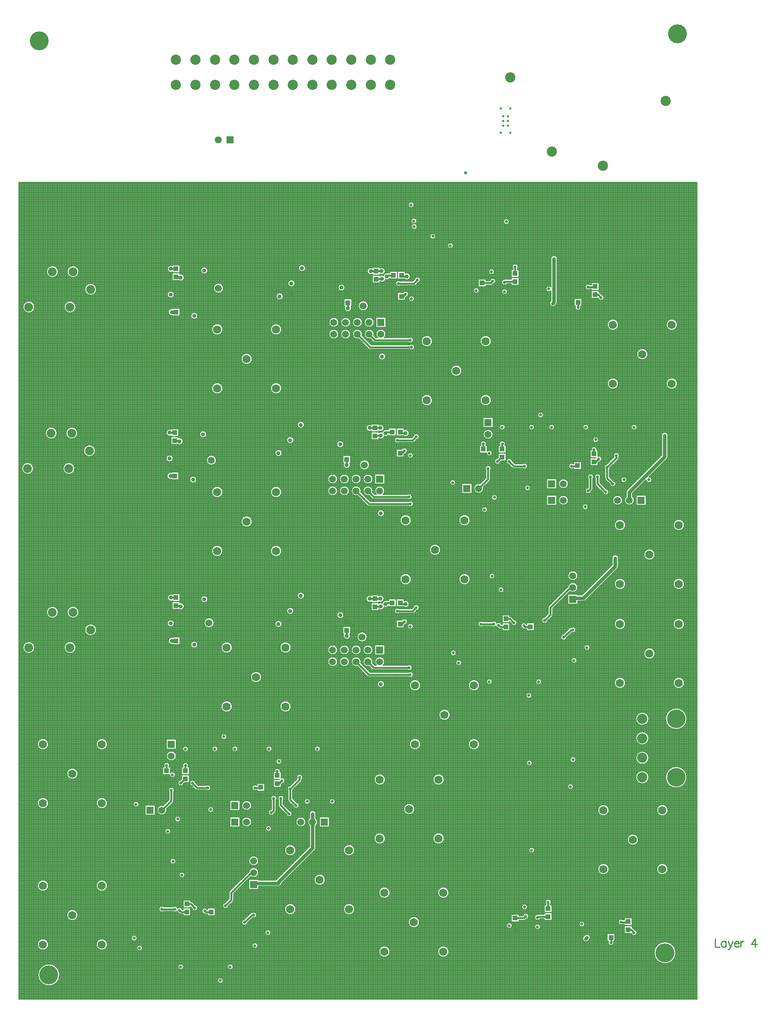
<source format=gbl>
%FSLAX24Y24*%
%MOIN*%
G70*
G01*
G75*
G04 Layer_Physical_Order=4*
%ADD10C,0.0080*%
%ADD11R,0.0600X0.0150*%
%ADD12R,0.0620X0.1010*%
%ADD13R,0.0360X0.2560*%
%ADD14R,0.0620X0.0775*%
%ADD15R,0.0394X0.0433*%
%ADD16R,0.1181X0.1969*%
%ADD17R,0.1417X0.0315*%
%ADD18R,0.0630X0.1063*%
%ADD19R,0.0150X0.0409*%
%ADD20O,0.0150X0.0409*%
%ADD21R,0.1614X0.1024*%
%ADD22R,0.0630X0.0118*%
%ADD23R,0.0630X0.0118*%
%ADD24R,0.0709X0.0630*%
%ADD25R,0.0846X0.0157*%
%ADD26R,0.0846X0.0157*%
%ADD27R,0.0630X0.0709*%
%ADD28R,0.0512X0.0591*%
%ADD29R,0.0591X0.0512*%
%ADD30R,0.0551X0.0236*%
%ADD31O,0.0480X0.0169*%
%ADD32R,0.0650X0.0118*%
%ADD33R,0.0787X0.0472*%
%ADD34R,0.0866X0.0236*%
%ADD35R,0.0866X0.0236*%
%ADD36R,0.0433X0.0394*%
%ADD37R,0.0610X0.0236*%
%ADD38R,0.1024X0.1614*%
%ADD39R,0.0480X0.0169*%
%ADD40R,0.0394X0.0236*%
%ADD41R,0.1240X0.1360*%
%ADD42R,0.0315X0.1417*%
%ADD43C,0.0100*%
%ADD44C,0.0160*%
%ADD45C,0.0200*%
%ADD46C,0.0300*%
%ADD47C,0.0250*%
%ADD48C,0.0400*%
%ADD49C,0.0700*%
%ADD50C,0.1575*%
%ADD51C,0.0866*%
%ADD52C,0.0866*%
%ADD53C,0.0200*%
%ADD54R,0.0591X0.0591*%
%ADD55C,0.0591*%
%ADD56C,0.0600*%
%ADD57C,0.1600*%
%ADD58C,0.0750*%
%ADD59C,0.0250*%
%ADD60C,0.0350*%
D10*
X76560Y87900D02*
G03*
X76560Y87900I-460J0D01*
G01*
X70335Y90200D02*
G03*
X70137Y90432I-235J0D01*
G01*
X69969Y90599D02*
G03*
X69907Y90641I-135J-134D01*
G01*
X69969Y90600D02*
G03*
X69907Y90641I-134J-134D01*
G01*
X71560Y87900D02*
G03*
X71560Y87900I-460J0D01*
G01*
X74060Y85400D02*
G03*
X74060Y85400I-460J0D01*
G01*
X69138Y91290D02*
G03*
X69138Y90910I-138J-190D01*
G01*
X69873Y90139D02*
G03*
X70335Y90200I227J61D01*
G01*
X76560Y82900D02*
G03*
X76560Y82900I-460J0D01*
G01*
X73135Y79200D02*
G03*
X73135Y79200I-235J0D01*
G01*
X71560Y82900D02*
G03*
X71560Y82900I-460J0D01*
G01*
X69035Y79200D02*
G03*
X69035Y79200I-235J0D01*
G01*
X66360Y93500D02*
G03*
X65840Y93500I-260J0D01*
G01*
Y91092D02*
G03*
X65840Y90777I-175J-157D01*
G01*
X66284Y89616D02*
G03*
X66360Y89800I-184J184D01*
G01*
X66284Y89616D02*
G03*
X66360Y89800I-184J184D01*
G01*
X68370Y89365D02*
G03*
X68332Y89493I-235J0D01*
G01*
X65816Y89884D02*
G03*
X66184Y89516I184J-184D01*
G01*
X67937Y89493D02*
G03*
X68370Y89365I197J-128D01*
G01*
X65195Y80240D02*
G03*
X65195Y80240I-235J0D01*
G01*
X66135Y79200D02*
G03*
X66135Y79200I-235J0D01*
G01*
X64435D02*
G03*
X64435Y79200I-235J0D01*
G01*
X75760Y78500D02*
G03*
X75240Y78500I-260J0D01*
G01*
X75684Y76516D02*
G03*
X75760Y76700I-184J184D01*
G01*
X75684Y76516D02*
G03*
X75760Y76700I-184J184D01*
G01*
X71590Y76662D02*
G03*
X71635Y76800I-190J138D01*
G01*
X71534Y76466D02*
G03*
X71590Y76600I-134J134D01*
G01*
X71635Y76800D02*
G03*
X71203Y76672I-235J0D01*
G01*
X71534Y76465D02*
G03*
X71590Y76600I-134J135D01*
G01*
X70790Y75662D02*
G03*
X70832Y75763I-190J138D01*
G01*
X70563Y76032D02*
G03*
X70410Y75662I37J-232D01*
G01*
X74395Y74740D02*
G03*
X74142Y74974I-235J0D01*
G01*
X73926Y74758D02*
G03*
X74395Y74740I234J-18D01*
G01*
X72275D02*
G03*
X72275Y74740I-235J0D01*
G01*
X71335Y74400D02*
G03*
X71137Y74632I-235J0D01*
G01*
X70410Y74900D02*
G03*
X70466Y74766I190J0D01*
G01*
X70410Y74900D02*
G03*
X70466Y74765I190J0D01*
G01*
X70868Y74363D02*
G03*
X71335Y74400I232J37D01*
G01*
X77160Y70900D02*
G03*
X77160Y70900I-460J0D01*
G01*
X72316Y73884D02*
G03*
X72240Y73700I184J-184D01*
G01*
X72316Y73884D02*
G03*
X72240Y73700I184J-184D01*
G01*
X70735D02*
G03*
X70537Y73932I-235J0D01*
G01*
X71905Y73000D02*
G03*
X71905Y73000I-405J0D01*
G01*
X70268Y73663D02*
G03*
X70735Y73700I232J37D01*
G01*
X72905Y73000D02*
G03*
X72760Y73311I-405J0D01*
G01*
X72240D02*
G03*
X72905Y73000I260J-311D01*
G01*
X72160Y70900D02*
G03*
X72160Y70900I-460J0D01*
G01*
X71560Y68100D02*
G03*
X71040Y68100I-260J0D01*
G01*
X69732Y77261D02*
G03*
X69735Y77300I-232J39D01*
G01*
X70135Y76500D02*
G03*
X69807Y76716I-235J0D01*
G01*
X69875Y78140D02*
G03*
X69875Y78140I-235J0D01*
G01*
X69735Y77300D02*
G03*
X69268Y77261I-235J0D01*
G01*
X69937Y76268D02*
G03*
X70135Y76500I-37J232D01*
G01*
X69989Y74861D02*
G03*
X70034Y74999I-190J138D01*
G01*
G03*
X69609Y74861I-235J0D01*
G01*
X67738Y76090D02*
G03*
X67738Y75710I-138J-190D01*
G01*
X63835Y75900D02*
G03*
X63462Y76090I-235J0D01*
G01*
X69390Y74862D02*
G03*
X69435Y75000I-190J138D01*
G01*
G03*
X69010Y74862I-235J0D01*
G01*
X63462Y75710D02*
G03*
X63835Y75900I138J190D01*
G01*
X69609Y74401D02*
G03*
X69665Y74267I190J0D01*
G01*
X69609Y74401D02*
G03*
X69665Y74266I190J0D01*
G01*
X69334Y73866D02*
G03*
X69390Y74000I-134J134D01*
G01*
X69334Y73865D02*
G03*
X69390Y74000I-134J135D01*
G01*
X68963Y74032D02*
G03*
X69232Y73763I37J-232D01*
G01*
X68984Y72449D02*
G03*
X68984Y72449I-235J0D01*
G01*
X67305Y74400D02*
G03*
X67305Y74400I-405J0D01*
G01*
X64086Y74049D02*
G03*
X64086Y74049I-235J0D01*
G01*
X67305Y73000D02*
G03*
X67305Y73000I-405J0D01*
G01*
X62990Y92662D02*
G03*
X63035Y92800I-190J138D01*
G01*
G03*
X62610Y92662I-235J0D01*
G01*
X62285Y96650D02*
G03*
X62285Y96650I-235J0D01*
G01*
X61965Y91755D02*
G03*
X61878Y91734I0J-190D01*
G01*
X61965Y91755D02*
G03*
X61878Y91734I0J-190D01*
G01*
G03*
X62099Y91375I22J-234D01*
G01*
X61031Y92396D02*
G03*
X61031Y92396I-235J0D01*
G01*
X61135Y91600D02*
G03*
X60668Y91637I-235J0D01*
G01*
X60937Y91368D02*
G03*
X61135Y91600I-37J232D01*
G01*
X60735Y91245D02*
G03*
X60869Y91301I0J190D01*
G01*
X60735Y91245D02*
G03*
X60869Y91300I0J190D01*
G01*
X57535Y94600D02*
G03*
X57535Y94600I-235J0D01*
G01*
X56037Y95402D02*
G03*
X56037Y95402I-235J0D01*
G01*
X54537Y91468D02*
G03*
X54735Y91700I-37J232D01*
G01*
X54461Y96226D02*
G03*
X54461Y96226I-235J0D01*
G01*
X54735Y91700D02*
G03*
X54268Y91737I-235J0D01*
G01*
X54200Y91210D02*
G03*
X54335Y91266I0J190D01*
G01*
X54200Y91210D02*
G03*
X54334Y91266I0J190D01*
G01*
X62135Y90700D02*
G03*
X62135Y90700I-235J0D01*
G01*
X59735Y90800D02*
G03*
X59735Y90800I-235J0D01*
G01*
X60760Y86500D02*
G03*
X60760Y86500I-460J0D01*
G01*
X55760D02*
G03*
X55760Y86500I-460J0D01*
G01*
X54200Y98065D02*
G03*
X54200Y98065I-235J0D01*
G01*
X54435Y96700D02*
G03*
X54435Y96700I-235J0D01*
G01*
X53885Y92000D02*
G03*
X53461Y92249I-285J0D01*
G01*
X53404Y91793D02*
G03*
X53885Y92000I196J207D01*
G01*
X53537Y90268D02*
G03*
X53735Y90500I-37J232D01*
G01*
X53038Y91590D02*
G03*
X53038Y91210I-138J-190D01*
G01*
X53735Y90500D02*
G03*
X53291Y90607I-235J0D01*
G01*
X51750Y92435D02*
G03*
X51307Y92671I-285J0D01*
G01*
Y92198D02*
G03*
X51750Y92435I159J237D01*
G01*
X52000Y92290D02*
G03*
X51944Y92282I0J-190D01*
G01*
X52000Y92290D02*
G03*
X51944Y92282I0J-190D01*
G01*
G03*
X51621Y92058I-44J-282D01*
G01*
X51779Y91742D02*
G03*
X52139Y91844I121J258D01*
G01*
X51621Y92058D02*
G03*
X51307Y92010I-121J-258D01*
G01*
Y91590D02*
G03*
X51779Y91742I193J210D01*
G01*
X54235Y90100D02*
G03*
X54235Y90100I-235J0D01*
G01*
X51661Y86790D02*
G03*
X51805Y87100I-261J310D01*
G01*
G03*
X51139Y86790I-405J0D01*
G01*
X54135Y86600D02*
G03*
X53762Y86790I-235J0D01*
G01*
Y86410D02*
G03*
X54135Y86600I138J190D01*
G01*
X54235Y86000D02*
G03*
X53862Y86190I-235J0D01*
G01*
X50787Y86981D02*
G03*
X50805Y87100I-387J119D01*
G01*
X50766Y86466D02*
G03*
X50900Y86410I134J134D01*
G01*
X50765Y86466D02*
G03*
X50900Y86410I135J134D01*
G01*
X61935Y79200D02*
G03*
X61935Y79200I-235J0D01*
G01*
X60760Y81500D02*
G03*
X60760Y81500I-460J0D01*
G01*
X60905Y78600D02*
G03*
X60905Y78600I-405J0D01*
G01*
X61902Y77661D02*
G03*
X61942Y77793I-195J132D01*
G01*
G03*
X61510Y77665I-235J0D01*
G01*
X60290Y77662D02*
G03*
X60335Y77800I-190J138D01*
G01*
X60835Y77000D02*
G03*
X60407Y77134I-235J0D01*
G01*
X60335Y77800D02*
G03*
X59910Y77662I-235J0D01*
G01*
X58260Y84000D02*
G03*
X58260Y84000I-460J0D01*
G01*
X55760Y81500D02*
G03*
X55760Y81500I-460J0D01*
G01*
X53862Y85810D02*
G03*
X54235Y86000I138J190D01*
G01*
X54635Y78400D02*
G03*
X54168Y78437I-235J0D01*
G01*
X54437Y78168D02*
G03*
X54635Y78400I-37J232D01*
G01*
X54100Y77910D02*
G03*
X54235Y77966I0J190D01*
G01*
X54100Y77910D02*
G03*
X54234Y77966I0J190D01*
G01*
X62532Y76337D02*
G03*
X62263Y76068I-232J-37D01*
G01*
X61263Y76532D02*
G03*
X61532Y76263I37J-232D01*
G01*
X60365Y77008D02*
G03*
X60835Y77000I235J-8D01*
G01*
X60735Y75700D02*
G03*
X60310Y75562I-235J0D01*
G01*
X62565Y75766D02*
G03*
X62700Y75710I135J134D01*
G01*
X62566Y75766D02*
G03*
X62700Y75710I134J134D01*
G01*
X60690Y75562D02*
G03*
X60735Y75700I-190J138D01*
G01*
X60634Y74666D02*
G03*
X60690Y74800I-134J134D01*
G01*
X60634Y74665D02*
G03*
X60690Y74800I-134J135D01*
G01*
X61275Y73240D02*
G03*
X61275Y73240I-235J0D01*
G01*
X60105Y74000D02*
G03*
X60087Y74119I-405J0D01*
G01*
X59819Y74387D02*
G03*
X60105Y74000I-119J-387D01*
G01*
X60435Y72200D02*
G03*
X60435Y72200I-235J0D01*
G01*
X57735Y74500D02*
G03*
X57735Y74500I-235J0D01*
G01*
X54135Y76800D02*
G03*
X54135Y76800I-235J0D01*
G01*
X58960Y71300D02*
G03*
X58960Y71300I-460J0D01*
G01*
X56460Y68800D02*
G03*
X56460Y68800I-460J0D01*
G01*
X54035Y73300D02*
G03*
X53662Y73490I-235J0D01*
G01*
Y73110D02*
G03*
X54035Y73300I138J190D01*
G01*
X54135Y72700D02*
G03*
X53762Y72890I-235J0D01*
G01*
Y72510D02*
G03*
X54135Y72700I138J190D01*
G01*
X53785Y78700D02*
G03*
X53361Y78949I-285J0D01*
G01*
X53304Y78493D02*
G03*
X53785Y78700I196J207D01*
G01*
X53437Y76968D02*
G03*
X53635Y77200I-37J232D01*
G01*
G03*
X53191Y77307I-235J0D01*
G01*
X52938Y78290D02*
G03*
X52938Y77910I-138J-190D01*
G01*
X51900Y78990D02*
G03*
X51844Y78982I0J-190D01*
G01*
X51785Y85200D02*
G03*
X51785Y85200I-285J0D01*
G01*
X50365Y85866D02*
G03*
X50500Y85810I135J134D01*
G01*
X50366Y85866D02*
G03*
X50500Y85810I134J134D01*
G01*
X51650Y79135D02*
G03*
X51207Y79372I-285J0D01*
G01*
Y78898D02*
G03*
X51650Y79135I159J237D01*
G01*
X51900Y78990D02*
G03*
X51844Y78982I0J-190D01*
G01*
G03*
X51521Y78758I-44J-282D01*
G01*
X51679Y78442D02*
G03*
X52039Y78544I121J258D01*
G01*
X51521Y78758D02*
G03*
X51207Y78710I-121J-258D01*
G01*
Y78290D02*
G03*
X51679Y78442I193J210D01*
G01*
X53960Y71300D02*
G03*
X53960Y71300I-460J0D01*
G01*
X51561Y73490D02*
G03*
X51705Y73800I-261J310D01*
G01*
G03*
X51039Y73490I-405J0D01*
G01*
X51685Y71900D02*
G03*
X51685Y71900I-285J0D01*
G01*
X50687Y73681D02*
G03*
X50705Y73800I-387J119D01*
G01*
X50666Y73166D02*
G03*
X50800Y73110I134J134D01*
G01*
X50665Y73166D02*
G03*
X50800Y73110I135J134D01*
G01*
X77160Y65900D02*
G03*
X77160Y65900I-460J0D01*
G01*
Y62500D02*
G03*
X77160Y62500I-460J0D01*
G01*
X74660Y68400D02*
G03*
X74660Y68400I-460J0D01*
G01*
X71484Y67216D02*
G03*
X71560Y67400I-184J184D01*
G01*
X71484Y67216D02*
G03*
X71560Y67400I-184J184D01*
G01*
X72160Y65900D02*
G03*
X72160Y65900I-460J0D01*
G01*
Y62500D02*
G03*
X72160Y62500I-460J0D01*
G01*
X77160Y57500D02*
G03*
X77160Y57500I-460J0D01*
G01*
X77371Y54454D02*
G03*
X77371Y54454I-897J0D01*
G01*
X74660Y60000D02*
G03*
X74660Y60000I-460J0D01*
G01*
X74143Y54454D02*
G03*
X74143Y54454I-543J0D01*
G01*
X72160Y57500D02*
G03*
X72160Y57500I-460J0D01*
G01*
X68105Y66600D02*
G03*
X68105Y66600I-405J0D01*
G01*
X68600Y64440D02*
G03*
X68784Y64516I0J260D01*
G01*
X68600Y64440D02*
G03*
X68784Y64516I0J260D01*
G01*
X68105Y65600D02*
G03*
X67301Y65669I-405J0D01*
G01*
X67450Y65281D02*
G03*
X68105Y65600I250J319D01*
G01*
X67935Y62000D02*
G03*
X67562Y62190I-235J0D01*
G01*
X67552D02*
G03*
X67418Y62134I0J-190D01*
G01*
X67606Y61785D02*
G03*
X67935Y62000I94J215D01*
G01*
X69135Y60500D02*
G03*
X69135Y60500I-235J0D01*
G01*
X68035Y59400D02*
G03*
X68035Y59400I-235J0D01*
G01*
X67552Y62190D02*
G03*
X67417Y62134I0J-190D01*
G01*
X74143Y52800D02*
G03*
X74143Y52800I-543J0D01*
G01*
Y51146D02*
G03*
X74143Y51146I-543J0D01*
G01*
Y49493D02*
G03*
X74143Y49493I-543J0D01*
G01*
X77371D02*
G03*
X77371Y49493I-897J0D01*
G01*
X76430Y34600D02*
G03*
X76430Y34600I-910J0D01*
G01*
X75760Y46700D02*
G03*
X75760Y46700I-460J0D01*
G01*
Y41700D02*
G03*
X75760Y41700I-460J0D01*
G01*
X67945Y50990D02*
G03*
X67945Y50990I-235J0D01*
G01*
X67735Y48700D02*
G03*
X67735Y48700I-235J0D01*
G01*
X73260Y44200D02*
G03*
X73260Y44200I-460J0D01*
G01*
X70760Y46700D02*
G03*
X70760Y46700I-460J0D01*
G01*
Y41700D02*
G03*
X70760Y41700I-460J0D01*
G01*
X72769Y36699D02*
G03*
X72707Y36741I-135J-134D01*
G01*
X72769Y36700D02*
G03*
X72707Y36741I-134J-134D01*
G01*
X71938Y37390D02*
G03*
X71938Y37010I-138J-190D01*
G01*
X73135Y36300D02*
G03*
X72937Y36532I-235J0D01*
G01*
X72673Y36239D02*
G03*
X73135Y36300I227J61D01*
G01*
X68700Y37035D02*
G03*
X68700Y37035I-235J0D01*
G01*
X71170Y35465D02*
G03*
X71132Y35593I-235J0D01*
G01*
X70737D02*
G03*
X71170Y35465I197J-128D01*
G01*
X69160Y35900D02*
G03*
X68716Y36084I-260J0D01*
G01*
X68616Y35984D02*
G03*
X68984Y35616I184J-184D01*
G01*
X69084Y35716D02*
G03*
X69160Y35900I-184J184D01*
G01*
X65934Y63166D02*
G03*
X65990Y63300I-134J134D01*
G01*
X65666Y64035D02*
G03*
X65610Y63900I134J-135D01*
G01*
X65934Y63165D02*
G03*
X65990Y63300I-134J135D01*
G01*
X65666Y64034D02*
G03*
X65610Y63900I134J-134D01*
G01*
X65263Y63032D02*
G03*
X65532Y62763I37J-232D01*
G01*
X62935Y62600D02*
G03*
X62737Y62832I-235J0D01*
G01*
X62500Y63069D02*
G03*
X62365Y63125I-135J-134D01*
G01*
X62500Y63069D02*
G03*
X62365Y63125I-134J-134D01*
G01*
X61835Y65400D02*
G03*
X61835Y65400I-235J0D01*
G01*
X61075Y66560D02*
G03*
X61075Y66560I-235J0D01*
G01*
X63751Y62455D02*
G03*
X63512Y62111I-207J-111D01*
G01*
G03*
X63623Y62075I111J154D01*
G01*
X62468Y62563D02*
G03*
X62935Y62600I232J37D01*
G01*
X63512Y62111D02*
G03*
X63623Y62075I111J154D01*
G01*
X61227Y62559D02*
G03*
X60862Y62690I-227J-59D01*
G01*
X61628Y62455D02*
G03*
X61227Y62559I-228J-55D01*
G01*
X60038Y62690D02*
G03*
X60038Y62310I-138J-190D01*
G01*
X61400Y62131D02*
G03*
X61535Y62075I134J134D01*
G01*
X61173Y62341D02*
G03*
X61363Y62168I227J59D01*
G01*
X61400Y62131D02*
G03*
X61535Y62075I135J134D01*
G01*
X60862Y62310D02*
G03*
X61173Y62341I138J190D01*
G01*
X58960Y66300D02*
G03*
X58960Y66300I-460J0D01*
G01*
X53960D02*
G03*
X53960Y66300I-460J0D01*
G01*
X54635Y63900D02*
G03*
X54168Y63937I-235J0D01*
G01*
X53785Y64200D02*
G03*
X53361Y64449I-285J0D01*
G01*
X53304Y63993D02*
G03*
X53785Y64200I196J207D01*
G01*
X51900Y64490D02*
G03*
X51844Y64482I0J-190D01*
G01*
X51900Y64490D02*
G03*
X51844Y64482I0J-190D01*
G01*
X51679Y63942D02*
G03*
X52039Y64044I121J258D01*
G01*
X51650Y64635D02*
G03*
X51207Y64872I-285J0D01*
G01*
Y64398D02*
G03*
X51650Y64635I159J237D01*
G01*
X51844Y64482D02*
G03*
X51521Y64258I-44J-282D01*
G01*
G03*
X51207Y64210I-121J-258D01*
G01*
X54437Y63668D02*
G03*
X54635Y63900I-37J232D01*
G01*
X54100Y63410D02*
G03*
X54235Y63466I0J190D01*
G01*
X54100Y63410D02*
G03*
X54234Y63466I0J190D01*
G01*
X54135Y62300D02*
G03*
X54135Y62300I-235J0D01*
G01*
X52938Y63790D02*
G03*
X52938Y63410I-138J-190D01*
G01*
X51207Y63790D02*
G03*
X51679Y63942I193J210D01*
G01*
X53437Y62468D02*
G03*
X53635Y62700I-37J232D01*
G01*
G03*
X53191Y62807I-235J0D01*
G01*
X66889Y61606D02*
G03*
X67158Y61337I37J-232D01*
G01*
X65035Y57600D02*
G03*
X65035Y57600I-235J0D01*
G01*
X65790Y38762D02*
G03*
X65835Y38900I-190J138D01*
G01*
G03*
X65410Y38762I-235J0D01*
G01*
X64435Y43300D02*
G03*
X64435Y43300I-235J0D01*
G01*
X64235Y50700D02*
G03*
X64235Y50700I-235J0D01*
G01*
X64195Y56440D02*
G03*
X64195Y56440I-235J0D01*
G01*
X63831Y38496D02*
G03*
X63831Y38496I-235J0D01*
G01*
X60835Y57600D02*
G03*
X60835Y57600I-235J0D01*
G01*
X59760Y57300D02*
G03*
X59760Y57300I-460J0D01*
G01*
X64765Y37855D02*
G03*
X64678Y37834I0J-190D01*
G01*
X64765Y37855D02*
G03*
X64678Y37834I0J-190D01*
G01*
X63935Y37700D02*
G03*
X63468Y37737I-235J0D01*
G01*
X63737Y37468D02*
G03*
X63935Y37700I-37J232D01*
G01*
X58235Y59200D02*
G03*
X58235Y59200I-235J0D01*
G01*
X57784Y60049D02*
G03*
X57784Y60049I-235J0D01*
G01*
X57260Y54800D02*
G03*
X57260Y54800I-460J0D01*
G01*
X59760Y52300D02*
G03*
X59760Y52300I-460J0D01*
G01*
X57160Y39700D02*
G03*
X57160Y39700I-460J0D01*
G01*
X56760Y49300D02*
G03*
X56760Y49300I-460J0D01*
G01*
Y44300D02*
G03*
X56760Y44300I-460J0D01*
G01*
X64678Y37834D02*
G03*
X64899Y37475I22J-234D01*
G01*
X63535Y37345D02*
G03*
X63669Y37401I0J190D01*
G01*
X63535Y37345D02*
G03*
X63669Y37400I0J190D01*
G01*
X64935Y36800D02*
G03*
X64935Y36800I-235J0D01*
G01*
X62535Y36900D02*
G03*
X62535Y36900I-235J0D01*
G01*
X57160Y34700D02*
G03*
X57160Y34700I-460J0D01*
G01*
X54035Y58800D02*
G03*
X53662Y58990I-235J0D01*
G01*
Y58610D02*
G03*
X54035Y58800I138J190D01*
G01*
X51561Y58990D02*
G03*
X51705Y59300I-261J310D01*
G01*
G03*
X51039Y58990I-405J0D01*
G01*
X54135Y58200D02*
G03*
X53762Y58390I-235J0D01*
G01*
Y58010D02*
G03*
X54135Y58200I138J190D01*
G01*
X54760Y57300D02*
G03*
X54760Y57300I-460J0D01*
G01*
Y52300D02*
G03*
X54760Y52300I-460J0D01*
G01*
X50687Y59181D02*
G03*
X50705Y59300I-387J119D01*
G01*
X50666Y58666D02*
G03*
X50800Y58610I134J134D01*
G01*
X50665Y58666D02*
G03*
X50800Y58610I135J134D01*
G01*
X51685Y57400D02*
G03*
X51685Y57400I-285J0D01*
G01*
X54260Y46800D02*
G03*
X54260Y46800I-460J0D01*
G01*
X54660Y37200D02*
G03*
X54660Y37200I-460J0D01*
G01*
X51760Y49300D02*
G03*
X51760Y49300I-460J0D01*
G01*
X52160Y39700D02*
G03*
X52160Y39700I-460J0D01*
G01*
X51760Y44300D02*
G03*
X51760Y44300I-460J0D01*
G01*
X52160Y34700D02*
G03*
X52160Y34700I-460J0D01*
G01*
X50693Y92671D02*
G03*
X50693Y92198I-159J-237D01*
G01*
X50310Y89500D02*
G03*
X50310Y89500I-410J0D01*
G01*
X50805Y88100D02*
G03*
X50805Y88100I-405J0D01*
G01*
X49805D02*
G03*
X49805Y88100I-405J0D01*
G01*
X48885Y89300D02*
G03*
X48849Y89439I-285J0D01*
G01*
X48335Y91050D02*
G03*
X48335Y91050I-285J0D01*
G01*
X48351Y89439D02*
G03*
X48885Y89300I249J-139D01*
G01*
X48805Y88100D02*
G03*
X48805Y88100I-405J0D01*
G01*
X47805D02*
G03*
X47805Y88100I-405J0D01*
G01*
X49787Y86981D02*
G03*
X49805Y87100I-387J119D01*
G01*
X50805D02*
G03*
X50519Y86713I-405J0D01*
G01*
X49805Y87100D02*
G03*
X49519Y86713I-405J0D01*
G01*
X50593Y79372D02*
G03*
X50593Y78898I-159J-237D01*
G01*
X50410Y76000D02*
G03*
X50410Y76000I-410J0D01*
G01*
X48805Y87100D02*
G03*
X48805Y87100I-405J0D01*
G01*
X47805D02*
G03*
X47805Y87100I-405J0D01*
G01*
X48785Y76000D02*
G03*
X48749Y76139I-285J0D01*
G01*
X48251D02*
G03*
X48785Y76000I249J-139D01*
G01*
X48235Y77750D02*
G03*
X48235Y77750I-285J0D01*
G01*
X44985Y92700D02*
G03*
X44985Y92700I-285J0D01*
G01*
X44885Y79400D02*
G03*
X44885Y79400I-285J0D01*
G01*
X50705Y74800D02*
G03*
X50705Y74800I-405J0D01*
G01*
Y73800D02*
G03*
X50419Y73413I-405J0D01*
G01*
X49705Y74800D02*
G03*
X49705Y74800I-405J0D01*
G01*
Y73800D02*
G03*
X49419Y73413I-405J0D01*
G01*
X50266Y72566D02*
G03*
X50400Y72510I134J134D01*
G01*
X50265Y72566D02*
G03*
X50400Y72510I135J134D01*
G01*
X50593Y64872D02*
G03*
X50593Y64398I-159J-237D01*
G01*
X49687Y73681D02*
G03*
X49705Y73800I-387J119D01*
G01*
X48705Y74800D02*
G03*
X48705Y74800I-405J0D01*
G01*
Y73800D02*
G03*
X48705Y73800I-405J0D01*
G01*
X48235Y63250D02*
G03*
X48235Y63250I-285J0D01*
G01*
X50210Y61400D02*
G03*
X50210Y61400I-410J0D01*
G01*
X50705Y60300D02*
G03*
X50705Y60300I-405J0D01*
G01*
X49705D02*
G03*
X49705Y60300I-405J0D01*
G01*
X50705Y59300D02*
G03*
X50419Y58913I-405J0D01*
G01*
X50266Y58066D02*
G03*
X50400Y58010I134J134D01*
G01*
X50265Y58066D02*
G03*
X50400Y58010I135J134D01*
G01*
X49705Y59300D02*
G03*
X49419Y58913I-405J0D01*
G01*
X49687Y59181D02*
G03*
X49705Y59300I-387J119D01*
G01*
X48785Y61500D02*
G03*
X48749Y61639I-285J0D01*
G01*
X48251D02*
G03*
X48785Y61500I249J-139D01*
G01*
X48705Y60300D02*
G03*
X48705Y60300I-405J0D01*
G01*
Y59300D02*
G03*
X48705Y59300I-405J0D01*
G01*
X47705Y74800D02*
G03*
X47705Y74800I-405J0D01*
G01*
Y73800D02*
G03*
X47705Y73800I-405J0D01*
G01*
X44885Y64900D02*
G03*
X44885Y64900I-285J0D01*
G01*
X47705Y60300D02*
G03*
X47705Y60300I-405J0D01*
G01*
Y59300D02*
G03*
X47705Y59300I-405J0D01*
G01*
X44085Y91400D02*
G03*
X44085Y91400I-285J0D01*
G01*
X43085Y90300D02*
G03*
X43085Y90300I-285J0D01*
G01*
X42960Y87500D02*
G03*
X42960Y87500I-460J0D01*
G01*
X38010Y91000D02*
G03*
X38010Y91000I-410J0D01*
G01*
X37960Y87500D02*
G03*
X37960Y87500I-460J0D01*
G01*
X36685Y92500D02*
G03*
X36685Y92500I-285J0D01*
G01*
X34685Y91900D02*
G03*
X34307Y92169I-285J0D01*
G01*
X34286Y91639D02*
G03*
X34685Y91900I114J261D01*
G01*
X35836Y88651D02*
G03*
X35836Y88651I-285J0D01*
G01*
X42960Y82500D02*
G03*
X42960Y82500I-460J0D01*
G01*
X40460Y85000D02*
G03*
X40460Y85000I-460J0D01*
G01*
X37960Y82500D02*
G03*
X37960Y82500I-460J0D01*
G01*
X36585Y78600D02*
G03*
X36585Y78600I-285J0D01*
G01*
X33693Y92889D02*
G03*
X33693Y92380I-128J-255D01*
G01*
X25735Y92400D02*
G03*
X25735Y92400I-485J0D01*
G01*
X33835Y90450D02*
G03*
X33835Y90450I-285J0D01*
G01*
X27235Y90900D02*
G03*
X27235Y90900I-485J0D01*
G01*
X23985Y92400D02*
G03*
X23985Y92400I-485J0D01*
G01*
X33693Y89244D02*
G03*
X33693Y88686I-58J-279D01*
G01*
X33593Y78989D02*
G03*
X33593Y78480I-128J-255D01*
G01*
X25485Y89400D02*
G03*
X25485Y89400I-485J0D01*
G01*
X21985D02*
G03*
X21985Y89400I-485J0D01*
G01*
X25635Y78700D02*
G03*
X25635Y78700I-485J0D01*
G01*
X23885D02*
G03*
X23885Y78700I-485J0D01*
G01*
X43985Y78100D02*
G03*
X43985Y78100I-285J0D01*
G01*
X42985Y77000D02*
G03*
X42985Y77000I-285J0D01*
G01*
X42960Y73700D02*
G03*
X42960Y73700I-460J0D01*
G01*
X37410Y76400D02*
G03*
X37410Y76400I-410J0D01*
G01*
X37960Y73700D02*
G03*
X37960Y73700I-460J0D01*
G01*
X40460Y71200D02*
G03*
X40460Y71200I-460J0D01*
G01*
X42960Y68700D02*
G03*
X42960Y68700I-460J0D01*
G01*
X37960D02*
G03*
X37960Y68700I-460J0D01*
G01*
X34585Y78000D02*
G03*
X34207Y78269I-285J0D01*
G01*
X34186Y77739D02*
G03*
X34585Y78000I114J261D01*
G01*
X33735Y76550D02*
G03*
X33735Y76550I-285J0D01*
G01*
X35736Y74751D02*
G03*
X35736Y74751I-285J0D01*
G01*
X33593Y75344D02*
G03*
X33593Y74786I-58J-279D01*
G01*
X43985Y63600D02*
G03*
X43985Y63600I-285J0D01*
G01*
X43760Y60500D02*
G03*
X43760Y60500I-460J0D01*
G01*
X42985Y62500D02*
G03*
X42985Y62500I-285J0D01*
G01*
X38760Y60500D02*
G03*
X38760Y60500I-460J0D01*
G01*
X41260Y58000D02*
G03*
X41260Y58000I-460J0D01*
G01*
X36685Y64600D02*
G03*
X36685Y64600I-285J0D01*
G01*
X33693Y64989D02*
G03*
X33693Y64480I-128J-255D01*
G01*
X34685Y64000D02*
G03*
X34307Y64269I-285J0D01*
G01*
X37210Y62600D02*
G03*
X37210Y62600I-410J0D01*
G01*
X34286Y63739D02*
G03*
X34685Y64000I114J261D01*
G01*
X35836Y60751D02*
G03*
X35836Y60751I-285J0D01*
G01*
X33835Y62550D02*
G03*
X33835Y62550I-285J0D01*
G01*
X33693Y61344D02*
G03*
X33693Y60786I-58J-279D01*
G01*
X27135Y77200D02*
G03*
X27135Y77200I-485J0D01*
G01*
X25385Y75700D02*
G03*
X25385Y75700I-485J0D01*
G01*
X21885D02*
G03*
X21885Y75700I-485J0D01*
G01*
X27235Y62000D02*
G03*
X27235Y62000I-485J0D01*
G01*
X25735Y63500D02*
G03*
X25735Y63500I-485J0D01*
G01*
X25485Y60500D02*
G03*
X25485Y60500I-485J0D01*
G01*
X23985Y63500D02*
G03*
X23985Y63500I-485J0D01*
G01*
X21985Y60500D02*
G03*
X21985Y60500I-485J0D01*
G01*
X46235Y51900D02*
G03*
X46235Y51900I-235J0D01*
G01*
X47495Y47440D02*
G03*
X47495Y47440I-235J0D01*
G01*
X45375D02*
G03*
X45375Y47440I-235J0D01*
G01*
X44735Y49500D02*
G03*
X44303Y49372I-235J0D01*
G01*
X44690Y49362D02*
G03*
X44735Y49500I-190J138D01*
G01*
X44634Y49166D02*
G03*
X44690Y49300I-134J134D01*
G01*
X44634Y49165D02*
G03*
X44690Y49300I-134J135D01*
G01*
X43037Y48968D02*
G03*
X43235Y49200I-37J232D01*
G01*
X43890Y48362D02*
G03*
X43932Y48463I-190J138D01*
G01*
X43510Y47600D02*
G03*
X43566Y47466I190J0D01*
G01*
X43510Y47600D02*
G03*
X43566Y47465I190J0D01*
G01*
X44435Y47100D02*
G03*
X44237Y47332I-235J0D01*
G01*
X43663Y48732D02*
G03*
X43510Y48362I37J-232D01*
G01*
X43089Y47561D02*
G03*
X43134Y47699I-190J138D01*
G01*
X43968Y47063D02*
G03*
X44435Y47100I232J37D01*
G01*
X45860Y46400D02*
G03*
X45340Y46400I-260J0D01*
G01*
X46005Y45700D02*
G03*
X45860Y46011I-405J0D01*
G01*
X45340D02*
G03*
X45340Y45389I260J-311D01*
G01*
X45860D02*
G03*
X46005Y45700I-260J311D01*
G01*
X45005D02*
G03*
X45005Y45700I-405J0D01*
G01*
X43835Y46400D02*
G03*
X43637Y46632I-235J0D01*
G01*
X43368Y46363D02*
G03*
X43835Y46400I232J37D01*
G01*
X43760Y55500D02*
G03*
X43760Y55500I-460J0D01*
G01*
X42975Y50840D02*
G03*
X42975Y50840I-235J0D01*
G01*
X43235Y49200D02*
G03*
X42907Y49416I-235J0D01*
G01*
X42135Y51900D02*
G03*
X42135Y51900I-235J0D01*
G01*
X42832Y49961D02*
G03*
X42835Y50000I-232J39D01*
G01*
G03*
X42368Y49961I-235J0D01*
G01*
X43134Y47699D02*
G03*
X42709Y47561I-235J0D01*
G01*
X42490Y47562D02*
G03*
X42535Y47700I-190J138D01*
G01*
G03*
X42110Y47562I-235J0D01*
G01*
X42709Y47101D02*
G03*
X42765Y46967I190J0D01*
G01*
X42709Y47101D02*
G03*
X42765Y46966I190J0D01*
G01*
X42434Y46566D02*
G03*
X42490Y46700I-134J134D01*
G01*
X42434Y46565D02*
G03*
X42490Y46700I-134J135D01*
G01*
X42063Y46732D02*
G03*
X42332Y46463I37J-232D01*
G01*
X40838Y48790D02*
G03*
X40838Y48410I-138J-190D01*
G01*
X40405Y47100D02*
G03*
X40405Y47100I-405J0D01*
G01*
Y45700D02*
G03*
X40405Y45700I-405J0D01*
G01*
X49160Y43300D02*
G03*
X49160Y43300I-460J0D01*
G01*
X42084Y45149D02*
G03*
X42084Y45149I-235J0D01*
G01*
X44160Y43300D02*
G03*
X44160Y43300I-460J0D01*
G01*
X45340Y43605D02*
G03*
X45316Y43584I160J-205D01*
G01*
X45727Y43273D02*
G03*
X45860Y43500I-127J227D01*
G01*
X45684Y43216D02*
G03*
X45727Y43273I-184J184D01*
G01*
X42516Y40784D02*
G03*
X42495Y40760I184J-184D01*
G01*
X49160Y38300D02*
G03*
X49160Y38300I-460J0D01*
G01*
X46660Y40800D02*
G03*
X46660Y40800I-460J0D01*
G01*
X42700Y40240D02*
G03*
X42960Y40492I0J260D01*
G01*
X44160Y38300D02*
G03*
X44160Y38300I-460J0D01*
G01*
X42035Y36300D02*
G03*
X42035Y36300I-235J0D01*
G01*
X41005Y42400D02*
G03*
X41005Y42400I-405J0D01*
G01*
Y41400D02*
G03*
X40201Y41469I-405J0D01*
G01*
X40350Y41081D02*
G03*
X41005Y41400I250J319D01*
G01*
X40452Y37990D02*
G03*
X40318Y37934I0J-190D01*
G01*
X40835Y37800D02*
G03*
X40462Y37990I-235J0D01*
G01*
X40452D02*
G03*
X40317Y37934I0J-190D01*
G01*
X40505Y37585D02*
G03*
X40835Y37800I94J215D01*
G01*
X40935Y35200D02*
G03*
X40935Y35200I-235J0D01*
G01*
X39789Y37406D02*
G03*
X40058Y37137I37J-232D01*
G01*
X38760Y55500D02*
G03*
X38760Y55500I-460J0D01*
G01*
X38295Y52940D02*
G03*
X38295Y52940I-235J0D01*
G01*
X39235Y51900D02*
G03*
X39235Y51900I-235J0D01*
G01*
X37535D02*
G03*
X37535Y51900I-235J0D01*
G01*
X35035D02*
G03*
X35035Y51900I-235J0D01*
G01*
X35002Y50361D02*
G03*
X35042Y50493I-195J132D01*
G01*
G03*
X34610Y50365I-235J0D01*
G01*
X34005Y51300D02*
G03*
X34005Y51300I-405J0D01*
G01*
X33390Y50362D02*
G03*
X33435Y50500I-190J138D01*
G01*
X33935Y49700D02*
G03*
X33507Y49834I-235J0D01*
G01*
X33465Y49708D02*
G03*
X33935Y49700I235J-8D01*
G01*
X33435Y50500D02*
G03*
X33010Y50362I-235J0D01*
G01*
X36935Y48600D02*
G03*
X36562Y48790I-235J0D01*
G01*
Y48410D02*
G03*
X36935Y48600I138J190D01*
G01*
X35666Y48466D02*
G03*
X35800Y48410I134J134D01*
G01*
X35632Y49037D02*
G03*
X35363Y48768I-232J-37D01*
G01*
X35665Y48466D02*
G03*
X35800Y48410I135J134D01*
G01*
X34363Y49232D02*
G03*
X34632Y48963I37J-232D01*
G01*
X33790Y48262D02*
G03*
X33835Y48400I-190J138D01*
G01*
G03*
X33410Y48262I-235J0D01*
G01*
X33734Y47366D02*
G03*
X33790Y47500I-134J134D01*
G01*
X33734Y47365D02*
G03*
X33790Y47500I-134J135D01*
G01*
X32919Y47087D02*
G03*
X33205Y46700I-119J-387D01*
G01*
X28160Y52300D02*
G03*
X28160Y52300I-460J0D01*
G01*
X23160D02*
G03*
X23160Y52300I-460J0D01*
G01*
X25660Y49800D02*
G03*
X25660Y49800I-460J0D01*
G01*
X30835Y47200D02*
G03*
X30835Y47200I-235J0D01*
G01*
X28160Y47300D02*
G03*
X28160Y47300I-460J0D01*
G01*
X23160D02*
G03*
X23160Y47300I-460J0D01*
G01*
X37186Y46749D02*
G03*
X37186Y46749I-235J0D01*
G01*
X38834Y38966D02*
G03*
X38890Y39100I-134J134D01*
G01*
X38834Y38965D02*
G03*
X38890Y39100I-134J135D01*
G01*
X38566Y39835D02*
G03*
X38510Y39700I134J-135D01*
G01*
X38566Y39834D02*
G03*
X38510Y39700I134J-134D01*
G01*
X38163Y38832D02*
G03*
X38432Y38563I37J-232D01*
G01*
X34375Y45940D02*
G03*
X34375Y45940I-235J0D01*
G01*
X33205Y46700D02*
G03*
X33187Y46819I-405J0D01*
G01*
X33535Y44900D02*
G03*
X33535Y44900I-235J0D01*
G01*
X35400Y38869D02*
G03*
X35265Y38925I-135J-134D01*
G01*
X35400Y38869D02*
G03*
X35265Y38925I-134J-134D01*
G01*
X35835Y38400D02*
G03*
X35637Y38632I-235J0D01*
G01*
X33975Y42360D02*
G03*
X33975Y42360I-235J0D01*
G01*
X34735Y41200D02*
G03*
X34735Y41200I-235J0D01*
G01*
X34127Y38359D02*
G03*
X33762Y38490I-227J-59D01*
G01*
X36651Y38255D02*
G03*
X36412Y37911I-207J-111D01*
G01*
G03*
X36523Y37875I111J154D01*
G01*
X36412Y37911D02*
G03*
X36523Y37875I111J154D01*
G01*
X35368Y38363D02*
G03*
X35835Y38400I232J37D01*
G01*
X38835Y33400D02*
G03*
X38835Y33400I-235J0D01*
G01*
X37995Y32240D02*
G03*
X37995Y32240I-235J0D01*
G01*
X34528Y38255D02*
G03*
X34127Y38359I-228J-55D01*
G01*
X34073Y38141D02*
G03*
X34263Y37968I227J59D01*
G01*
X33762Y38110D02*
G03*
X34073Y38141I138J190D01*
G01*
X32938Y38490D02*
G03*
X32938Y38110I-138J-190D01*
G01*
X34300Y37931D02*
G03*
X34435Y37875I135J134D01*
G01*
X34300Y37931D02*
G03*
X34435Y37875I134J134D01*
G01*
X34635Y33400D02*
G03*
X34635Y33400I-235J0D01*
G01*
X31135Y35000D02*
G03*
X31135Y35000I-235J0D01*
G01*
X28160Y40300D02*
G03*
X28160Y40300I-460J0D01*
G01*
X23160D02*
G03*
X23160Y40300I-460J0D01*
G01*
X25660Y37800D02*
G03*
X25660Y37800I-460J0D01*
G01*
X30684Y35849D02*
G03*
X30684Y35849I-235J0D01*
G01*
X28160Y35300D02*
G03*
X28160Y35300I-460J0D01*
G01*
X24110Y32720D02*
G03*
X24110Y32720I-910J0D01*
G01*
X23160Y35300D02*
G03*
X23160Y35300I-460J0D01*
G01*
X70332Y90240D02*
X78240D01*
X70332Y90160D02*
X78240D01*
X70302Y90320D02*
X78240D01*
X76288Y88320D02*
X78240D01*
X70302Y90080D02*
X78240D01*
X76160Y88356D02*
Y100000D01*
X76240Y88338D02*
Y100000D01*
X76080Y88360D02*
Y100000D01*
X76000Y88349D02*
Y100000D01*
X75920Y88323D02*
Y100000D01*
X76480Y88159D02*
Y100000D01*
X76560Y87900D02*
Y100000D01*
X76400Y88249D02*
Y100000D01*
X76410Y88240D02*
X78240D01*
X76320Y88304D02*
Y100000D01*
X75840Y88279D02*
Y100000D01*
X75760Y88210D02*
Y100000D01*
X71410Y88240D02*
X75790D01*
X71288Y88320D02*
X75912D01*
X69907Y91440D02*
X78240D01*
X69907Y91360D02*
X78240D01*
X69907Y91280D02*
X78240D01*
X69907Y91200D02*
X78240D01*
X69907Y91120D02*
X78240D01*
X69907Y91040D02*
X78240D01*
X69907Y90960D02*
X78240D01*
X69907Y90880D02*
X78240D01*
X69907Y90720D02*
X78240D01*
X69909Y90640D02*
X78240D01*
X70089Y90480D02*
X78240D01*
X70223Y90400D02*
X78240D01*
X70009Y90560D02*
X78240D01*
X70223Y90000D02*
X78240D01*
X68461Y89920D02*
X78240D01*
X68461Y89840D02*
X78240D01*
X68461Y89760D02*
X78240D01*
X68461Y89680D02*
X78240D01*
X68461Y89600D02*
X78240D01*
X68461Y89520D02*
X78240D01*
X76523Y88080D02*
X78240D01*
X76549Y88000D02*
X78240D01*
X76479Y88160D02*
X78240D01*
X76560Y87920D02*
X78240D01*
X76556Y87840D02*
X78240D01*
X76538Y87760D02*
X78240D01*
X76504Y87680D02*
X78240D01*
X76449Y87600D02*
X78240D01*
X76359Y87520D02*
X78240D01*
X76100Y87440D02*
X78240D01*
X76320Y83304D02*
Y87496D01*
X76400Y83249D02*
Y87551D01*
X76240Y83338D02*
Y87462D01*
X76359Y83280D02*
X78240D01*
X76100Y83360D02*
X78240D01*
X76000Y83349D02*
Y87451D01*
X75920Y83323D02*
Y87477D01*
X75840Y83279D02*
Y87521D01*
X76160Y83356D02*
Y87444D01*
X76080Y83360D02*
Y87440D01*
X73886Y85760D02*
X78240D01*
X73965Y85680D02*
X78240D01*
X73734Y85840D02*
X78240D01*
X74044Y85520D02*
X78240D01*
X74014Y85600D02*
X78240D01*
X71479Y88160D02*
X75721D01*
X71504Y87680D02*
X75696D01*
X71449Y87600D02*
X75751D01*
X71359Y87520D02*
X75841D01*
X71100Y87440D02*
X76100D01*
X74058Y85440D02*
X78240D01*
X74058Y85360D02*
X78240D01*
X74044Y85280D02*
X78240D01*
X74014Y85200D02*
X78240D01*
X73965Y85120D02*
X78240D01*
X73886Y85040D02*
X78240D01*
X73734Y84960D02*
X78240D01*
X71359Y83280D02*
X75841D01*
X71100Y83360D02*
X76100D01*
X75680Y88088D02*
Y100000D01*
X73600Y85860D02*
Y100000D01*
X71520Y88088D02*
Y100000D01*
X71440Y88210D02*
Y100000D01*
X71360Y88279D02*
Y100000D01*
X71280Y88323D02*
Y100000D01*
X71200Y88349D02*
Y100000D01*
X71120Y88360D02*
Y100000D01*
X71040Y88356D02*
Y100000D01*
X70960Y88338D02*
Y100000D01*
X73920Y85730D02*
Y100000D01*
X74000Y85627D02*
Y100000D01*
X73840Y85792D02*
Y100000D01*
X73760Y85831D02*
Y100000D01*
X73680Y85853D02*
Y100000D01*
X73520Y85853D02*
Y100000D01*
X73440Y85831D02*
Y100000D01*
X73360Y85792D02*
Y100000D01*
X73280Y85730D02*
Y100000D01*
X73200Y85627D02*
Y100000D01*
X69840Y91461D02*
Y100000D01*
X69760Y91461D02*
Y100000D01*
X69680Y91461D02*
Y100000D01*
X69600Y91461D02*
Y100000D01*
X69520Y91461D02*
Y100000D01*
X69440Y91461D02*
Y100000D01*
X69360Y91461D02*
Y100000D01*
X69280Y91290D02*
Y100000D01*
X69200Y91290D02*
Y100000D01*
X69120Y91302D02*
Y100000D01*
X70880Y88304D02*
Y100000D01*
X70800Y88249D02*
Y100000D01*
X70720Y88159D02*
Y100000D01*
X70640Y87900D02*
Y100000D01*
X70320Y90283D02*
Y100000D01*
X70160Y90427D02*
Y100000D01*
X70240Y90389D02*
Y100000D01*
X70080Y90489D02*
Y100000D01*
X70000Y90569D02*
Y100000D01*
X69920Y90635D02*
Y100000D01*
X71523Y88080D02*
X75677D01*
X71549Y88000D02*
X75651D01*
X71560Y87920D02*
X75640D01*
X71556Y87840D02*
X75644D01*
X69907Y90808D02*
Y91461D01*
Y90641D02*
Y90792D01*
X69969Y90599D02*
X70137Y90432D01*
X71538Y87760D02*
X75662D01*
X71360Y83279D02*
Y87521D01*
X71280Y83323D02*
Y87477D01*
X71200Y83349D02*
Y87451D01*
X70960Y83338D02*
Y87462D01*
X70880Y83304D02*
Y87496D01*
X71120Y83360D02*
Y87440D01*
X71040Y83356D02*
Y87444D01*
X69293Y91461D02*
X69907D01*
X69293Y91290D02*
Y91461D01*
X69138Y91290D02*
X69293D01*
X69138Y90910D02*
X69293D01*
X69083Y90880D02*
X69293D01*
X69040Y91332D02*
Y100000D01*
X68960Y91332D02*
Y100000D01*
X68880Y91302D02*
Y100000D01*
X68800Y91223D02*
Y100000D01*
X69293Y90808D02*
X69907D01*
X69293Y90792D02*
X69907D01*
X68461Y90080D02*
X69898D01*
X68461Y90000D02*
X69977D01*
X69293Y90808D02*
Y90910D01*
Y90139D02*
Y90792D01*
Y90139D02*
X69873D01*
X68461Y89493D02*
Y90107D01*
X75680Y83088D02*
Y87712D01*
X76560Y82900D02*
Y87900D01*
X75600Y78740D02*
Y100000D01*
X76480Y83159D02*
Y87641D01*
X75760Y83210D02*
Y87590D01*
X75520Y78759D02*
Y100000D01*
X75440Y78753D02*
Y100000D01*
X75360Y78719D02*
Y100000D01*
X75280Y78639D02*
Y100000D01*
X75200Y76768D02*
Y100000D01*
X77040Y71210D02*
Y100000D01*
X77120Y71088D02*
Y100000D01*
X76960Y71279D02*
Y100000D01*
X76880Y71323D02*
Y100000D01*
X76800Y71349D02*
Y100000D01*
X76720Y71360D02*
Y100000D01*
X76640Y71356D02*
Y100000D01*
X75120Y76688D02*
Y100000D01*
X75040Y76608D02*
Y100000D01*
X74960Y76528D02*
Y100000D01*
X74880Y76448D02*
Y100000D01*
X74800Y76368D02*
Y100000D01*
X74720Y76288D02*
Y100000D01*
X74640Y76208D02*
Y100000D01*
X74560Y76128D02*
Y100000D01*
X74480Y76048D02*
Y100000D01*
X74400Y75968D02*
Y100000D01*
X74320Y75888D02*
Y100000D01*
X73120Y79283D02*
Y100000D01*
X73040Y79389D02*
Y100000D01*
X74240Y75808D02*
Y100000D01*
X74160Y75728D02*
Y100000D01*
X74080Y75648D02*
Y100000D01*
X74000Y75568D02*
Y85173D01*
X73920Y75488D02*
Y85070D01*
X73840Y75408D02*
Y85008D01*
X73280Y74848D02*
Y85070D01*
X73200Y74768D02*
Y85173D01*
X73760Y75328D02*
Y84969D01*
X73360Y74928D02*
Y85008D01*
X76504Y83120D02*
X78240D01*
X76538Y83040D02*
X78240D01*
X76449Y83200D02*
X78240D01*
X76556Y82960D02*
X78240D01*
X76560Y82880D02*
X78240D01*
X76549Y82800D02*
X78240D01*
X76523Y82720D02*
X78240D01*
X76479Y82640D02*
X78240D01*
X76410Y82560D02*
X78240D01*
X76288Y82480D02*
X78240D01*
X76560Y71338D02*
Y82900D01*
X76480Y71304D02*
Y82641D01*
X76400Y71249D02*
Y82551D01*
X76320Y71159D02*
Y82496D01*
X75680Y78688D02*
Y82712D01*
X73680Y75248D02*
Y84947D01*
X73600Y75168D02*
Y84940D01*
X76240Y70900D02*
Y82462D01*
X75760Y78500D02*
Y82590D01*
X71504Y83120D02*
X75696D01*
X71479Y82640D02*
X75721D01*
X71449Y83200D02*
X75751D01*
X71410Y82560D02*
X75790D01*
X71288Y82480D02*
X75912D01*
X71556Y82960D02*
X75644D01*
X71560Y82880D02*
X75640D01*
X71538Y83040D02*
X75662D01*
X71549Y82800D02*
X75651D01*
X71523Y82720D02*
X75677D01*
X73121Y79280D02*
X78240D01*
X73135Y79200D02*
X78240D01*
X73072Y79360D02*
X78240D01*
X73121Y79120D02*
X78240D01*
X73072Y79040D02*
X78240D01*
X73520Y75088D02*
Y84947D01*
X73440Y75008D02*
Y84969D01*
X73120Y74688D02*
Y79117D01*
X72960Y79427D02*
Y100000D01*
X72880Y79434D02*
Y100000D01*
X72800Y79413D02*
Y100000D01*
X72720Y79351D02*
Y100000D01*
X72160Y74942D02*
Y100000D01*
X72080Y74972D02*
Y100000D01*
X72000Y74972D02*
Y100000D01*
X71600Y76923D02*
Y100000D01*
X70560Y76032D02*
Y100000D01*
X70480Y76002D02*
Y100000D01*
X72640Y74208D02*
Y100000D01*
X72560Y74128D02*
Y100000D01*
X72480Y74048D02*
Y100000D01*
X72400Y73968D02*
Y100000D01*
X72320Y73888D02*
Y100000D01*
X71920Y74942D02*
Y100000D01*
X72240Y74864D02*
Y100000D01*
X71840Y74863D02*
Y100000D01*
X71760Y73311D02*
Y100000D01*
X71680Y73363D02*
Y100000D01*
X69760Y78342D02*
Y90139D01*
X69840Y78264D02*
Y90139D01*
X69680Y78372D02*
Y90139D01*
X69600Y78372D02*
Y90139D01*
X69520Y78342D02*
Y90139D01*
X68800Y79435D02*
Y90977D01*
X68720Y79421D02*
Y100000D01*
X68640Y79372D02*
Y100000D01*
X68960Y79372D02*
Y90868D01*
X68880Y79421D02*
Y90898D01*
X69440Y78263D02*
Y90139D01*
X70400Y75923D02*
Y100000D01*
X69280Y77383D02*
Y90910D01*
X70320Y74149D02*
Y90117D01*
X69360Y77489D02*
Y90139D01*
X69200Y77261D02*
Y90910D01*
X68560Y72589D02*
Y100000D01*
X69120Y75221D02*
Y90898D01*
X69040Y75172D02*
Y90868D01*
X71520Y83088D02*
Y87712D01*
Y77002D02*
Y82712D01*
X71440Y83210D02*
Y87590D01*
Y77032D02*
Y82590D01*
X71360Y77032D02*
Y82521D01*
X70800Y83249D02*
Y87551D01*
X71280Y77002D02*
Y82477D01*
X70720Y83159D02*
Y87641D01*
X71200Y76923D02*
Y82451D01*
X71120Y76589D02*
Y82440D01*
X73040Y74608D02*
Y79011D01*
X72960Y74528D02*
Y78973D01*
X72720Y74288D02*
Y79049D01*
X72880Y74448D02*
Y78966D01*
X72800Y74368D02*
Y78987D01*
X70880Y76349D02*
Y82496D01*
X70800Y76269D02*
Y82551D01*
X70720Y76189D02*
Y82641D01*
X71040Y76509D02*
Y82444D01*
X70960Y76429D02*
Y82462D01*
X69021Y79280D02*
X72679D01*
X69035Y79200D02*
X72665D01*
X68972Y79360D02*
X72728D01*
X69021Y79120D02*
X72679D01*
X68972Y79040D02*
X72728D01*
X70640Y82900D02*
Y87900D01*
X70000Y76713D02*
Y89987D01*
X69920Y76734D02*
Y90049D01*
X70160Y74309D02*
Y89973D01*
X70240Y74229D02*
Y90011D01*
X70080Y76651D02*
Y89966D01*
X70640Y76109D02*
Y82900D01*
X68960Y74032D02*
Y79028D01*
X68880Y74002D02*
Y78979D01*
X68640Y72657D02*
Y79028D01*
X68800Y73923D02*
Y78965D01*
X68720Y72682D02*
Y78979D01*
X62231Y96800D02*
X78240D01*
X62274Y96720D02*
X78240D01*
X62098Y96880D02*
X78240D01*
X62285Y96640D02*
X78240D01*
X62267Y96560D02*
X78240D01*
X62212Y96480D02*
X78240D01*
X57532Y94640D02*
X78240D01*
X57502Y94720D02*
X78240D01*
X57532Y94560D02*
X78240D01*
X57502Y94480D02*
X78240D01*
X66288Y93680D02*
X78240D01*
X66340Y93600D02*
X78240D01*
X66100Y93760D02*
X78240D01*
X66359Y93520D02*
X78240D01*
X66360Y93440D02*
X78240D01*
X66360Y93360D02*
X78240D01*
X68400Y90107D02*
Y100000D01*
X66360Y93280D02*
X78240D01*
X66360Y93200D02*
X78240D01*
X66360Y93120D02*
X78240D01*
X54180Y98160D02*
X78240D01*
X54200Y98080D02*
X78240D01*
X54123Y98240D02*
X78240D01*
X54191Y98000D02*
X78240D01*
X54150Y97920D02*
X78240D01*
X54384Y96400D02*
X78240D01*
X54441Y96320D02*
X78240D01*
X54032Y97840D02*
X78240D01*
X54461Y96240D02*
X78240D01*
X54452Y96160D02*
X78240D01*
X54410Y96080D02*
X78240D01*
X55929Y95600D02*
X78240D01*
X54290Y96000D02*
X78240D01*
X56034Y95440D02*
X78240D01*
X56006Y95520D02*
X78240D01*
X56034Y95360D02*
X78240D01*
X56003Y95280D02*
X78240D01*
X55922Y95200D02*
X78240D01*
X57423Y94800D02*
X78240D01*
X57423Y94400D02*
X78240D01*
X66360Y93040D02*
X78240D01*
X66360Y92960D02*
X78240D01*
X66360Y92880D02*
X78240D01*
X66360Y92800D02*
X78240D01*
X66360Y92720D02*
X78240D01*
X66360Y92640D02*
X78240D01*
X66360Y92560D02*
X78240D01*
X66360Y92480D02*
X78240D01*
X66360Y92400D02*
X78240D01*
X66360Y92320D02*
X78240D01*
X66360Y92240D02*
X78240D01*
X66360Y92160D02*
X78240D01*
X66360Y92080D02*
X78240D01*
X66360Y92000D02*
X78240D01*
X66360Y91920D02*
X78240D01*
X66360Y91840D02*
X78240D01*
X66360Y91760D02*
X78240D01*
X66360Y91680D02*
X78240D01*
X68332Y89493D02*
X68461D01*
X67808Y90107D02*
X68461D01*
X66360Y91600D02*
X78240D01*
X66360Y91520D02*
X78240D01*
X66360Y91440D02*
X69293D01*
X66360Y91360D02*
X69293D01*
X66360Y90880D02*
X68917D01*
X66360Y91280D02*
X68849D01*
X66360Y91200D02*
X68787D01*
X66360Y91120D02*
X68766D01*
X66360Y91040D02*
X68773D01*
X66360Y90960D02*
X68811D01*
X66360Y90800D02*
X78240D01*
X66360Y90720D02*
X69293D01*
X66360Y90640D02*
X69293D01*
X66360Y90560D02*
X69293D01*
X66360Y90480D02*
X69293D01*
X66360Y90400D02*
X69293D01*
X66360Y90320D02*
X69293D01*
X66360Y90240D02*
X69293D01*
X66360Y90160D02*
X69293D01*
X66240Y93719D02*
Y100000D01*
X66320Y93639D02*
Y100000D01*
X66160Y93753D02*
Y100000D01*
X66080Y93759D02*
Y100000D01*
X66000Y93740D02*
Y100000D01*
X65920Y93688D02*
Y100000D01*
X65840Y93500D02*
Y100000D01*
X65760Y91150D02*
Y100000D01*
X65680Y91169D02*
Y100000D01*
X68320Y90107D02*
Y100000D01*
X68240Y90107D02*
Y100000D01*
X68160Y90107D02*
Y100000D01*
X68080Y90107D02*
Y100000D01*
X68000Y90107D02*
Y100000D01*
X67920Y90107D02*
Y100000D01*
X67840Y90107D02*
Y100000D01*
X66360Y89800D02*
Y93500D01*
X65840Y91092D02*
Y93500D01*
Y91092D02*
Y93500D01*
X63021Y92880D02*
X65840D01*
X63035Y92800D02*
X65840D01*
X62972Y92960D02*
X65840D01*
X63021Y92720D02*
X65840D01*
X62990Y92640D02*
X65840D01*
X63107Y92560D02*
X65840D01*
X63107Y92480D02*
X65840D01*
X63107Y92400D02*
X65840D01*
X63107Y92320D02*
X65840D01*
X63107Y92240D02*
X65840D01*
X63107Y92160D02*
X65840D01*
X63107Y92080D02*
X65840D01*
X63107Y92000D02*
X65840D01*
X63107Y91920D02*
X65840D01*
X63107Y91840D02*
X65840D01*
X65600Y91160D02*
Y100000D01*
X65520Y91119D02*
Y100000D01*
X65440Y91001D02*
Y100000D01*
X63107Y91760D02*
X65840D01*
X63107Y91680D02*
X65840D01*
X63107Y91600D02*
X65840D01*
X66360Y90080D02*
X67808D01*
X63107Y91520D02*
X65840D01*
X66360Y90000D02*
X67808D01*
X66360Y89920D02*
X67808D01*
X65810Y91120D02*
X65840D01*
Y89908D02*
Y90777D01*
Y89908D02*
Y90777D01*
X65761Y90720D02*
X65840D01*
X66360Y89840D02*
X67808D01*
X66357Y89760D02*
X67808D01*
X66331Y89680D02*
X67808D01*
X66268Y89600D02*
X67808D01*
X66188Y89520D02*
X67808D01*
X65816Y89884D02*
X65840Y89908D01*
X65760Y89800D02*
Y90720D01*
X66184Y89516D02*
X66284Y89616D01*
X63107Y91440D02*
X65840D01*
X63107Y91360D02*
X65840D01*
X63107Y91280D02*
X65840D01*
X62127Y90640D02*
X65840D01*
X60307Y91200D02*
X65840D01*
X60307Y91120D02*
X65521D01*
X62051Y90880D02*
X65437D01*
X59672Y90960D02*
X65432D01*
X62113Y90800D02*
X65473D01*
X62134Y90720D02*
X65570D01*
X62089Y90560D02*
X65840D01*
X61983Y90480D02*
X65840D01*
X53713Y90400D02*
X65840D01*
X54189Y90240D02*
X65840D01*
X54083Y90320D02*
X65840D01*
X54227Y90160D02*
X65840D01*
X54234Y90080D02*
X65840D01*
X54213Y90000D02*
X65840D01*
X54151Y89920D02*
X65840D01*
X68357Y89440D02*
X78240D01*
X68370Y89360D02*
X78240D01*
X68354Y89280D02*
X78240D01*
X68302Y89200D02*
X78240D01*
X51805Y88480D02*
X78240D01*
X60559Y86880D02*
X78240D01*
X60649Y86800D02*
X78240D01*
X60300Y86960D02*
X78240D01*
X60738Y86640D02*
X78240D01*
X60704Y86720D02*
X78240D01*
X60756Y86560D02*
X78240D01*
X60760Y86480D02*
X78240D01*
X60749Y86400D02*
X78240D01*
X60723Y86320D02*
X78240D01*
X60679Y86240D02*
X78240D01*
X60610Y86160D02*
X78240D01*
X60488Y86080D02*
X78240D01*
X54235Y86000D02*
X78240D01*
X54221Y85920D02*
X78240D01*
X54172Y85840D02*
X73466D01*
X51805Y88400D02*
X78240D01*
X51805Y88320D02*
X70912D01*
X51805Y88240D02*
X70790D01*
X51805Y88160D02*
X70721D01*
X51621Y87440D02*
X71100D01*
X51805Y88080D02*
X70677D01*
X51805Y88000D02*
X70651D01*
X51805Y87920D02*
X70640D01*
X51805Y87840D02*
X70644D01*
X51805Y87760D02*
X70662D01*
X51763Y87280D02*
X78240D01*
X51793Y87200D02*
X78240D01*
X51711Y87360D02*
X78240D01*
X51805Y87120D02*
X78240D01*
X51801Y87040D02*
X78240D01*
X51736Y85360D02*
X73142D01*
X51774Y85280D02*
X73156D01*
X51654Y85440D02*
X73142D01*
X51785Y85200D02*
X73186D01*
X51774Y85120D02*
X73235D01*
X60749Y81600D02*
X78240D01*
X60760Y81520D02*
X78240D01*
X60723Y81680D02*
X78240D01*
X60756Y81440D02*
X78240D01*
X60738Y81360D02*
X78240D01*
X65132Y80400D02*
X78240D01*
X65181Y80320D02*
X78240D01*
X60704Y81280D02*
X78240D01*
X65195Y80240D02*
X78240D01*
X65181Y80160D02*
X78240D01*
X65132Y80080D02*
X78240D01*
X60905Y80000D02*
X78240D01*
X60905Y79920D02*
X78240D01*
X60905Y79840D02*
X78240D01*
X60905Y79760D02*
X78240D01*
X60905Y79680D02*
X78240D01*
X60905Y79600D02*
X78240D01*
X60905Y79520D02*
X78240D01*
X66072Y79360D02*
X68628D01*
X60905Y79440D02*
X78240D01*
X58130Y84320D02*
X78240D01*
X58192Y84240D02*
X78240D01*
X58027Y84400D02*
X78240D01*
X58253Y84080D02*
X78240D01*
X58231Y84160D02*
X78240D01*
X51736Y85040D02*
X73314D01*
X58260Y84000D02*
X78240D01*
X51654Y84960D02*
X73466D01*
X58253Y83920D02*
X78240D01*
X58231Y83840D02*
X78240D01*
X58192Y83760D02*
X78240D01*
X58130Y83680D02*
X78240D01*
X58027Y83600D02*
X78240D01*
X60610Y81840D02*
X78240D01*
X60488Y81920D02*
X78240D01*
X60679Y81760D02*
X78240D01*
X60649Y81200D02*
X78240D01*
X60559Y81120D02*
X78240D01*
X60300Y81040D02*
X78240D01*
X67808Y89493D02*
Y90107D01*
X67760Y76090D02*
Y100000D01*
X67680Y76121D02*
Y100000D01*
X68400Y76261D02*
Y89493D01*
X67600Y76135D02*
Y100000D01*
X67520Y76121D02*
Y100000D01*
X67440Y76072D02*
Y100000D01*
X66960Y74801D02*
Y100000D01*
X67200Y74672D02*
Y100000D01*
X67280Y74541D02*
Y100000D01*
X67120Y74740D02*
Y100000D01*
X67040Y74780D02*
Y100000D01*
X66880Y74805D02*
Y100000D01*
X66800Y74793D02*
Y100000D01*
X66720Y74763D02*
Y100000D01*
X66640Y74711D02*
Y100000D01*
X66560Y74621D02*
Y100000D01*
X66240Y74805D02*
Y89572D01*
X65040Y80461D02*
Y100000D01*
X65120Y80412D02*
Y100000D01*
X64960Y80475D02*
Y100000D01*
X65760Y79389D02*
Y89600D01*
X64880Y80461D02*
Y100000D01*
X64800Y80412D02*
Y100000D01*
X64320Y79402D02*
Y100000D01*
X64240Y79432D02*
Y100000D01*
X64160Y79432D02*
Y100000D01*
X64080Y79402D02*
Y100000D01*
X64400Y79323D02*
Y100000D01*
X65520Y74805D02*
Y90750D01*
X64000Y79323D02*
Y100000D01*
X65680Y79283D02*
Y90700D01*
X65600Y74805D02*
Y90709D01*
X63920Y74274D02*
Y100000D01*
X63840Y74284D02*
Y100000D01*
X63760Y76072D02*
Y100000D01*
X63680Y76121D02*
Y100000D01*
X66135Y79200D02*
X68565D01*
X66121Y79280D02*
X68579D01*
X66121Y79120D02*
X68579D01*
X66072Y79040D02*
X68628D01*
X67808Y89493D02*
X67937D01*
X67920Y89461D02*
Y89493D01*
X66080Y79351D02*
Y89453D01*
X66000Y89440D02*
X67912D01*
X66000Y79413D02*
Y89440D01*
X68320Y76261D02*
Y89221D01*
X68240Y76261D02*
Y89155D01*
X68000Y76261D02*
Y89173D01*
X68160Y76261D02*
Y89132D01*
X68080Y76261D02*
Y89137D01*
X67920Y76261D02*
Y89270D01*
X67840Y76261D02*
Y89493D01*
X66160Y74805D02*
Y89495D01*
X66080Y74805D02*
Y79049D01*
X66000Y74805D02*
Y78987D01*
X65920Y79434D02*
Y89453D01*
X65840Y79427D02*
Y89495D01*
X64372Y79360D02*
X65728D01*
X64435Y79200D02*
X65665D01*
X64421Y79280D02*
X65679D01*
X61921D02*
X63979D01*
X61872Y79360D02*
X64028D01*
X64421Y79120D02*
X65679D01*
X61935Y79200D02*
X63965D01*
X65680Y74805D02*
Y79117D01*
X65760Y74805D02*
Y79011D01*
X64372Y79040D02*
X65728D01*
X64000Y74231D02*
Y79077D01*
X61921Y79120D02*
X63979D01*
X64080Y74102D02*
Y78998D01*
X61872Y79040D02*
X64028D01*
X75753Y78560D02*
X78240D01*
X75760Y78480D02*
X78240D01*
X75760Y78400D02*
X78240D01*
X75760Y78320D02*
X78240D01*
X75760Y78240D02*
X78240D01*
X75760Y78160D02*
X78240D01*
X75760Y78080D02*
X78240D01*
X75760Y78000D02*
X78240D01*
X75760Y77920D02*
X78240D01*
X75760Y77840D02*
X78240D01*
X75760Y77760D02*
X78240D01*
X75760Y77680D02*
X78240D01*
X75760Y77600D02*
X78240D01*
X75760Y77520D02*
X78240D01*
X75760Y77440D02*
X78240D01*
X75760Y77360D02*
X78240D01*
X75760Y76700D02*
Y78500D01*
Y77280D02*
X78240D01*
X75760Y77200D02*
X78240D01*
X75760Y77120D02*
X78240D01*
X75719Y78640D02*
X78240D01*
X75760Y77040D02*
X78240D01*
X75639Y78720D02*
X78240D01*
X75760Y76960D02*
X78240D01*
X75760Y76880D02*
X78240D01*
X75240Y76808D02*
Y78500D01*
X71572Y76960D02*
X75240D01*
X75760Y76800D02*
X78240D01*
X71621Y76880D02*
X75240D01*
X75760Y76720D02*
X78240D01*
X75753Y76640D02*
X78240D01*
X75719Y76560D02*
X78240D01*
X71635Y76800D02*
X75232D01*
X71621Y76720D02*
X75152D01*
X71590Y76640D02*
X75072D01*
X74142Y74974D02*
X75684Y76516D01*
X71586Y76560D02*
X74992D01*
X75648Y76480D02*
X78240D01*
X75568Y76400D02*
X78240D01*
X75488Y76320D02*
X78240D01*
X75408Y76240D02*
X78240D01*
X75328Y76160D02*
X78240D01*
X75248Y76080D02*
X78240D01*
X75168Y76000D02*
X78240D01*
X75088Y75920D02*
X78240D01*
X75008Y75840D02*
X78240D01*
X74928Y75760D02*
X78240D01*
X74848Y75680D02*
X78240D01*
X74768Y75600D02*
X78240D01*
X74688Y75520D02*
X78240D01*
X74608Y75440D02*
X78240D01*
X74528Y75360D02*
X78240D01*
X74448Y75280D02*
X78240D01*
X74368Y75200D02*
X78240D01*
X74387Y74800D02*
X78240D01*
X74394Y74720D02*
X78240D01*
X74372Y74640D02*
X78240D01*
X71547Y76480D02*
X74912D01*
X74288Y75120D02*
X78240D01*
X71469Y76400D02*
X74832D01*
X74243Y74960D02*
X78240D01*
X74208Y75040D02*
X78240D01*
X71389Y76320D02*
X74752D01*
X71309Y76240D02*
X74672D01*
X71229Y76160D02*
X74592D01*
X71149Y76080D02*
X74512D01*
X71069Y76000D02*
X74432D01*
X74349Y74880D02*
X78240D01*
X74311Y74560D02*
X78240D01*
X73648Y74480D02*
X78240D01*
X73568Y74400D02*
X78240D01*
X73488Y74320D02*
X78240D01*
X73408Y74240D02*
X78240D01*
X73328Y74160D02*
X78240D01*
X73248Y74080D02*
X78240D01*
X73168Y74000D02*
X78240D01*
X70989Y75920D02*
X74352D01*
X70909Y75840D02*
X74272D01*
X70832Y75760D02*
X74192D01*
X70802Y75680D02*
X74112D01*
X71590Y76600D02*
Y76662D01*
X70832Y75763D02*
X71534Y76465D01*
X71200Y74613D02*
Y76131D01*
X71280Y74551D02*
Y76211D01*
X71120Y74649D02*
Y76051D01*
X74320Y74912D02*
Y75152D01*
X74240Y74961D02*
Y75072D01*
X70960Y74809D02*
Y75891D01*
X71040Y74729D02*
Y75971D01*
X70880Y74889D02*
Y75811D01*
X70800Y74969D02*
Y75677D01*
X70563Y76032D02*
X71203Y76672D01*
X70790Y75600D02*
X74032D01*
X70089Y76640D02*
X71171D01*
X70790Y75520D02*
X73952D01*
X70790Y75440D02*
X73872D01*
X70127Y76560D02*
X71091D01*
X70134Y76480D02*
X71011D01*
X70113Y76400D02*
X70931D01*
X70051Y76320D02*
X70851D01*
X70790Y75360D02*
X73792D01*
X70790Y74979D02*
Y75662D01*
Y75280D02*
X73712D01*
X70790Y75200D02*
X73632D01*
X70790Y75120D02*
X73552D01*
X70410Y74900D02*
Y75662D01*
X70080Y74389D02*
Y76349D01*
X70000Y75121D02*
Y76287D01*
X70400Y74069D02*
Y75677D01*
X70000Y75120D02*
X70410D01*
X72229Y74880D02*
X73312D01*
X72123Y74960D02*
X73392D01*
X73888Y74720D02*
X73926D01*
X73808Y74640D02*
X73947D01*
X72267Y74800D02*
X73232D01*
X72274Y74720D02*
X73152D01*
X71049D02*
X71806D01*
X72253Y74640D02*
X73072D01*
X71129D02*
X71828D01*
X73728Y74560D02*
X74009D01*
X72191D02*
X72992D01*
X71321Y74480D02*
X72912D01*
X71335Y74400D02*
X72832D01*
X71272Y74560D02*
X71889D01*
X71321Y74320D02*
X72752D01*
X71272Y74240D02*
X72672D01*
X70790Y75040D02*
X73472D01*
X70790Y74979D02*
X71137Y74632D01*
X70809Y74960D02*
X71957D01*
X70969Y74800D02*
X71813D01*
X70889Y74880D02*
X71851D01*
X70030Y75040D02*
X70410D01*
X70031Y74960D02*
X70410D01*
X70002Y74880D02*
X70411D01*
X70309Y74160D02*
X72592D01*
X70229Y74240D02*
X70928D01*
X70469Y74000D02*
X72432D01*
X70389Y74080D02*
X72512D01*
X70466Y74765D02*
X70868Y74363D01*
X70000Y74469D02*
Y74877D01*
X70149Y74320D02*
X70879D01*
X70069Y74400D02*
X70831D01*
X73905Y73360D02*
X78240D01*
X73905Y73280D02*
X78240D01*
X73905Y73200D02*
X78240D01*
X73905Y73120D02*
X78240D01*
X73905Y73040D02*
X78240D01*
X73905Y72960D02*
X78240D01*
X73905Y72595D02*
Y73405D01*
Y72880D02*
X78240D01*
X73905Y72800D02*
X78240D01*
X73905Y72720D02*
X78240D01*
X74560Y68686D02*
Y75392D01*
X74640Y68534D02*
Y75472D01*
X74480Y68765D02*
Y75312D01*
X74400Y68814D02*
Y75232D01*
X74320Y68844D02*
Y74568D01*
X74240Y68858D02*
Y74519D01*
X74000Y68814D02*
Y74568D01*
X73920Y68765D02*
Y74752D01*
X74160Y68858D02*
Y74505D01*
X74080Y68844D02*
Y74519D01*
X73088Y73920D02*
X78240D01*
X73008Y73840D02*
X78240D01*
X72928Y73760D02*
X78240D01*
X72848Y73680D02*
X78240D01*
X72768Y73600D02*
X78240D01*
X72760Y73592D02*
X73926Y74758D01*
X73840Y73405D02*
Y74672D01*
X72316Y73884D02*
X75240Y76808D01*
X72760Y73520D02*
X78240D01*
X72760Y73440D02*
X78240D01*
X73760Y73405D02*
Y74592D01*
X73905Y72640D02*
X78240D01*
X73095Y73405D02*
X73905D01*
X73840Y68686D02*
Y72595D01*
X73095D02*
X73905D01*
X73680Y73405D02*
Y74512D01*
X73600Y73405D02*
Y74432D01*
X73520Y73405D02*
Y74352D01*
X73760Y68534D02*
Y72595D01*
X73440Y73405D02*
Y74272D01*
X76959Y71280D02*
X78240D01*
X77049Y71200D02*
X78240D01*
X76700Y71360D02*
X78240D01*
X77138Y71040D02*
X78240D01*
X77104Y71120D02*
X78240D01*
X77156Y70960D02*
X78240D01*
X77160Y70880D02*
X78240D01*
X77149Y70800D02*
X78240D01*
X77123Y70720D02*
X78240D01*
X77079Y70640D02*
X78240D01*
X77010Y70560D02*
X78240D01*
X76888Y70480D02*
X78240D01*
X74592Y68640D02*
X78240D01*
X74653Y68480D02*
X78240D01*
X74631Y68560D02*
X78240D01*
X74660Y68400D02*
X78240D01*
X74653Y68320D02*
X78240D01*
X74631Y68240D02*
X78240D01*
X74592Y68160D02*
X78240D01*
X71959Y71280D02*
X76441D01*
X72049Y71200D02*
X76351D01*
X71700Y71360D02*
X76700D01*
X72104Y71120D02*
X76296D01*
X72079Y70640D02*
X76321D01*
X72138Y71040D02*
X76262D01*
X72156Y70960D02*
X76244D01*
X72160Y70880D02*
X76240D01*
X72149Y70800D02*
X76251D01*
X72123Y70720D02*
X76277D01*
X72010Y70560D02*
X76390D01*
X74427Y68800D02*
X78240D01*
X71888Y70480D02*
X76512D01*
X74530Y68720D02*
X78240D01*
X74530Y68080D02*
X78240D01*
X71519Y68240D02*
X73769D01*
X71439Y68320D02*
X73747D01*
X71553Y68160D02*
X73808D01*
X71560Y68080D02*
X73870D01*
X73360Y73405D02*
Y74192D01*
X73280Y73405D02*
Y74112D01*
X73200Y73405D02*
Y74032D01*
X73120Y73405D02*
Y73952D01*
X72760Y73311D02*
Y73592D01*
X72240Y73700D02*
Y74617D01*
X71600Y73393D02*
Y76677D01*
X71520Y73405D02*
Y76451D01*
X72240Y73311D02*
Y73700D01*
X72880Y73141D02*
Y73712D01*
X72240Y73311D02*
Y73700D01*
X73095Y72595D02*
Y73405D01*
X72800Y73272D02*
Y73632D01*
X72160Y73221D02*
Y74538D01*
X72080Y71159D02*
Y74509D01*
X71840Y73221D02*
Y74617D01*
X72000Y71249D02*
Y74509D01*
X71920Y71304D02*
Y74538D01*
X70689Y73840D02*
X72281D01*
X70727Y73760D02*
X72247D01*
X70583Y73920D02*
X72352D01*
X70734Y73680D02*
X72240D01*
X70713Y73600D02*
X72240D01*
X70560Y73927D02*
Y74671D01*
X70640Y73889D02*
Y74591D01*
X70480Y73989D02*
Y74751D01*
X70720Y73783D02*
Y74511D01*
X71440Y73401D02*
Y76371D01*
X71360Y73380D02*
Y76291D01*
X71280Y73340D02*
Y74249D01*
X70651Y73520D02*
X72240D01*
X71200Y73272D02*
Y74187D01*
X71120Y73141D02*
Y74166D01*
X71040Y68100D02*
Y74173D01*
X72793Y73280D02*
X73095D01*
X72852Y73200D02*
X73095D01*
X72760Y73360D02*
X73095D01*
X72887Y73120D02*
X73095D01*
X72903Y73040D02*
X73095D01*
X71887Y73120D02*
X72113D01*
X71852Y73200D02*
X72148D01*
X72903Y72960D02*
X73095D01*
X71903Y73040D02*
X72097D01*
X72887Y72880D02*
X73095D01*
X72852Y72800D02*
X73095D01*
X72793Y72720D02*
X73095D01*
X72686Y72640D02*
X73095D01*
X71903Y72960D02*
X72097D01*
X72160Y70900D02*
Y72779D01*
X71887Y72880D02*
X72113D01*
X71852Y72800D02*
X72148D01*
X71840Y71338D02*
Y72779D01*
X71793Y73280D02*
X72207D01*
X71793Y72720D02*
X72207D01*
X71686Y73360D02*
X72240D01*
X71760Y71356D02*
Y72689D01*
X71686Y72640D02*
X72314D01*
X71680Y71360D02*
Y72637D01*
X71600Y71349D02*
Y72607D01*
X71360Y71210D02*
Y72620D01*
X71520Y71323D02*
Y72595D01*
X71440Y71279D02*
Y72599D01*
X71360Y68353D02*
Y70590D01*
X71440Y68319D02*
Y70521D01*
X71520Y68239D02*
Y70477D01*
X71200Y68340D02*
Y72728D01*
X71120Y68288D02*
Y72859D01*
X71280Y71088D02*
Y72660D01*
Y68359D02*
Y70712D01*
X69853Y78240D02*
X75240D01*
X69874Y78160D02*
X75240D01*
X69791Y78320D02*
X75240D01*
X69867Y78080D02*
X75240D01*
X69829Y78000D02*
X75240D01*
X69722Y77920D02*
X75240D01*
X69760Y77261D02*
Y77938D01*
X69727Y77360D02*
X75240D01*
X69734Y77280D02*
X75240D01*
X69807Y77200D02*
X75240D01*
X69807Y77120D02*
X75240D01*
X69807Y77040D02*
X75240D01*
X69807Y76960D02*
X71228D01*
X69807Y76880D02*
X71179D01*
X69840Y76727D02*
Y78017D01*
X69807Y76716D02*
Y77261D01*
Y76800D02*
X71165D01*
X69983Y76720D02*
X71179D01*
X60793Y78880D02*
X78240D01*
X60852Y78800D02*
X78240D01*
X60686Y78960D02*
X78240D01*
X60903Y78640D02*
X75281D01*
X60887Y78720D02*
X75361D01*
X60903Y78560D02*
X75247D01*
X60887Y78480D02*
X75240D01*
X60852Y78400D02*
X75240D01*
X61937Y77840D02*
X75240D01*
X61940Y77760D02*
X75240D01*
X62007Y77600D02*
X75240D01*
X61913Y77680D02*
X75240D01*
X69689Y77440D02*
X75240D01*
X69583Y77520D02*
X75240D01*
X69600Y77513D02*
Y77909D01*
X69680Y77451D02*
Y77909D01*
X69732Y77261D02*
X69807D01*
X69193Y76608D02*
X69691D01*
X69909Y76240D02*
X70771D01*
X69829Y76160D02*
X70691D01*
X69807Y76080D02*
X70611D01*
X69807Y76000D02*
X70477D01*
X69840Y75230D02*
Y76171D01*
X69920Y75200D02*
Y76251D01*
X69807Y76138D02*
X69937Y76268D01*
X69807Y75939D02*
Y76138D01*
X69760Y75231D02*
Y75939D01*
X69989Y74800D02*
X70438D01*
X69989Y74720D02*
X70511D01*
X69989Y74640D02*
X70591D01*
X69989Y74560D02*
X70671D01*
X69989Y74480D02*
X70751D01*
X69921Y75200D02*
X70410D01*
X69680Y75202D02*
Y75939D01*
X69600Y75124D02*
Y75939D01*
X69989Y74480D02*
Y74861D01*
X68407Y75920D02*
X70398D01*
X68407Y75680D02*
X70398D01*
X60713Y75600D02*
X70410D01*
X60690Y75520D02*
X70410D01*
X60690Y75440D02*
X70410D01*
X69193Y76592D02*
X69684D01*
X69193Y75939D02*
X69807D01*
X68407Y75840D02*
X70368D01*
X68407Y75760D02*
X70368D01*
X60690Y75360D02*
X70410D01*
X69323Y75200D02*
X69677D01*
X60690Y75280D02*
X70410D01*
X69402Y75120D02*
X69598D01*
X69402Y74880D02*
X69596D01*
X69390Y74800D02*
X69609D01*
X69390Y74720D02*
X69609D01*
X69390Y74640D02*
X69609D01*
X69390Y74560D02*
X69609D01*
X69520Y77534D02*
Y77938D01*
X69440Y77527D02*
Y78017D01*
X69193Y77261D02*
X69268D01*
X69193Y76608D02*
Y77261D01*
X62451Y76480D02*
X69193D01*
X62549Y76320D02*
X69193D01*
X67793Y76261D02*
X68407D01*
X62513Y76400D02*
X69193D01*
X68407Y76240D02*
X69193D01*
X62629D02*
X67793D01*
X69193Y75939D02*
Y76592D01*
X68407Y75608D02*
Y76261D01*
X67793Y76090D02*
Y76261D01*
X68407Y76160D02*
X69193D01*
X62709D02*
X67793D01*
X65920Y74805D02*
Y78966D01*
X65840Y74805D02*
Y78973D01*
X67738Y76090D02*
X67793D01*
X60793Y78320D02*
X69489D01*
X60686Y78240D02*
X69427D01*
X54429Y78160D02*
X69406D01*
X61905Y77920D02*
X69558D01*
X61818Y78000D02*
X69452D01*
X62007Y77520D02*
X69417D01*
X62007Y77440D02*
X69311D01*
X54349Y78080D02*
X69413D01*
X62007Y77360D02*
X69273D01*
X62007Y77280D02*
X69266D01*
X62007Y77200D02*
X69193D01*
X62007Y77120D02*
X69193D01*
X62007Y77040D02*
X69193D01*
X62007Y76960D02*
X69193D01*
X62007Y76880D02*
X69193D01*
X62007Y76800D02*
X69193D01*
X62007Y76720D02*
X69193D01*
X62007Y76640D02*
X69193D01*
X62007Y76560D02*
X69193D01*
X69280Y75221D02*
Y75939D01*
X69360Y75172D02*
Y75939D01*
X68407Y76080D02*
X69193D01*
X69432Y75040D02*
X69568D01*
X69200Y75235D02*
Y75939D01*
X68407Y76000D02*
X69193D01*
X67793Y75608D02*
Y75710D01*
X67738D02*
X67793D01*
Y75608D02*
X68407D01*
X67683Y75680D02*
X67793D01*
X69432Y74960D02*
X69567D01*
X69390Y74480D02*
X69609D01*
X66965Y74800D02*
X69010D01*
X66305D02*
X66835D01*
X67149Y74720D02*
X69010D01*
X66305D02*
X66651D01*
X67272Y74560D02*
X69010D01*
X67227Y74640D02*
X69010D01*
X63751Y76080D02*
X67449D01*
X63683Y75680D02*
X67517D01*
X60690Y75200D02*
X69077D01*
X60690Y75120D02*
X68998D01*
X60690Y75040D02*
X68968D01*
X63813Y76000D02*
X67387D01*
X63834Y75920D02*
X67366D01*
X63827Y75840D02*
X67373D01*
X63789Y75760D02*
X67411D01*
X60690Y74960D02*
X68968D01*
X65495Y74805D02*
X66305D01*
X60690Y74880D02*
X68998D01*
X66305Y74640D02*
X66573D01*
X66305Y74560D02*
X66528D01*
X60690Y74800D02*
X65495D01*
X60672Y74720D02*
X65495D01*
X60609Y74640D02*
X65495D01*
X60529Y74560D02*
X65495D01*
X69390Y74240D02*
X69691D01*
X69390Y74160D02*
X69771D01*
X69390Y74080D02*
X69851D01*
X69390Y74000D02*
X69931D01*
X69609Y74401D02*
Y74861D01*
X69390Y74000D02*
Y74862D01*
Y74400D02*
X69609D01*
X69390Y74320D02*
X69627D01*
X69989Y74480D02*
X70537Y73932D01*
X69665Y74266D02*
X70268Y73663D01*
X69232Y73760D02*
X70171D01*
X69202Y73680D02*
X70251D01*
X69123Y73600D02*
X70287D01*
X69372Y73920D02*
X70011D01*
X69309Y73840D02*
X70091D01*
X69232Y73763D02*
X69334Y73865D01*
X67297Y74480D02*
X69010D01*
X67305Y74400D02*
X69010D01*
X67297Y74320D02*
X69010D01*
X67272Y74240D02*
X69010D01*
X67227Y74160D02*
X69010D01*
Y74079D02*
Y74862D01*
X68963Y74032D02*
X69010Y74079D01*
X67149Y74080D02*
X69010D01*
X66965Y74000D02*
X68877D01*
X59765Y73600D02*
X68877D01*
X67086Y73360D02*
X71314D01*
X67193Y73280D02*
X71207D01*
X61164Y73440D02*
X72240D01*
X67287Y73120D02*
X71113D01*
X67252Y73200D02*
X71148D01*
X68880Y72644D02*
Y73598D01*
X68960Y72552D02*
Y73568D01*
X67303Y73040D02*
X71097D01*
X53883Y73520D02*
X70349D01*
X68956Y72560D02*
X78240D01*
X68982Y72480D02*
X78240D01*
X68979Y72400D02*
X78240D01*
X68945Y72320D02*
X78240D01*
X68857Y72240D02*
X78240D01*
X67303Y72960D02*
X71097D01*
X67287Y72880D02*
X71113D01*
X67252Y72800D02*
X71148D01*
X68885Y72640D02*
X71314D01*
X67193Y72720D02*
X71207D01*
X60432Y72160D02*
X78240D01*
X60402Y72080D02*
X78240D01*
X60323Y72000D02*
X78240D01*
X58938Y71440D02*
X78240D01*
X58904Y71520D02*
X78240D01*
X58960Y71280D02*
X71441D01*
X58956Y71360D02*
X71700D01*
X58949Y71200D02*
X71351D01*
X58923Y71120D02*
X71296D01*
X51684Y71920D02*
X78240D01*
X58500Y71760D02*
X78240D01*
X51679Y71840D02*
X78240D01*
X58849Y71600D02*
X78240D01*
X58759Y71680D02*
X78240D01*
X58879Y71040D02*
X71262D01*
X58810Y70960D02*
X71244D01*
X58688Y70880D02*
X71240D01*
X56330Y69120D02*
X78240D01*
X56227Y69200D02*
X78240D01*
X56431Y68960D02*
X78240D01*
X56453Y68880D02*
X78240D01*
X56392Y69040D02*
X78240D01*
X56460Y68800D02*
X73973D01*
X56453Y68720D02*
X73870D01*
X56431Y68640D02*
X73808D01*
X56392Y68560D02*
X73769D01*
X56330Y68480D02*
X73747D01*
X56227Y68400D02*
X73740D01*
X66305Y74160D02*
X66573D01*
X66305Y74080D02*
X66651D01*
X67040Y73380D02*
Y74020D01*
X66305Y74000D02*
X66835D01*
X66305Y74480D02*
X66503D01*
X66305Y73995D02*
Y74805D01*
Y74400D02*
X66495D01*
X66305Y74320D02*
X66503D01*
X66305Y74240D02*
X66528D01*
X67200Y73272D02*
Y74128D01*
X67280Y73141D02*
Y74259D01*
X67120Y73340D02*
Y74060D01*
X66960Y73401D02*
Y73999D01*
X66880Y73405D02*
Y73995D01*
X66720Y73363D02*
Y74037D01*
X66640Y73311D02*
Y74089D01*
X66560Y73221D02*
Y74179D01*
X66800Y73393D02*
Y74007D01*
X66240Y73405D02*
Y73995D01*
X60449Y74480D02*
X65495D01*
X60369Y74400D02*
X65495D01*
X60289Y74320D02*
X65495D01*
Y73995D02*
X66305D01*
X63988Y74240D02*
X65495D01*
X63760Y74265D02*
Y75728D01*
X65495Y73995D02*
Y74805D01*
X60209Y74240D02*
X63715D01*
X64084Y74080D02*
X65495D01*
X64058Y74160D02*
X65495D01*
X66160Y73405D02*
Y73995D01*
X66080Y73405D02*
Y73995D01*
X66000Y73405D02*
Y73995D01*
X65920Y73405D02*
Y73995D01*
X65840Y73405D02*
Y73995D01*
X65760Y73405D02*
Y73995D01*
X65680Y73405D02*
Y73995D01*
X65600Y73405D02*
Y73995D01*
X66305Y73360D02*
X66714D01*
X66305Y73280D02*
X66607D01*
X64048Y73920D02*
X68798D01*
X66305Y73200D02*
X66548D01*
X66305Y73120D02*
X66513D01*
X65520Y73405D02*
Y73995D01*
X65495Y73405D02*
X66305D01*
X64081Y74000D02*
X65495D01*
X66305Y73040D02*
X66497D01*
X66305Y72960D02*
X66497D01*
X68800Y72678D02*
Y73677D01*
X66305Y72720D02*
X66607D01*
X67086Y72640D02*
X68612D01*
X66305D02*
X66714D01*
X66305Y72880D02*
X66513D01*
X66305Y72595D02*
Y73405D01*
X65495Y72595D02*
Y73405D01*
X66305Y72800D02*
X66548D01*
X65495Y72595D02*
X66305D01*
X63959Y73840D02*
X68768D01*
X60027Y73760D02*
X68768D01*
X59949Y73680D02*
X68798D01*
X61272Y73280D02*
X65495D01*
X61242Y73360D02*
X65495D01*
X61272Y73200D02*
X65495D01*
X61242Y73120D02*
X65495D01*
X60072Y73840D02*
X63743D01*
X61163Y73040D02*
X65495D01*
X50409Y72960D02*
X65495D01*
X54089Y72560D02*
X68542D01*
X60323Y72400D02*
X68519D01*
X53983Y72480D02*
X68516D01*
X60432Y72240D02*
X68641D01*
X60402Y72320D02*
X68552D01*
X54113Y72800D02*
X65495D01*
X54051Y72880D02*
X65495D01*
X54134Y72720D02*
X65495D01*
X54127Y72640D02*
X65495D01*
X62880Y93021D02*
Y100000D01*
X62960Y92972D02*
Y100000D01*
X62800Y93035D02*
Y100000D01*
X62720Y93021D02*
Y100000D01*
X62640Y92972D02*
Y100000D01*
X62240Y96788D02*
Y100000D01*
X62160Y96858D02*
Y100000D01*
X62080Y96883D02*
Y100000D01*
X63040Y92561D02*
Y100000D01*
X62560Y92561D02*
Y100000D01*
X62480Y91755D02*
Y100000D01*
X62990Y92561D02*
Y92662D01*
X62610Y92561D02*
Y92662D01*
X62400Y91755D02*
Y100000D01*
X62320Y91755D02*
Y100000D01*
X62240Y91755D02*
Y96512D01*
X62160Y91755D02*
Y96442D01*
X62080Y91755D02*
Y96417D01*
X62000Y96880D02*
Y100000D01*
X61920Y96846D02*
Y100000D01*
X54413Y96800D02*
X61869D01*
X54351Y96880D02*
X62002D01*
X61840Y96755D02*
Y100000D01*
X54434Y96720D02*
X61826D01*
X54427Y96640D02*
X61815D01*
X54389Y96560D02*
X61833D01*
X54283Y96480D02*
X61888D01*
X61840Y91727D02*
Y96545D01*
X61760Y91689D02*
Y100000D01*
X61680Y91583D02*
Y100000D01*
X62000Y91755D02*
Y96420D01*
X61920Y91750D02*
Y96454D01*
X61040Y91789D02*
Y100000D01*
X61120Y91683D02*
Y100000D01*
X60960Y92564D02*
Y100000D01*
X60880Y92615D02*
Y100000D01*
X60800Y92631D02*
Y100000D01*
X62990Y92561D02*
X63107D01*
Y91908D02*
Y92561D01*
X62493D02*
X62610D01*
X62493Y91908D02*
X63107D01*
X62493Y91892D02*
X63107D01*
X62493Y91908D02*
Y92561D01*
Y91755D02*
Y91892D01*
X61965Y91755D02*
X62493D01*
X62099Y91375D02*
X62493D01*
X63107Y91239D02*
Y91892D01*
X62089Y91360D02*
X62493D01*
Y91239D02*
X63107D01*
X61983Y91280D02*
X62493D01*
X61121Y91680D02*
X61749D01*
X61135Y91600D02*
X61687D01*
X62493Y91239D02*
Y91375D01*
X61121Y91520D02*
X61666D01*
X61015Y92480D02*
X62493D01*
X61031Y92400D02*
X62493D01*
X60964Y92560D02*
X62493D01*
X61018Y92320D02*
X62493D01*
X60972Y92240D02*
X62493D01*
X60960Y91827D02*
Y92228D01*
X60880Y91834D02*
Y92176D01*
X54689Y91840D02*
X62493D01*
X54583Y91920D02*
X62493D01*
X61072Y91760D02*
X62493D01*
X61072Y91440D02*
X61673D01*
X60929Y91360D02*
X61711D01*
X60845Y91280D02*
X61817D01*
X60869Y91301D02*
X60937Y91368D01*
X60720Y92618D02*
Y100000D01*
X60640Y92572D02*
Y100000D01*
X60240Y91761D02*
Y100000D01*
X60160Y91761D02*
Y100000D01*
X60080Y91761D02*
Y100000D01*
X57520Y94683D02*
Y100000D01*
X60000Y91761D02*
Y100000D01*
X57440Y94789D02*
Y100000D01*
X57360Y94827D02*
Y100000D01*
X57280Y94834D02*
Y100000D01*
X60560Y91625D02*
Y100000D01*
X60480Y91625D02*
Y100000D01*
X60400Y91625D02*
Y100000D01*
X60320Y91625D02*
Y100000D01*
X59920Y91761D02*
Y100000D01*
X59840Y91761D02*
Y100000D01*
X59760Y91761D02*
Y100000D01*
X59600Y91013D02*
Y100000D01*
X59520Y91034D02*
Y100000D01*
X59440Y91027D02*
Y100000D01*
X55840Y95634D02*
Y100000D01*
X55760Y95634D02*
Y100000D01*
X54400Y96823D02*
Y100000D01*
X54320Y96902D02*
Y100000D01*
X54240Y96932D02*
Y100000D01*
X54080Y98270D02*
Y100000D01*
X54160Y98197D02*
Y100000D01*
X54000Y98298D02*
Y100000D01*
X54160Y96932D02*
Y97934D01*
X54080Y96902D02*
Y97860D01*
X57200Y94813D02*
Y100000D01*
X57120Y94751D02*
Y100000D01*
X56000Y95529D02*
Y100000D01*
X55920Y95606D02*
Y100000D01*
X55680Y95603D02*
Y100000D01*
X55600Y95522D02*
Y100000D01*
X54720Y91783D02*
Y100000D01*
X54640Y91889D02*
Y100000D01*
X54560Y91927D02*
Y100000D01*
X54480Y91934D02*
Y100000D01*
X60800Y91813D02*
Y92161D01*
X60720Y91751D02*
Y92173D01*
X60640Y91625D02*
Y92220D01*
X60307Y91760D02*
X60728D01*
X60307Y91680D02*
X60679D01*
X59693Y91761D02*
X60307D01*
X54734Y91680D02*
X59693D01*
X54727Y91760D02*
X59693D01*
X60307Y91625D02*
Y91761D01*
Y91625D02*
X60656D01*
X60307Y91245D02*
X60735D01*
X60307Y91108D02*
Y91245D01*
X59693Y91108D02*
X60307D01*
X54713Y91600D02*
X59693D01*
Y91108D02*
Y91761D01*
X54651Y91520D02*
X59693D01*
X54509Y91440D02*
X59693D01*
X54320Y96441D02*
Y96498D01*
X54400Y96384D02*
Y96577D01*
Y91913D02*
Y96068D01*
X54000Y96823D02*
Y97833D01*
X54080Y96410D02*
Y96498D01*
X54000Y96290D02*
Y96577D01*
X54320Y91851D02*
Y96011D01*
X54240Y91709D02*
Y95991D01*
X54429Y91360D02*
X59693D01*
X54349Y91280D02*
X59693D01*
X54335Y91266D02*
X54537Y91468D01*
X54080Y91590D02*
Y96042D01*
X54000Y91590D02*
Y96162D01*
X54160Y91629D02*
Y96000D01*
X54121Y91590D02*
X54268Y91737D01*
X63600Y76135D02*
Y100000D01*
X62720Y76149D02*
Y91239D01*
X62480Y76451D02*
Y91375D01*
X62640Y76229D02*
Y91239D01*
X62560Y76309D02*
Y91239D01*
X62320Y76534D02*
Y91375D01*
X62400Y76513D02*
Y91375D01*
X62240Y76527D02*
Y91375D01*
X62160Y76489D02*
Y91375D01*
X62080Y90851D02*
Y91349D01*
X63520Y76121D02*
Y100000D01*
X63440Y76090D02*
Y100000D01*
X63360Y76090D02*
Y100000D01*
X63280Y76090D02*
Y100000D01*
X63200Y76090D02*
Y100000D01*
X63120Y76090D02*
Y100000D01*
X63040Y76090D02*
Y91239D01*
X62960Y76090D02*
Y91239D01*
X62880Y76090D02*
Y91239D01*
X62800Y76090D02*
Y91239D01*
X62000Y90913D02*
Y91287D01*
X61760Y90889D02*
Y91311D01*
X61680Y90783D02*
Y91417D01*
X61920Y90934D02*
Y91266D01*
X61840Y90927D02*
Y91273D01*
X60720Y86688D02*
Y91245D01*
X60880Y80005D02*
Y91311D01*
X60640Y86810D02*
Y91245D01*
X60560Y86879D02*
Y91245D01*
X60480Y86923D02*
Y91245D01*
X61600Y79413D02*
Y100000D01*
X61520Y79351D02*
Y100000D01*
X61440Y77661D02*
Y100000D01*
X61360Y76629D02*
Y100000D01*
X61280Y76549D02*
Y100000D01*
X61200Y76513D02*
Y100000D01*
X61120Y76451D02*
Y91517D01*
X61040Y73475D02*
Y91411D01*
X60960Y73461D02*
Y91373D01*
X60800Y80005D02*
Y91256D01*
X60400Y86949D02*
Y91245D01*
X60320Y86960D02*
Y91245D01*
X60240Y86956D02*
Y91108D01*
X60560Y81879D02*
Y86121D01*
X60160Y86938D02*
Y91108D01*
X60080Y86904D02*
Y91108D01*
X60000Y86849D02*
Y91108D01*
X59920Y86759D02*
Y91108D01*
X59840Y86500D02*
Y91108D01*
X62000Y77661D02*
Y90487D01*
X62080Y76383D02*
Y90549D01*
X61760Y79427D02*
Y90511D01*
X61920Y79283D02*
Y90466D01*
X61840Y79389D02*
Y90473D01*
X60720Y81688D02*
Y86312D01*
X61680Y79434D02*
Y90617D01*
X59920Y81759D02*
Y86241D01*
X60640Y81810D02*
Y86190D01*
X60000Y81849D02*
Y86151D01*
X59721Y90880D02*
X61749D01*
X59735Y90800D02*
X61687D01*
X59721Y90720D02*
X61666D01*
X59672Y90640D02*
X61673D01*
X55300Y86960D02*
X60300D01*
X55649Y86800D02*
X59951D01*
X55559Y86880D02*
X60041D01*
X55738Y86640D02*
X59862D01*
X55704Y86720D02*
X59896D01*
X55756Y86560D02*
X59844D01*
X55723Y86320D02*
X59877D01*
X55679Y86240D02*
X59921D01*
X55610Y86160D02*
X59990D01*
X59760Y74401D02*
Y91108D01*
X55760Y86480D02*
X59840D01*
X59840Y81500D02*
Y86500D01*
X55749Y86400D02*
X59851D01*
X59360Y90989D02*
Y100000D01*
X59680Y90951D02*
Y100000D01*
X59280Y90883D02*
Y100000D01*
X58240Y84134D02*
Y100000D01*
X58160Y84286D02*
Y100000D01*
X58000Y84414D02*
Y100000D01*
X58080Y84365D02*
Y100000D01*
X57920Y84444D02*
Y100000D01*
X57840Y84458D02*
Y100000D01*
X57760Y84458D02*
Y100000D01*
X59040Y74405D02*
Y100000D01*
X58960Y74405D02*
Y100000D01*
X58880Y74405D02*
Y100000D01*
X58800Y74405D02*
Y100000D01*
X58720Y74405D02*
Y100000D01*
X58640Y74405D02*
Y100000D01*
X58560Y74405D02*
Y100000D01*
X58480Y74405D02*
Y100000D01*
X58400Y74405D02*
Y100000D01*
X58320Y74405D02*
Y100000D01*
X55440Y86938D02*
Y100000D01*
X55520Y86904D02*
Y100000D01*
X55360Y86956D02*
Y100000D01*
X55600Y86849D02*
Y95283D01*
X55280Y86960D02*
Y100000D01*
X55200Y86949D02*
Y100000D01*
X55120Y86923D02*
Y100000D01*
X55040Y86879D02*
Y100000D01*
X54960Y86810D02*
Y100000D01*
X54880Y86688D02*
Y100000D01*
X57680Y84444D02*
Y100000D01*
X57600Y84414D02*
Y100000D01*
X56400Y69027D02*
Y100000D01*
X56320Y69130D02*
Y100000D01*
X56240Y69192D02*
Y100000D01*
X56160Y69231D02*
Y100000D01*
X56080Y69253D02*
Y100000D01*
X56000Y69260D02*
Y95275D01*
X55920Y69253D02*
Y95199D01*
X57520Y84365D02*
Y94517D01*
X57440Y84286D02*
Y94411D01*
X55760Y86500D02*
Y95171D01*
X57360Y84134D02*
Y94373D01*
X55680Y86759D02*
Y95202D01*
Y81759D02*
Y86241D01*
X54960Y81810D02*
Y86190D01*
X55600Y81849D02*
Y86151D01*
X55040Y81879D02*
Y86121D01*
X59680Y74405D02*
Y90649D01*
X59600Y74393D02*
Y90587D01*
X59360Y74221D02*
Y90611D01*
X59520Y74363D02*
Y90566D01*
X59440Y74311D02*
Y90573D01*
X57280Y74583D02*
Y94366D01*
X55840Y69231D02*
Y95170D01*
X54560Y78572D02*
Y91473D01*
X55760Y81500D02*
Y86500D01*
X54880Y81688D02*
Y86312D01*
X54102Y86720D02*
X54896D01*
X54132Y86640D02*
X54862D01*
X54023Y86800D02*
X54951D01*
X54132Y86560D02*
X54844D01*
X54102Y86480D02*
X54840D01*
X54080Y90321D02*
Y91210D01*
X54160Y90272D02*
Y91210D01*
X54000Y90335D02*
Y91210D01*
X54080Y86751D02*
Y89879D01*
X54000Y86813D02*
Y89865D01*
X54480Y78621D02*
Y91411D01*
X54400Y78635D02*
Y91331D01*
X54320Y78621D02*
Y91253D01*
X54172Y86160D02*
X54990D01*
X54023Y86400D02*
X54851D01*
X54240Y78572D02*
Y91214D01*
X54160Y86172D02*
Y89928D01*
X54080Y86221D02*
Y86449D01*
X54000Y86235D02*
Y86387D01*
X53920Y98296D02*
Y100000D01*
X53840Y98264D02*
Y100000D01*
X53461Y92400D02*
X60561D01*
X53760Y98180D02*
Y100000D01*
X53680Y92274D02*
Y100000D01*
X53600Y92285D02*
Y100000D01*
X53760Y92236D02*
Y97951D01*
X53520Y92274D02*
Y100000D01*
X53836Y92160D02*
X62493D01*
X53874Y92080D02*
X62493D01*
X53754Y92240D02*
X60620D01*
X53885Y92000D02*
X62493D01*
X53874Y91920D02*
X54417D01*
X53840Y92154D02*
Y97867D01*
X53920Y91590D02*
Y97835D01*
X53461Y92249D02*
Y92407D01*
X53840Y91590D02*
Y91846D01*
X53836Y91840D02*
X54311D01*
X51663Y92640D02*
X62610D01*
X53440Y92407D02*
Y100000D01*
X51307Y92720D02*
X62579D01*
X51721Y92560D02*
X60628D01*
X51747Y92480D02*
X60576D01*
X53360Y92407D02*
Y100000D01*
X53280Y92407D02*
Y100000D01*
X53200Y92407D02*
Y100000D01*
X53120Y92407D02*
Y100000D01*
X53040Y92407D02*
Y100000D01*
X53461Y92320D02*
X60573D01*
X52808Y92407D02*
X53461D01*
X52808Y91793D02*
X53404D01*
X53360Y91590D02*
Y91793D01*
X53280Y91590D02*
Y91793D01*
X52960Y92407D02*
Y100000D01*
X53200Y91590D02*
Y91793D01*
X53120Y91590D02*
Y91793D01*
X53754Y91760D02*
X54273D01*
X53760Y91590D02*
Y91764D01*
X53680Y91590D02*
Y91726D01*
X53689Y90640D02*
X59328D01*
X53583Y90720D02*
X59279D01*
X53600Y91590D02*
Y91715D01*
X53680Y90651D02*
Y91210D01*
X53520Y91590D02*
Y91726D01*
X53600Y90713D02*
Y91210D01*
X53520Y90734D02*
Y91210D01*
X53920Y90321D02*
Y91210D01*
X53840Y90272D02*
Y91210D01*
X53727Y90560D02*
X61711D01*
X53734Y90480D02*
X61817D01*
X53651Y90320D02*
X53917D01*
X53509Y90240D02*
X53811D01*
X53461Y90192D02*
X53537Y90268D01*
X53461Y90160D02*
X53773D01*
X53461Y90080D02*
X53766D01*
X53023Y91600D02*
X54131D01*
X53038Y91590D02*
X54121D01*
X51758Y91680D02*
X54211D01*
X53038Y91210D02*
X54200D01*
X53023Y91200D02*
X59693D01*
X52960Y91627D02*
Y91793D01*
X53040Y91590D02*
Y91793D01*
X52054Y91760D02*
X53446D01*
X53440Y91590D02*
Y91764D01*
Y90727D02*
Y91210D01*
X53360Y90689D02*
Y91210D01*
X53280Y90607D02*
Y91210D01*
X52808Y90607D02*
X53291D01*
X53200D02*
Y91210D01*
X53120Y90607D02*
Y91210D01*
X53040Y90607D02*
Y91210D01*
X52960Y90607D02*
Y91173D01*
X52880Y92407D02*
Y100000D01*
X52720Y92407D02*
Y100000D01*
X52640Y92407D02*
Y100000D01*
X52560Y92407D02*
Y100000D01*
X52480Y92407D02*
Y100000D01*
X52400Y92407D02*
Y100000D01*
X52320Y92407D02*
Y100000D01*
X51680Y92622D02*
Y100000D01*
X51600Y92686D02*
Y100000D01*
X51520Y92714D02*
Y100000D01*
X52240Y92407D02*
Y100000D01*
X52800Y91613D02*
Y100000D01*
X52160Y92407D02*
Y100000D01*
X52808Y91793D02*
Y92407D01*
X52139D02*
X52792D01*
X52080Y92290D02*
Y100000D01*
X52000Y92290D02*
Y100000D01*
X51920Y92284D02*
Y100000D01*
X51840Y92279D02*
Y100000D01*
X51760Y92248D02*
Y100000D01*
X51280Y92761D02*
Y100000D01*
X51440Y92719D02*
Y100000D01*
X51200Y92761D02*
Y100000D01*
X51120Y92761D02*
Y100000D01*
X50693Y92761D02*
X51307D01*
X51040D02*
Y100000D01*
X50960Y92761D02*
Y100000D01*
X50880Y92761D02*
Y100000D01*
X50800Y92761D02*
Y100000D01*
X50720Y92761D02*
Y100000D01*
X51360Y92699D02*
Y100000D01*
X51307Y92671D02*
Y92761D01*
X50693Y92671D02*
Y92761D01*
X50640Y92699D02*
Y100000D01*
X50560Y92719D02*
Y100000D01*
X50480Y92714D02*
Y100000D01*
X50400Y92686D02*
Y100000D01*
X51748Y92400D02*
X52139D01*
Y92290D02*
Y92407D01*
X51726Y92320D02*
X52139D01*
X52000Y92290D02*
X52139D01*
X51674Y92240D02*
X51746D01*
X51680Y92181D02*
Y92247D01*
X51600Y92067D02*
Y92183D01*
X52792Y91793D02*
Y92407D01*
X52880Y91634D02*
Y91793D01*
X52139D02*
X52792D01*
X52880Y90607D02*
Y91166D01*
X51703Y91600D02*
X52777D01*
X52139Y91793D02*
Y91844D01*
X51553Y92080D02*
X51626D01*
X52720Y91551D02*
Y91793D01*
X51553Y91520D02*
X52698D01*
X51541Y92160D02*
X51664D01*
X51520Y92084D02*
Y92155D01*
X51440Y92079D02*
Y92151D01*
X51307Y92160D02*
X51389D01*
X51307Y92080D02*
X51447D01*
X51307Y92108D02*
Y92198D01*
X50693Y92108D02*
Y92198D01*
X50611Y92160D02*
X50693D01*
Y92108D02*
X51307D01*
X50693Y92092D02*
X51307D01*
X51360Y92048D02*
Y92170D01*
X51307Y91520D02*
X51447D01*
X51307Y91440D02*
X52668D01*
X51307Y92010D02*
Y92092D01*
X50693Y91439D02*
Y92092D01*
X51307Y91439D02*
Y91590D01*
X50693Y91439D02*
X51307D01*
X53760Y86790D02*
Y91210D01*
X53461Y90000D02*
X53787D01*
X53920Y86834D02*
Y89879D01*
X53840Y86827D02*
Y89928D01*
X53680Y86790D02*
Y90349D01*
X53600Y86790D02*
Y90287D01*
X52808Y89993D02*
Y90607D01*
X53461Y89993D02*
Y90192D01*
X52808Y89993D02*
X53461D01*
X53520Y86790D02*
Y90251D01*
X53440Y86790D02*
Y89993D01*
X53360Y86790D02*
Y89993D01*
X53280Y86790D02*
Y89993D01*
X53200Y86790D02*
Y89993D01*
X53120Y86790D02*
Y89993D01*
X53040Y86790D02*
Y89993D01*
X52800Y86790D02*
Y91187D01*
X52960Y86790D02*
Y89993D01*
X52880Y86790D02*
Y89993D01*
X52640Y86790D02*
Y91793D01*
X52560Y86790D02*
Y91793D01*
X52480Y86790D02*
Y91793D01*
X52720Y86790D02*
Y91249D01*
X51780Y86960D02*
X55300D01*
X51760Y88505D02*
Y91683D01*
X51805Y87695D02*
Y88505D01*
X50995D02*
X51805D01*
X51760Y87286D02*
Y87695D01*
X50995D02*
X51805D01*
X52400Y86790D02*
Y91793D01*
X52320Y86790D02*
Y91793D01*
X52240Y86790D02*
Y91793D01*
X52160Y86790D02*
Y91793D01*
X52080Y86790D02*
Y91779D01*
X52000Y86790D02*
Y91733D01*
X51920Y86790D02*
Y91716D01*
X51840Y86790D02*
Y91721D01*
X53760Y86190D02*
Y86410D01*
X53920Y86221D02*
Y86366D01*
X53840Y86190D02*
Y86373D01*
X53680Y86190D02*
Y86410D01*
X53600Y86190D02*
Y86410D01*
X53520Y86190D02*
Y86410D01*
X53440Y86190D02*
Y86410D01*
X53360Y86190D02*
Y86410D01*
X53280Y86190D02*
Y86410D01*
X53200Y86190D02*
Y86410D01*
X53120Y86190D02*
Y86410D01*
X53040Y86190D02*
Y86410D01*
X52960Y86190D02*
Y86410D01*
X52880Y86190D02*
Y86410D01*
X52800Y86190D02*
Y86410D01*
X52720Y86190D02*
Y86410D01*
X52640Y86190D02*
Y86410D01*
X51740Y86880D02*
X55041D01*
X51672Y86800D02*
X53777D01*
X50369Y86400D02*
X53777D01*
X50529Y86240D02*
X54921D01*
X50449Y86320D02*
X54877D01*
X51760Y86790D02*
Y86914D01*
X51661Y86790D02*
X53762D01*
X50900Y86410D02*
X53762D01*
X52560Y86190D02*
Y86410D01*
X52480Y86190D02*
Y86410D01*
X52400Y86190D02*
Y86410D01*
X52320Y86190D02*
Y86410D01*
X52240Y86190D02*
Y86410D01*
X52160Y86190D02*
Y86410D01*
X50579Y86190D02*
X53862D01*
X52080D02*
Y86410D01*
X52000Y86190D02*
Y86410D01*
X51920Y86190D02*
Y86410D01*
X51840Y86190D02*
Y86410D01*
X51680Y88505D02*
Y91579D01*
X51600Y88505D02*
Y91533D01*
X51360Y88505D02*
Y91552D01*
X51520Y88505D02*
Y91516D01*
X51440Y88505D02*
Y91521D01*
X51280Y88505D02*
Y91439D01*
X51200Y88505D02*
Y91439D01*
X51120Y88505D02*
Y91439D01*
X51040Y88505D02*
Y91439D01*
X50800Y88165D02*
Y91439D01*
X51600Y87452D02*
Y87695D01*
X51680Y87393D02*
Y87695D01*
X51520Y87487D02*
Y87695D01*
X51440Y87503D02*
Y87695D01*
X51360Y87503D02*
Y87695D01*
X50995D02*
Y88505D01*
X50960Y86809D02*
Y91439D01*
X50880Y86889D02*
Y91439D01*
X51280Y87487D02*
Y87695D01*
X51200Y87452D02*
Y87695D01*
X50672Y88400D02*
X50995D01*
X50740Y88320D02*
X50995D01*
X50541Y88480D02*
X50995D01*
X50801Y88160D02*
X50995D01*
X50780Y88240D02*
X50995D01*
X50560Y88472D02*
Y92151D01*
X50640Y88427D02*
Y92170D01*
X50400Y88505D02*
Y92183D01*
X50720Y88349D02*
Y91439D01*
X50480Y88497D02*
Y92155D01*
X50805Y88080D02*
X50995D01*
X50793Y88000D02*
X50995D01*
X50763Y87920D02*
X50995D01*
X50711Y87840D02*
X50995D01*
X50621Y87760D02*
X50995D01*
X50800Y87165D02*
Y88035D01*
X50720Y87349D02*
Y87851D01*
X50640Y87427D02*
Y87773D01*
X50560Y87472D02*
Y87728D01*
X51120Y87393D02*
Y87695D01*
X50969Y86800D02*
X51128D01*
X50979Y86790D02*
X51139D01*
X51760Y86190D02*
Y86410D01*
X51680Y86190D02*
Y86410D01*
X51040Y87286D02*
Y87695D01*
X50805Y87120D02*
X50995D01*
X50801Y87040D02*
X50999D01*
X51040Y86790D02*
Y86914D01*
X50889Y86880D02*
X51060D01*
X51600Y86190D02*
Y86410D01*
X51520Y86190D02*
Y86410D01*
X51440Y86190D02*
Y86410D01*
X51360Y86190D02*
Y86410D01*
X51280Y86190D02*
Y86410D01*
X51200Y86190D02*
Y86410D01*
X51120Y86190D02*
Y86410D01*
X51040Y86190D02*
Y86410D01*
X50960Y86190D02*
Y86410D01*
X50880Y86190D02*
Y86411D01*
X50711Y87360D02*
X51089D01*
X50763Y87280D02*
X51037D01*
X50621Y87440D02*
X51179D01*
X50809Y86960D02*
X51020D01*
X50793Y87200D02*
X51007D01*
X50480Y87497D02*
Y87703D01*
X50400Y87505D02*
Y87695D01*
X50800Y86969D02*
Y87035D01*
X50787Y86981D02*
X50979Y86790D01*
X50720Y86190D02*
Y86511D01*
X50519Y86713D02*
X50765Y86466D01*
X50800Y86190D02*
Y86438D01*
X50560Y86209D02*
Y86671D01*
X50480Y86289D02*
Y86703D01*
X50640Y86190D02*
Y86591D01*
X50400Y86369D02*
Y86695D01*
X60905Y79195D02*
Y80005D01*
Y79360D02*
X61528D01*
X60905Y79280D02*
X61479D01*
X60905Y79200D02*
X61465D01*
X60720Y80005D02*
Y81312D01*
X60640Y80005D02*
Y81190D01*
X60560Y80005D02*
Y81121D01*
X60640Y78980D02*
Y79195D01*
X60560Y79001D02*
Y79195D01*
X61840Y77987D02*
Y79011D01*
X61920Y77892D02*
Y79117D01*
X61760Y78022D02*
Y78973D01*
X61680Y78026D02*
Y78966D01*
X61600Y78002D02*
Y78987D01*
X60800Y78872D02*
Y79195D01*
X60880Y78741D02*
Y79195D01*
X60720Y78940D02*
Y79195D01*
X61520Y77935D02*
Y79049D01*
X60800Y77123D02*
Y78328D01*
X60400Y81949D02*
Y86051D01*
X60480Y81923D02*
Y86077D01*
Y80005D02*
Y81077D01*
X60400Y80005D02*
Y81051D01*
X60320Y81960D02*
Y86040D01*
Y80005D02*
Y81040D01*
X60240Y81956D02*
Y86044D01*
Y80005D02*
Y81044D01*
X55300Y81040D02*
X60300D01*
X60095Y80005D02*
X60905D01*
X60480Y79005D02*
Y79195D01*
X60095D02*
X60905D01*
X60400Y78993D02*
Y79195D01*
X60320Y78963D02*
Y79195D01*
X60240Y78911D02*
Y79195D01*
X53617Y78960D02*
X60314D01*
X60240Y77989D02*
Y78289D01*
X53721Y78880D02*
X60207D01*
X61920Y77661D02*
Y77693D01*
X61902Y77661D02*
X62007D01*
X61393D02*
X61510D01*
X60640Y77232D02*
Y78220D01*
X60720Y77202D02*
Y78260D01*
X60560Y77232D02*
Y78199D01*
X60400Y77661D02*
Y78207D01*
X60407Y77600D02*
X61393D01*
X60802Y77120D02*
X61393D01*
X62007Y77008D02*
Y77661D01*
X60723Y77200D02*
X61393D01*
Y77008D02*
X62007D01*
X61393Y76992D02*
X62007D01*
X60480Y77202D02*
Y78195D01*
X61393Y77008D02*
Y77661D01*
X60407Y77134D02*
Y77661D01*
X60832Y77040D02*
X61393D01*
X60832Y76960D02*
X61393D01*
X60302Y77920D02*
X61509D01*
X60332Y77840D02*
X61477D01*
X60223Y78000D02*
X61596D01*
X60332Y77760D02*
X61474D01*
X60302Y77680D02*
X61501D01*
X60320Y77883D02*
Y78237D01*
X54572Y78240D02*
X60314D01*
X60320Y77661D02*
Y77717D01*
X60290Y77661D02*
X60407D01*
Y77520D02*
X61393D01*
X60407Y77440D02*
X61393D01*
X60407Y77360D02*
X61393D01*
X60407Y77280D02*
X61393D01*
X60407Y77200D02*
X60477D01*
X59793Y77008D02*
X60365D01*
X54072Y76960D02*
X60368D01*
X60160Y81938D02*
Y86062D01*
X60080Y81904D02*
Y86096D01*
X55610Y81840D02*
X59990D01*
X55723Y81680D02*
X59877D01*
X55679Y81760D02*
X59921D01*
X55749Y81600D02*
X59851D01*
X55520Y81904D02*
Y86096D01*
X55760Y81520D02*
X59840D01*
X55756Y81440D02*
X59844D01*
X60080Y78034D02*
Y81096D01*
X60000Y78013D02*
Y81151D01*
X55559Y81120D02*
X60041D01*
X60160Y80005D02*
Y81062D01*
X60095Y79195D02*
Y80005D01*
X55738Y81360D02*
X59862D01*
X59840Y77661D02*
Y81500D01*
X55704Y81280D02*
X59896D01*
X59920Y77951D02*
Y81241D01*
X55649Y81200D02*
X59951D01*
X55488Y86080D02*
X60112D01*
X55440Y81938D02*
Y86062D01*
X55360Y81956D02*
Y86044D01*
X55488Y81920D02*
X60112D01*
X55200Y81949D02*
Y86051D01*
X55120Y81923D02*
Y86077D01*
X54221Y86080D02*
X55112D01*
X55280Y81960D02*
Y86040D01*
X54160Y78429D02*
Y85828D01*
X54080Y78349D02*
Y85779D01*
X53840Y78290D02*
Y85810D01*
X54000Y78290D02*
Y85765D01*
X53920Y78290D02*
Y85779D01*
X53680Y78921D02*
Y85810D01*
X53760Y78817D02*
Y85810D01*
X53600Y78967D02*
Y85810D01*
X53520Y78984D02*
Y85810D01*
X53440Y78979D02*
Y85810D01*
X60160Y78821D02*
Y79195D01*
Y78027D02*
Y78379D01*
X54572Y78560D02*
X60097D01*
X54635Y78400D02*
X60148D01*
X54621Y78320D02*
X60207D01*
X54621Y78480D02*
X60113D01*
X54021Y78290D02*
X54168Y78437D01*
X54269Y78000D02*
X59977D01*
X54235Y77966D02*
X54437Y78168D01*
X54161Y77920D02*
X59898D01*
X59793Y77661D02*
X59910D01*
X59793Y77008D02*
Y77661D01*
X54080Y76951D02*
Y77910D01*
X54000Y77013D02*
Y77910D01*
X53920Y77034D02*
Y77910D01*
X53840Y77027D02*
Y77910D01*
X53767Y78800D02*
X60148D01*
X53784Y78720D02*
X60113D01*
X53779Y78640D02*
X60097D01*
X53748Y78560D02*
X54228D01*
X53681Y78480D02*
X54179D01*
X53760Y78290D02*
Y78583D01*
X53680Y78290D02*
Y78479D01*
X53600Y78290D02*
Y78433D01*
X53520Y78290D02*
Y78416D01*
X53440Y78290D02*
Y78421D01*
X53621Y77280D02*
X59793D01*
X53635Y77200D02*
X59793D01*
X53572Y77360D02*
X59793D01*
X53621Y77120D02*
X59793D01*
X53572Y77040D02*
X59793D01*
X53760Y76989D02*
Y77910D01*
X53600Y77323D02*
Y77910D01*
X53520Y77402D02*
Y77910D01*
X53440Y77432D02*
Y77910D01*
X62007Y76480D02*
X62149D01*
X62007Y76339D02*
Y76992D01*
Y76400D02*
X62087D01*
X61589Y76320D02*
X62066D01*
X61527Y76240D02*
X62073D01*
X61393Y76662D02*
Y76992D01*
X61263Y76532D02*
X61393Y76662D01*
X60802Y76880D02*
X61393D01*
X61608Y76339D02*
X62007D01*
X61532Y76263D02*
X61608Y76339D01*
X62779Y76090D02*
X63462D01*
X62532Y76337D02*
X62779Y76090D01*
X62263Y76068D02*
X62565Y75766D01*
X61383Y76080D02*
X62217D01*
X61489Y76160D02*
X62111D01*
X60880Y73412D02*
Y78459D01*
X61200Y73412D02*
Y76087D01*
X61120Y73461D02*
Y76149D01*
X60723Y76800D02*
X61393D01*
X54121Y76720D02*
X61393D01*
X60583Y75920D02*
X62411D01*
X54072Y76640D02*
X61371D01*
X60560Y75927D02*
Y76768D01*
X60400Y75913D02*
Y76877D01*
X54121Y76880D02*
X60398D01*
X60480Y75934D02*
Y76798D01*
X54135Y76800D02*
X60477D01*
X60320Y75851D02*
Y77008D01*
X60720Y75783D02*
Y76798D01*
X60240Y74809D02*
Y77008D01*
X60640Y75889D02*
Y76768D01*
X60160Y74729D02*
Y77008D01*
X60080Y74649D02*
Y77008D01*
X60000Y74569D02*
Y77008D01*
X59920Y74489D02*
Y77008D01*
X59840Y74409D02*
Y77008D01*
X60727Y75760D02*
X62572D01*
X62700Y75710D02*
X63462D01*
X60734Y75680D02*
X63517D01*
X60689Y75840D02*
X62491D01*
X60690Y74800D02*
Y75562D01*
X60310Y74879D02*
Y75562D01*
X63680Y74210D02*
Y75679D01*
X60129Y74160D02*
X63644D01*
X60105Y74000D02*
X63621D01*
X60320Y72402D02*
Y74351D01*
X60400Y72323D02*
Y74431D01*
X60087Y74119D02*
X60634Y74665D01*
X60240Y72432D02*
Y74271D01*
X60160Y72432D02*
Y74191D01*
X59819Y74387D02*
X60310Y74879D01*
X57583Y74720D02*
X60151D01*
X60097Y74080D02*
X63618D01*
X60097Y73920D02*
X63655D01*
X57727Y74560D02*
X59991D01*
X57734Y74480D02*
X59911D01*
X57689Y74640D02*
X60071D01*
X59765Y74400D02*
X59831D01*
X59105D02*
X59635D01*
X54027Y73360D02*
X60838D01*
X54034Y73280D02*
X60809D01*
X53989Y73440D02*
X60917D01*
X54013Y73200D02*
X60809D01*
X53951Y73120D02*
X60838D01*
X60080Y72402D02*
Y73859D01*
X60000Y72323D02*
Y73728D01*
X59105Y74320D02*
X59451D01*
X59105Y74240D02*
X59373D01*
X59105Y74160D02*
X59328D01*
X59105Y74080D02*
X59303D01*
X59105Y73840D02*
X59328D01*
X58295Y74405D02*
X59105D01*
X57713Y74400D02*
X58295D01*
X57680Y74651D02*
Y83556D01*
X59105Y74000D02*
X59295D01*
X59105Y73920D02*
X59303D01*
X59105Y73760D02*
X59373D01*
X59105Y73595D02*
Y74405D01*
Y73680D02*
X59451D01*
X59105Y73600D02*
X59635D01*
X58295Y73595D02*
X59105D01*
X58240Y71679D02*
Y83866D01*
X58160Y71610D02*
Y83714D01*
X58080Y71488D02*
Y83635D01*
X58960Y71300D02*
Y73595D01*
X58295D02*
Y74405D01*
X57520Y74734D02*
Y83635D01*
X57600Y74713D02*
Y83586D01*
X57440Y74727D02*
Y83714D01*
X57651Y74320D02*
X58295D01*
X53680Y76883D02*
Y77910D01*
X57360Y74689D02*
Y83866D01*
X53840Y73532D02*
Y76573D01*
X53760Y73532D02*
Y76611D01*
X55760Y69192D02*
Y81500D01*
X55680Y69130D02*
Y81241D01*
X55600Y69027D02*
Y81151D01*
X54080Y72851D02*
Y76649D01*
X54000Y73423D02*
Y76587D01*
X53600Y73490D02*
Y77077D01*
X53520Y73490D02*
Y76998D01*
X53920Y73502D02*
Y76566D01*
X53680Y73502D02*
Y76717D01*
X58800Y71649D02*
Y73595D01*
X58880Y71559D02*
Y73595D01*
X58720Y71704D02*
Y73595D01*
X58640Y71738D02*
Y73595D01*
X58560Y71756D02*
Y73595D01*
X58480Y71760D02*
Y73595D01*
X58400Y71749D02*
Y73595D01*
X58320Y71723D02*
Y73595D01*
X54000Y72913D02*
Y73177D01*
X53920Y72934D02*
Y73098D01*
X53938Y71440D02*
X58062D01*
X53904Y71520D02*
X58096D01*
X53923Y71120D02*
X58077D01*
X53879Y71040D02*
X58121D01*
X53956Y71360D02*
X58044D01*
X53960Y71280D02*
X58040D01*
X53920Y71488D02*
Y72466D01*
X53949Y71200D02*
X58051D01*
X53840Y72927D02*
Y73068D01*
X53760Y72890D02*
Y73068D01*
X53600Y72890D02*
Y73110D01*
X53520Y72890D02*
Y73110D01*
X53680Y72890D02*
Y73098D01*
X53600Y71749D02*
Y72510D01*
X53759Y71680D02*
X58241D01*
X53849Y71600D02*
X58151D01*
X53500Y71760D02*
X58500D01*
X53810Y70960D02*
X58190D01*
X53688Y70880D02*
X58312D01*
X53760Y71679D02*
Y72510D01*
X53680Y71723D02*
Y72510D01*
X53840Y71610D02*
Y72473D01*
X53520Y71760D02*
Y72510D01*
X53360Y79107D02*
Y85810D01*
X53280Y79107D02*
Y85810D01*
X53200Y79107D02*
Y85810D01*
X53120Y79107D02*
Y85810D01*
X52708Y79107D02*
X53361D01*
X53040D02*
Y85810D01*
X52960Y79107D02*
Y85810D01*
X52880Y79107D02*
Y85810D01*
X52800Y79107D02*
Y85810D01*
X52720Y79107D02*
Y85810D01*
X53361Y79040D02*
X61528D01*
X53361Y78949D02*
Y79107D01*
X53280Y78290D02*
Y78493D01*
X53200Y78290D02*
Y78493D01*
X53120Y78290D02*
Y78493D01*
X53040Y78290D02*
Y78493D01*
X52960Y78290D02*
Y78493D01*
X52880Y78321D02*
Y78493D01*
X51540Y79360D02*
X60095D01*
X51610Y79280D02*
X60095D01*
X51207Y79440D02*
X60095D01*
X51650Y79120D02*
X61479D01*
X51643Y79200D02*
X60095D01*
X52640Y79107D02*
Y85810D01*
X52560Y79107D02*
Y85810D01*
X50500D02*
X53862D01*
X52480Y79107D02*
Y85810D01*
X52400Y79107D02*
Y85810D01*
X52708Y78493D02*
Y79107D01*
X52692Y78493D02*
Y79107D01*
X52039D02*
X52692D01*
X52708Y78493D02*
X53304D01*
X51981Y78480D02*
X53319D01*
X52320Y79107D02*
Y85810D01*
X52240Y79107D02*
Y85810D01*
X52160Y79107D02*
Y85810D01*
X52080Y79107D02*
Y85810D01*
X51634Y79040D02*
X52039D01*
X53360Y78290D02*
Y78452D01*
X52938Y78290D02*
X54021D01*
X52883Y78320D02*
X54051D01*
X53360Y77432D02*
Y77910D01*
X52938D02*
X54100D01*
X53280Y77402D02*
Y77910D01*
X53200Y77323D02*
Y77910D01*
X52800Y78335D02*
Y78493D01*
X53120Y77307D02*
Y77910D01*
X53040Y77307D02*
Y77910D01*
X53429Y76960D02*
X53728D01*
X53361Y76880D02*
X53679D01*
X53361Y76720D02*
X53679D01*
X52960Y77307D02*
Y77910D01*
X53361Y76892D02*
X53437Y76968D01*
X52880Y77307D02*
Y77879D01*
X53361Y76693D02*
Y76892D01*
Y76800D02*
X53665D01*
X52720Y78321D02*
Y78493D01*
X51667Y78400D02*
X54131D01*
X52800Y77307D02*
Y77865D01*
X51621Y78320D02*
X52717D01*
X52039Y78493D02*
X52692D01*
X52640Y78272D02*
Y78493D01*
X51517Y78240D02*
X52611D01*
X52720Y77307D02*
Y77879D01*
X51207Y78160D02*
X52573D01*
X50377Y76160D02*
X61111D01*
X50410Y76000D02*
X62331D01*
X50402Y76080D02*
X61217D01*
X50402Y75920D02*
X60417D01*
X50377Y75840D02*
X60311D01*
X52708Y77307D02*
X53191D01*
X52708Y76693D02*
Y77307D01*
Y76693D02*
X53361D01*
X51705Y75200D02*
X60310D01*
X51680Y85421D02*
Y85810D01*
X51760Y85317D02*
Y85810D01*
X51600Y85467D02*
Y85810D01*
X51520Y85484D02*
Y85810D01*
X51440Y85479D02*
Y85810D01*
X51360Y85448D02*
Y85810D01*
X51280Y85381D02*
Y85810D01*
Y79407D02*
Y85019D01*
X51440Y79410D02*
Y84921D01*
X51360Y79420D02*
Y84952D01*
X52039Y78990D02*
Y79107D01*
X52000Y78990D02*
Y85810D01*
X51920Y78990D02*
Y85810D01*
X51900Y78990D02*
X52039D01*
X51840Y78982D02*
Y85810D01*
X51760Y78982D02*
Y85083D01*
X51680Y78959D02*
Y84979D01*
X51600Y79296D02*
Y84933D01*
X51520Y79374D02*
Y84916D01*
X51200Y79461D02*
Y85810D01*
X51120Y79461D02*
Y85810D01*
X51040Y79461D02*
Y85810D01*
X50960Y79461D02*
Y85810D01*
X50880Y79461D02*
Y85810D01*
X50800Y79461D02*
Y85810D01*
X50720Y79461D02*
Y85810D01*
X50640Y79461D02*
Y85810D01*
X51207Y79372D02*
Y79461D01*
X50593D02*
X51207D01*
X50560Y79391D02*
Y85810D01*
X50400Y79418D02*
Y85838D01*
X50593Y79372D02*
Y79461D01*
X50480Y79416D02*
Y85811D01*
X51600Y78903D02*
Y78973D01*
X51591Y78960D02*
X51683D01*
X51493Y78880D02*
X51579D01*
X51207D02*
X51237D01*
X51520Y78759D02*
Y78895D01*
X51207Y78808D02*
Y78898D01*
X51440Y78782D02*
Y78860D01*
X51360Y78782D02*
Y78850D01*
X52039Y78493D02*
Y78544D01*
X51680Y75205D02*
Y78442D01*
X51600Y75205D02*
Y78297D01*
X51520Y75205D02*
Y78242D01*
X51440Y75205D02*
Y78218D01*
X51280Y78759D02*
Y78863D01*
X51360Y75205D02*
Y78218D01*
X51280Y75205D02*
Y78242D01*
X50593Y78808D02*
X51207D01*
Y78710D02*
Y78792D01*
X50593D02*
X51207D01*
Y78240D02*
X51283D01*
X50593Y78808D02*
Y78898D01*
Y78139D02*
Y78792D01*
X50563Y78880D02*
X50593D01*
X51207Y78139D02*
Y78290D01*
X50593Y78139D02*
X51207D01*
X51200Y75205D02*
Y78139D01*
X51120Y75205D02*
Y78139D01*
X51040Y75205D02*
Y78139D01*
X50960Y75205D02*
Y78139D01*
X50895Y75205D02*
X51705D01*
X50480Y75163D02*
Y78853D01*
X50400Y76090D02*
Y78852D01*
Y75193D02*
Y75910D01*
X50365Y75200D02*
X50895D01*
X53440Y73490D02*
Y76968D01*
X53360Y73490D02*
Y76693D01*
X53280Y73490D02*
Y76693D01*
X53200Y73490D02*
Y76693D01*
X53120Y73490D02*
Y76693D01*
X53040Y73490D02*
Y76693D01*
X52960Y73490D02*
Y76693D01*
X52880Y73490D02*
Y76693D01*
X52800Y73490D02*
Y76693D01*
X52720Y73490D02*
Y76693D01*
X52560Y73490D02*
Y78493D01*
X52480Y73490D02*
Y78493D01*
X52400Y73490D02*
Y78493D01*
X52640Y73490D02*
Y77928D01*
X52320Y73490D02*
Y78493D01*
X52240Y73490D02*
Y78493D01*
X52160Y73490D02*
Y78493D01*
X52080Y73490D02*
Y78493D01*
X52000Y73490D02*
Y78497D01*
X51920Y73490D02*
Y78442D01*
X51705Y75120D02*
X60310D01*
X51705Y75040D02*
X60310D01*
X51705Y74960D02*
X60310D01*
X51705Y74880D02*
X60310D01*
X51705Y74800D02*
X60231D01*
X51705Y74720D02*
X57417D01*
X51705Y74640D02*
X57311D01*
X51705Y74560D02*
X57273D01*
X51705Y74480D02*
X57266D01*
X51705Y74400D02*
X57287D01*
X51593Y74080D02*
X58295D01*
X51652Y74000D02*
X58295D01*
X51486Y74160D02*
X58295D01*
X51687Y73920D02*
X58295D01*
X51703Y73840D02*
X58295D01*
X51840Y73490D02*
Y78418D01*
X51760Y73490D02*
Y78418D01*
X51703Y73760D02*
X58295D01*
X51687Y73680D02*
X58295D01*
X51652Y73600D02*
X58295D01*
X53440Y72890D02*
Y73110D01*
X53360Y72890D02*
Y73110D01*
X53280Y72890D02*
Y73110D01*
X53200Y72890D02*
Y73110D01*
X53120Y72890D02*
Y73110D01*
X53040Y72890D02*
Y73110D01*
X52960Y72890D02*
Y73110D01*
X52880Y72890D02*
Y73110D01*
X52800Y72890D02*
Y73110D01*
X52720Y72890D02*
Y73110D01*
X53440Y71756D02*
Y72510D01*
X53360Y71738D02*
Y72510D01*
X53280Y71704D02*
Y72510D01*
X53200Y71649D02*
Y72510D01*
X52640Y72890D02*
Y73110D01*
X52560Y72890D02*
Y73110D01*
X52480Y72890D02*
Y73110D01*
X53120Y71559D02*
Y72510D01*
X53040Y71300D02*
Y72510D01*
X51593Y73520D02*
X53717D01*
X51561Y73490D02*
X53662D01*
X50800Y73110D02*
X53662D01*
X52400Y72890D02*
Y73110D01*
X52320Y72890D02*
Y73110D01*
X52240Y72890D02*
Y73110D01*
X52160Y72890D02*
Y73110D01*
X52080Y72890D02*
Y73110D01*
X52000Y72890D02*
Y73110D01*
X51920Y72890D02*
Y73110D01*
X50479Y72890D02*
X53762D01*
X51517Y72160D02*
X59968D01*
X50400Y72510D02*
X53762D01*
X51667Y72000D02*
X60077D01*
X51621Y72080D02*
X59998D01*
X51840Y72890D02*
Y73110D01*
X51760Y72890D02*
Y73110D01*
X51648Y71760D02*
X53500D01*
X51581Y71680D02*
X53241D01*
X51705Y74395D02*
Y75205D01*
X51520Y74140D02*
Y74395D01*
X50895D02*
X51705D01*
X51440Y74180D02*
Y74395D01*
X51360Y74201D02*
Y74395D01*
X50895D02*
Y75205D01*
X51280Y74205D02*
Y74395D01*
X50705Y74800D02*
X50895D01*
X51200Y74193D02*
Y74395D01*
X51120Y74163D02*
Y74395D01*
X51600Y74072D02*
Y74395D01*
X51680Y73941D02*
Y74395D01*
X51040Y74111D02*
Y74395D01*
X50800Y73569D02*
Y78139D01*
X50880Y73490D02*
Y78139D01*
X50720Y73649D02*
Y78139D01*
X50960Y74021D02*
Y74395D01*
X50703Y73840D02*
X50897D01*
X50627Y75040D02*
X50895D01*
X50672Y74960D02*
X50895D01*
X50549Y75120D02*
X50895D01*
X50697Y74880D02*
X50895D01*
X50697Y74720D02*
X50895D01*
X50640Y75021D02*
Y78139D01*
X50672Y74640D02*
X50895D01*
X50560Y75111D02*
Y78879D01*
X50627Y74560D02*
X50895D01*
X50549Y74480D02*
X50895D01*
X50486Y74160D02*
X51114D01*
X50593Y74080D02*
X51007D01*
X50365Y74400D02*
X50895D01*
X50687Y73920D02*
X50913D01*
X50652Y74000D02*
X50948D01*
X50640Y74021D02*
Y74579D01*
X50560Y74111D02*
Y74489D01*
X50480Y74163D02*
Y74437D01*
X50400Y74193D02*
Y74407D01*
X51680Y73490D02*
Y73659D01*
Y72890D02*
Y73110D01*
X51600Y73490D02*
Y73528D01*
Y72890D02*
Y73110D01*
X51520Y72890D02*
Y73110D01*
X51440Y72890D02*
Y73110D01*
X51360Y72890D02*
Y73110D01*
X51280Y72890D02*
Y73110D01*
X51200Y72890D02*
Y73110D01*
X51120Y72890D02*
Y73110D01*
X51600Y72103D02*
Y72510D01*
X51680Y71953D02*
Y72510D01*
X51520Y72158D02*
Y72510D01*
X51440Y72182D02*
Y72510D01*
X51360Y72182D02*
Y72510D01*
X51280Y72158D02*
Y72510D01*
X51040Y72890D02*
Y73110D01*
X51200Y72103D02*
Y72510D01*
X51120Y71953D02*
Y72510D01*
X50769Y73600D02*
X50948D01*
X50960Y73490D02*
Y73579D01*
X50703Y73760D02*
X50897D01*
X50879Y73490D02*
X51039D01*
X50849Y73520D02*
X51007D01*
X50689Y73680D02*
X50913D01*
X50687Y73681D02*
X50879Y73490D01*
X50419Y73413D02*
X50665Y73166D01*
X50960Y72890D02*
Y73110D01*
X50880Y72890D02*
Y73110D01*
X50800Y72890D02*
Y73110D01*
X50720Y72890D02*
Y73128D01*
X50480Y72890D02*
Y73351D01*
X50400Y72969D02*
Y73407D01*
X50640Y72890D02*
Y73191D01*
X50560Y72890D02*
Y73271D01*
X76880Y66323D02*
Y70477D01*
X76960Y66279D02*
Y70521D01*
X76800Y66349D02*
Y70451D01*
X76888Y66320D02*
X78240D01*
X74427Y68000D02*
X78240D01*
X76720Y66360D02*
Y70440D01*
X76560Y66338D02*
Y70462D01*
X76480Y66304D02*
Y70496D01*
X76640Y66356D02*
Y70444D01*
X71888Y66320D02*
X76512D01*
X77079Y66160D02*
X78240D01*
X77123Y66080D02*
X78240D01*
X77010Y66240D02*
X78240D01*
X77149Y66000D02*
X78240D01*
X77160Y65920D02*
X78240D01*
X77040Y66210D02*
Y70590D01*
X77120Y66088D02*
Y70712D01*
X77156Y65840D02*
X78240D01*
X77138Y65760D02*
X78240D01*
X71560Y67920D02*
X78240D01*
X71560Y67840D02*
X78240D01*
X71560Y67760D02*
X78240D01*
X71560Y67680D02*
X78240D01*
X71560Y67600D02*
X78240D01*
X71560Y67520D02*
X78240D01*
X71560Y67440D02*
X78240D01*
X71557Y67360D02*
X78240D01*
X71531Y67280D02*
X78240D01*
X71468Y67200D02*
X78240D01*
X71388Y67120D02*
X78240D01*
X71308Y67040D02*
X78240D01*
X71228Y66960D02*
X78240D01*
X71148Y66880D02*
X78240D01*
X71068Y66800D02*
X78240D01*
X70988Y66720D02*
X78240D01*
X70908Y66640D02*
X78240D01*
X70828Y66560D02*
X78240D01*
X70748Y66480D02*
X78240D01*
X70668Y66400D02*
X78240D01*
X77104Y65680D02*
X78240D01*
X77049Y65600D02*
X78240D01*
X76959Y65520D02*
X78240D01*
X77049Y62800D02*
X78240D01*
X76959Y62880D02*
X78240D01*
X76960Y62879D02*
Y65521D01*
X77040Y62810D02*
Y65590D01*
X76880Y62923D02*
Y65477D01*
X76800Y62949D02*
Y65451D01*
X76720Y62960D02*
Y65440D01*
X77138Y62640D02*
X78240D01*
X77156Y62560D02*
X78240D01*
X77104Y62720D02*
X78240D01*
X77160Y62480D02*
X78240D01*
X77149Y62400D02*
X78240D01*
X77120Y62688D02*
Y65712D01*
X77123Y62320D02*
X78240D01*
X77079Y62240D02*
X78240D01*
X77010Y62160D02*
X78240D01*
X76888Y62080D02*
X78240D01*
X76700Y65440D02*
X78240D01*
X76700Y62960D02*
X78240D01*
X74530Y60320D02*
X78240D01*
X74427Y60400D02*
X78240D01*
X76640Y62956D02*
Y65444D01*
X76560Y62938D02*
Y65462D01*
X71700Y65440D02*
X76700D01*
X71888Y62080D02*
X76512D01*
X71700Y62960D02*
X76700D01*
X74631Y60160D02*
X78240D01*
X74653Y60080D02*
X78240D01*
X74592Y60240D02*
X78240D01*
X74660Y60000D02*
X78240D01*
X74653Y59920D02*
X78240D01*
X74631Y59840D02*
X78240D01*
X74592Y59760D02*
X78240D01*
X74530Y59680D02*
X78240D01*
X74427Y59600D02*
X78240D01*
X76400Y66249D02*
Y70551D01*
X76320Y66159D02*
Y70641D01*
X76240Y65900D02*
Y70900D01*
X74320Y60444D02*
Y67956D01*
X72080Y66159D02*
Y70641D01*
X72160Y65900D02*
Y70900D01*
X72000Y66249D02*
Y70551D01*
X74240Y60458D02*
Y67942D01*
X71920Y66304D02*
Y70496D01*
X74560Y60286D02*
Y68114D01*
X74640Y60134D02*
Y68266D01*
X74480Y60365D02*
Y68035D01*
X74400Y60414D02*
Y67986D01*
X74160Y60458D02*
Y67942D01*
X73920Y60365D02*
Y68035D01*
X73840Y60286D02*
Y68114D01*
X73760Y60134D02*
Y68266D01*
X74080Y60444D02*
Y67956D01*
X74000Y60414D02*
Y67986D01*
X71560Y68000D02*
X73973D01*
X71560Y67400D02*
Y68100D01*
X71040Y67508D02*
Y68100D01*
X70960Y67428D02*
Y74211D01*
X70880Y67348D02*
Y74317D01*
X70800Y67268D02*
Y74431D01*
X71040Y67508D02*
Y68100D01*
X70720Y67188D02*
Y73617D01*
X71840Y66338D02*
Y70462D01*
X71760Y66356D02*
Y70444D01*
X71600Y66349D02*
Y70451D01*
X71680Y66360D02*
Y70440D01*
X71520Y66323D02*
Y67261D01*
X70640Y67108D02*
Y73511D01*
X71440Y66279D02*
Y67172D01*
X70560Y67028D02*
Y73473D01*
X71360Y66210D02*
Y67092D01*
X71280Y66088D02*
Y67012D01*
X72123Y66080D02*
X76277D01*
X76320Y62759D02*
Y65641D01*
X72079Y66160D02*
X76321D01*
X76480Y62904D02*
Y65496D01*
X76400Y62849D02*
Y65551D01*
X72149Y66000D02*
X76251D01*
X72160Y65920D02*
X76240D01*
X72156Y65840D02*
X76244D01*
X72138Y65760D02*
X76262D01*
X72104Y65680D02*
X76296D01*
X72138Y62640D02*
X76262D01*
X72156Y62560D02*
X76244D01*
X72104Y62720D02*
X76296D01*
X72123Y62320D02*
X76277D01*
X72079Y62240D02*
X76321D01*
X76240Y62500D02*
Y65900D01*
X72160Y62500D02*
Y65900D01*
X72080Y62759D02*
Y65641D01*
X72160Y62480D02*
X76240D01*
X72149Y62400D02*
X76251D01*
X72010Y66240D02*
X76390D01*
X72049Y65600D02*
X76351D01*
X71959Y65520D02*
X76441D01*
X71840Y62938D02*
Y65462D01*
X71760Y62956D02*
Y65444D01*
X71520Y62923D02*
Y65477D01*
X70588Y66320D02*
X71512D01*
X71680Y62960D02*
Y65440D01*
X71600Y62949D02*
Y65451D01*
X71959Y62880D02*
X76441D01*
X72000Y62849D02*
Y65551D01*
X72049Y62800D02*
X76351D01*
X72010Y62160D02*
X76390D01*
X71360Y62810D02*
Y65590D01*
X71280Y62688D02*
Y65712D01*
X71920Y62904D02*
Y65496D01*
X71440Y62879D02*
Y65521D01*
X78240Y30660D02*
Y100000D01*
Y30660D02*
Y100000D01*
X77360Y54596D02*
Y100000D01*
X77010Y57840D02*
X78240D01*
X76888Y57920D02*
X78240D01*
X77200Y54981D02*
Y100000D01*
X77280Y54848D02*
Y100000D01*
X77120Y57688D02*
Y62312D01*
X77040Y57810D02*
Y62190D01*
X76960Y57879D02*
Y62121D01*
X78160Y30660D02*
Y100000D01*
X78080Y30660D02*
Y100000D01*
X78000Y30660D02*
Y100000D01*
X77920Y30660D02*
Y100000D01*
X77840Y30660D02*
Y100000D01*
X77760Y30660D02*
Y100000D01*
X77680Y30660D02*
Y100000D01*
X77600Y30660D02*
Y100000D01*
X77520Y30660D02*
Y100000D01*
X77440Y30660D02*
Y100000D01*
X76800Y57949D02*
Y62051D01*
X76880Y57923D02*
Y62077D01*
X76560Y57938D02*
Y62062D01*
X76720Y57960D02*
Y62040D01*
X76640Y57956D02*
Y62044D01*
X76480Y57904D02*
Y62096D01*
X76400Y57849D02*
Y62151D01*
X76320Y57759D02*
Y62241D01*
X72010Y57840D02*
X76390D01*
X71888Y57920D02*
X76512D01*
X76160Y55294D02*
Y82444D01*
X76080Y55260D02*
Y82440D01*
X76000Y55216D02*
Y82451D01*
X76240Y57500D02*
Y62500D01*
X75920Y55160D02*
Y82477D01*
X75840Y55089D02*
Y82521D01*
X75760Y54997D02*
Y78500D01*
X75680Y54872D02*
Y76512D01*
X75600Y54657D02*
Y76432D01*
X77123Y57680D02*
X78240D01*
X77149Y57600D02*
X78240D01*
X77079Y57760D02*
X78240D01*
X77160Y57520D02*
X78240D01*
X77156Y57440D02*
X78240D01*
X77138Y57360D02*
X78240D01*
X77104Y57280D02*
X78240D01*
X77049Y57200D02*
X78240D01*
X76959Y57120D02*
X78240D01*
X76800Y55290D02*
Y57051D01*
X76972Y55200D02*
X78240D01*
X77075Y55120D02*
X78240D01*
X76824Y55280D02*
X78240D01*
X77215Y54960D02*
X78240D01*
X77153Y55040D02*
X78240D01*
X77040Y55150D02*
Y57190D01*
X77120Y55076D02*
Y57312D01*
X76960Y55208D02*
Y57121D01*
X76880Y55254D02*
Y57077D01*
X76720Y55317D02*
Y57040D01*
X72079Y57760D02*
X76321D01*
X72123Y57680D02*
X76277D01*
X72049Y57200D02*
X76351D01*
X76700Y57040D02*
X78240D01*
X71959Y57120D02*
X76441D01*
X72149Y57600D02*
X76251D01*
X72160Y57520D02*
X76240D01*
X72156Y57440D02*
X76244D01*
X72138Y57360D02*
X76262D01*
X72104Y57280D02*
X76296D01*
X76640Y55335D02*
Y57044D01*
X76560Y55347D02*
Y57062D01*
X76480Y55351D02*
Y57096D01*
X71700Y57040D02*
X76700D01*
X76320Y55338D02*
Y57241D01*
X76240Y55320D02*
Y57500D01*
X76400Y55348D02*
Y57151D01*
X73796Y54960D02*
X75733D01*
X75440Y47138D02*
Y76272D01*
X75360Y47156D02*
Y76192D01*
X73680Y54991D02*
Y72595D01*
X73600Y54997D02*
Y72595D01*
X73520Y54991D02*
Y72595D01*
X73440Y54973D02*
Y72595D01*
X73360Y54941D02*
Y72595D01*
X73280Y54892D02*
Y72595D01*
X73200Y54821D02*
Y72595D01*
X73120Y54708D02*
Y72595D01*
X75280Y47160D02*
Y76112D01*
X75520Y47104D02*
Y76352D01*
X75200Y47149D02*
Y76032D01*
X75120Y47123D02*
Y75952D01*
X75040Y47079D02*
Y75872D01*
X74960Y47010D02*
Y75792D01*
X74880Y46888D02*
Y75712D01*
X74800Y35157D02*
Y75632D01*
X74720Y35034D02*
Y75552D01*
X73040Y44592D02*
Y73872D01*
X72880Y44653D02*
Y72859D01*
X72960Y44631D02*
Y73792D01*
X72800Y44660D02*
Y72728D01*
X72720Y44653D02*
Y72660D01*
X72640Y44631D02*
Y72620D01*
X72560Y44592D02*
Y72599D01*
X72480Y44530D02*
Y72595D01*
X70720Y46888D02*
Y66452D01*
X70640Y47010D02*
Y66372D01*
X70560Y47079D02*
Y66292D01*
X72400Y44427D02*
Y72607D01*
X72320Y37561D02*
Y72637D01*
X72240Y37561D02*
Y72689D01*
X71200Y36207D02*
Y66932D01*
X71120Y36207D02*
Y66852D01*
X71040Y36207D02*
Y66772D01*
X70960Y36207D02*
Y66692D01*
X70880Y36207D02*
Y66612D01*
X70800Y36207D02*
Y66532D01*
X73920Y54892D02*
Y59635D01*
X74000Y54821D02*
Y59586D01*
X74080Y54708D02*
Y59556D01*
X72080Y57759D02*
Y62241D01*
X72160Y57500D02*
Y62500D01*
X72000Y57849D02*
Y62151D01*
X73840Y54941D02*
Y59714D01*
X73760Y54973D02*
Y59866D01*
X74640Y34832D02*
Y59866D01*
X74560Y30660D02*
Y59714D01*
X74480Y30660D02*
Y59635D01*
X74400Y30660D02*
Y59586D01*
X74320Y30660D02*
Y59556D01*
X74240Y30660D02*
Y59542D01*
X74160Y30660D02*
Y59542D01*
X72160Y37561D02*
Y57500D01*
X72080Y37390D02*
Y57241D01*
X72000Y37390D02*
Y57151D01*
X71840Y57938D02*
Y62062D01*
X71920Y57904D02*
Y62096D01*
X71760Y57956D02*
Y62044D01*
X71680Y57960D02*
Y62040D01*
X71440Y57879D02*
Y62121D01*
X71360Y57810D02*
Y62190D01*
X71280Y57688D02*
Y62312D01*
X71600Y57949D02*
Y62051D01*
X71520Y57923D02*
Y62077D01*
X71840Y37432D02*
Y57062D01*
X71920Y37402D02*
Y57096D01*
X71760Y37432D02*
Y57044D01*
X71680Y37402D02*
Y57040D01*
X71600Y37323D02*
Y57051D01*
X71360Y30660D02*
Y57190D01*
X71280Y30660D02*
Y57312D01*
X71520Y30660D02*
Y57077D01*
X71440Y30660D02*
Y57121D01*
X70480Y66948D02*
Y73466D01*
X70320Y66788D02*
Y73549D01*
X70240Y66708D02*
Y73691D01*
X70508Y66240D02*
X71390D01*
X70400Y66868D02*
Y73487D01*
X70000Y66468D02*
Y73931D01*
X69920Y66388D02*
Y74011D01*
X69840Y66308D02*
Y74091D01*
X70160Y66628D02*
Y73771D01*
X70080Y66548D02*
Y73851D01*
X70428Y66160D02*
X71321D01*
X70348Y66080D02*
X71277D01*
X70268Y66000D02*
X71251D01*
X70188Y65920D02*
X71240D01*
X70108Y65840D02*
X71244D01*
X69600Y66068D02*
Y74874D01*
X69520Y65988D02*
Y75939D01*
X69440Y65908D02*
Y75939D01*
X69760Y66228D02*
Y74171D01*
X69680Y66148D02*
Y74251D01*
X67993Y66880D02*
X70412D01*
X68052Y66800D02*
X70332D01*
X67886Y66960D02*
X70492D01*
X68103Y66640D02*
X70172D01*
X68087Y66720D02*
X70252D01*
X68103Y66560D02*
X70092D01*
X68087Y66480D02*
X70012D01*
X68052Y66400D02*
X69932D01*
X67993Y66320D02*
X69852D01*
X67886Y66240D02*
X69772D01*
X68492Y64960D02*
X71040Y67508D01*
X68784Y64516D02*
X71484Y67216D01*
X58938Y66160D02*
X69692D01*
X67765Y66000D02*
X69532D01*
X58904Y66080D02*
X69612D01*
X69360Y65828D02*
Y73898D01*
X69280Y65748D02*
Y73811D01*
X69200Y65668D02*
Y73677D01*
X68027Y65840D02*
X69372D01*
X67949Y65920D02*
X69452D01*
X69628Y65360D02*
X78240D01*
X69548Y65280D02*
X78240D01*
X69468Y65200D02*
X78240D01*
X69388Y65120D02*
X78240D01*
X69308Y65040D02*
X78240D01*
X70028Y65760D02*
X71262D01*
X69948Y65680D02*
X71296D01*
X69868Y65600D02*
X71351D01*
X69788Y65520D02*
X71441D01*
X69708Y65440D02*
X71700D01*
X69228Y64960D02*
X78240D01*
X69148Y64880D02*
X78240D01*
X69068Y64800D02*
X78240D01*
X68988Y64720D02*
X78240D01*
X68908Y64640D02*
X78240D01*
X68828Y64560D02*
X78240D01*
X68739Y64480D02*
X78240D01*
X68105Y64400D02*
X78240D01*
X68105Y64320D02*
X78240D01*
X68105Y64240D02*
X78240D01*
X66329Y64160D02*
X78240D01*
X66249Y64080D02*
X78240D01*
X66169Y64000D02*
X78240D01*
X66089Y63920D02*
X78240D01*
X66009Y63840D02*
X78240D01*
X68072Y65760D02*
X69292D01*
X68097Y65680D02*
X69212D01*
X65990Y63760D02*
X78240D01*
X65990Y63680D02*
X78240D01*
X65990Y63600D02*
X78240D01*
X65990Y63520D02*
X78240D01*
X65990Y63440D02*
X78240D01*
X65990Y63360D02*
X78240D01*
X65989Y63280D02*
X78240D01*
X65962Y63200D02*
X78240D01*
X65889Y63120D02*
X78240D01*
X65809Y63040D02*
X78240D01*
X65729Y62960D02*
X71700D01*
X65649Y62880D02*
X71441D01*
X69120Y65588D02*
Y73598D01*
X69040Y65508D02*
Y73568D01*
X68080Y66741D02*
Y75608D01*
X68960Y65428D02*
Y72346D01*
X68080Y65741D02*
Y66459D01*
X67920Y66940D02*
Y75608D01*
X68000Y66872D02*
Y75608D01*
X67840Y66980D02*
Y75608D01*
X68000Y65872D02*
Y66328D01*
X67920Y65940D02*
Y66260D01*
X68880Y65348D02*
Y72254D01*
X68800Y65268D02*
Y72219D01*
X68560Y65028D02*
Y72309D01*
X68720Y65188D02*
Y72216D01*
X68640Y65108D02*
Y72241D01*
X68480Y64960D02*
Y100000D01*
X68400Y64960D02*
Y75608D01*
X68320Y64960D02*
Y75608D01*
X68240Y64960D02*
Y75608D01*
X68160Y64960D02*
Y75608D01*
X67760Y67001D02*
Y75710D01*
X67680Y67005D02*
Y75679D01*
X67440Y66911D02*
Y75728D01*
X67600Y66993D02*
Y75665D01*
X67520Y66963D02*
Y75679D01*
X67360Y66821D02*
Y100000D01*
X61061Y66640D02*
X67297D01*
X61012Y66720D02*
X67313D01*
X61075Y66560D02*
X67297D01*
X61061Y66480D02*
X67313D01*
X67840Y65980D02*
Y66220D01*
X58956Y66240D02*
X67514D01*
X67760Y66001D02*
Y66199D01*
X67520Y65963D02*
Y66237D01*
X67360Y65821D02*
Y66379D01*
X67280Y65649D02*
Y72859D01*
X61012Y66400D02*
X67348D01*
X67440Y65911D02*
Y66289D01*
X58960Y66320D02*
X67407D01*
X68105Y65600D02*
X69132D01*
X68097Y65520D02*
X69052D01*
X68072Y65440D02*
X68972D01*
X68027Y65360D02*
X68892D01*
X67949Y65280D02*
X68812D01*
X68080Y65005D02*
Y65459D01*
X68000Y65005D02*
Y65328D01*
X67680Y66005D02*
Y66195D01*
X67920Y65005D02*
Y65260D01*
X67765Y65200D02*
X68732D01*
X68105Y64960D02*
X68492D01*
X68105D02*
X68492D01*
X68105Y64440D02*
X68600D01*
X67840Y65005D02*
Y65220D01*
X67760Y65005D02*
Y65199D01*
X67680Y65005D02*
Y65195D01*
X68105Y64960D02*
Y65005D01*
Y64195D02*
Y64440D01*
X58849Y66000D02*
X67635D01*
X67289Y65120D02*
X68652D01*
X67209Y65040D02*
X68572D01*
X67600Y65993D02*
Y66207D01*
X58759Y65920D02*
X67451D01*
X58500Y65840D02*
X67373D01*
X67600Y65005D02*
Y65207D01*
X67369Y65200D02*
X67635D01*
X67520Y65005D02*
Y65237D01*
X67440Y65005D02*
Y65271D01*
X65990Y63821D02*
X67450Y65281D01*
X67295Y65005D02*
X68105D01*
X67295Y64195D02*
X68105D01*
X67360Y65005D02*
Y65191D01*
X65666Y64035D02*
X67301Y65669D01*
X67129Y64960D02*
X67295D01*
X67049Y64880D02*
X67295D01*
X67935Y62000D02*
X78240D01*
X67921Y61920D02*
X78240D01*
X67872Y61840D02*
X78240D01*
X67581Y61760D02*
X78240D01*
X67501Y61680D02*
X78240D01*
X67872Y62160D02*
X71390D01*
X67921Y62080D02*
X71512D01*
X67421Y61600D02*
X78240D01*
X69089Y60640D02*
X78240D01*
X68983Y60720D02*
X78240D01*
X69127Y60560D02*
X78240D01*
X69134Y60480D02*
X78240D01*
X69113Y60400D02*
X73973D01*
X68002Y59520D02*
X78240D01*
X68032Y59440D02*
X78240D01*
X70400Y47149D02*
Y66132D01*
X70480Y47123D02*
Y66212D01*
X70320Y47160D02*
Y66052D01*
X69051Y60320D02*
X73870D01*
X67923Y59600D02*
X73973D01*
X65569Y62800D02*
X71351D01*
X65521Y62720D02*
X71296D01*
X64407Y62240D02*
X71321D01*
X67341Y61520D02*
X78240D01*
X67261Y61440D02*
X78240D01*
X65472Y62640D02*
X71262D01*
X64407Y62560D02*
X71244D01*
X64407Y62480D02*
X71240D01*
X64407Y62400D02*
X71251D01*
X64407Y62320D02*
X71277D01*
X67181Y61360D02*
X78240D01*
X67141Y61280D02*
X78240D01*
X67084Y61200D02*
X78240D01*
X57685Y60240D02*
X73808D01*
X51441Y59680D02*
X73870D01*
X57782Y60080D02*
X73747D01*
X57779Y60000D02*
X73740D01*
X57756Y60160D02*
X73769D01*
X57745Y59920D02*
X73747D01*
X57657Y59840D02*
X73769D01*
X68032Y59360D02*
X78240D01*
X68002Y59280D02*
X78240D01*
X67923Y59200D02*
X78240D01*
X64972Y57760D02*
X71321D01*
X59760Y57280D02*
X71296D01*
X65021Y57680D02*
X71277D01*
X65035Y57600D02*
X71251D01*
X65021Y57520D02*
X71240D01*
X64972Y57440D02*
X71244D01*
X59756Y57360D02*
X71262D01*
X64083Y56640D02*
X78240D01*
X64162Y56560D02*
X78240D01*
X59610Y56960D02*
X78240D01*
X64191Y56480D02*
X78240D01*
X64191Y56400D02*
X78240D01*
X59749Y57200D02*
X71351D01*
X59723Y57120D02*
X71441D01*
X59679Y57040D02*
X71700D01*
X64162Y56320D02*
X78240D01*
X64083Y56240D02*
X78240D01*
X58221Y59120D02*
X78240D01*
X58172Y59040D02*
X78240D01*
X53972Y58960D02*
X78240D01*
X54021Y58880D02*
X78240D01*
X54035Y58800D02*
X78240D01*
X54021Y58720D02*
X78240D01*
X53972Y58640D02*
X78240D01*
X50389Y58480D02*
X78240D01*
X54102Y58320D02*
X78240D01*
X54023Y58400D02*
X78240D01*
X54132Y58240D02*
X78240D01*
X54132Y58160D02*
X78240D01*
X54102Y58080D02*
X78240D01*
X59488Y56880D02*
X78240D01*
X54023Y58000D02*
X78240D01*
X57130Y55120D02*
X75873D01*
X57027Y55200D02*
X75976D01*
X57231Y54960D02*
X73404D01*
X57192Y55040D02*
X75795D01*
X70240Y47156D02*
Y65972D01*
X70160Y47138D02*
Y65892D01*
X70080Y47104D02*
Y65812D01*
X70000Y47049D02*
Y65732D01*
X69120Y60583D02*
Y64852D01*
X68960Y60727D02*
Y64692D01*
X69040Y60689D02*
Y64772D01*
X68880Y60734D02*
Y64612D01*
X68800Y60713D02*
Y64532D01*
X68720Y60651D02*
Y64469D01*
X69920Y46959D02*
Y65652D01*
X69840Y46700D02*
Y65572D01*
X69760Y30660D02*
Y65492D01*
X69680Y30660D02*
Y65412D01*
X69600Y30660D02*
Y65332D01*
X69520Y30660D02*
Y65252D01*
X69440Y30660D02*
Y65172D01*
X69360Y30660D02*
Y65092D01*
X69280Y30660D02*
Y65012D01*
X69200Y30660D02*
Y64932D01*
X67840Y62189D02*
Y64195D01*
X67920Y62083D02*
Y64195D01*
X67760Y62227D02*
Y64195D01*
X67680Y62234D02*
Y64195D01*
X67600Y62213D02*
Y64195D01*
X67520Y62187D02*
Y64195D01*
X67440Y62154D02*
Y64195D01*
X67360Y62077D02*
Y64195D01*
X68560Y37250D02*
Y64440D01*
X68640Y37192D02*
Y64443D01*
X68480Y37269D02*
Y64440D01*
X68400Y37260D02*
Y64440D01*
X68320Y37219D02*
Y64440D01*
X68240Y37101D02*
Y64440D01*
X68160Y30660D02*
Y64440D01*
X68080Y30660D02*
Y64195D01*
X68000Y59523D02*
Y64195D01*
X67840Y59632D02*
Y61811D01*
X67920Y59602D02*
Y61917D01*
X67760Y59632D02*
Y61773D01*
X67680Y59602D02*
Y61766D01*
X67600Y59523D02*
Y61779D01*
X67760Y51220D02*
Y59168D01*
X67680Y51223D02*
Y59198D01*
X69040Y36119D02*
Y60311D01*
X69120Y36039D02*
Y60417D01*
X68800Y36140D02*
Y60287D01*
X68960Y36153D02*
Y60273D01*
X68880Y36159D02*
Y60266D01*
X68720Y36088D02*
Y60349D01*
X68000Y30660D02*
Y59277D01*
X67600Y51198D02*
Y59277D01*
X67920Y51095D02*
Y59198D01*
X67840Y51186D02*
Y59168D01*
X51705Y60640D02*
X68711D01*
X51705Y60560D02*
X68673D01*
X51705Y60480D02*
X68666D01*
X51705Y60400D02*
X68687D01*
X51705Y60320D02*
X68749D01*
X66889Y61606D02*
X67417Y62134D01*
X64407Y62160D02*
X67449D01*
X67158Y61337D02*
X67606Y61785D01*
X64407Y62080D02*
X67363D01*
X51640Y59520D02*
X67598D01*
X51680Y59440D02*
X67568D01*
X51572Y59600D02*
X67677D01*
X58221Y59280D02*
X67598D01*
X58235Y59200D02*
X67677D01*
X67520Y51128D02*
Y61699D01*
X67440Y48927D02*
Y61619D01*
X67360Y48889D02*
Y61539D01*
X58172Y59360D02*
X67568D01*
X77302Y54800D02*
X78240D01*
X77331Y54720D02*
X78240D01*
X77264Y54880D02*
X78240D01*
X77352Y54640D02*
X78240D01*
X77365Y54560D02*
X78240D01*
X77371Y54480D02*
X78240D01*
X77370Y54400D02*
X78240D01*
X77361Y54320D02*
X78240D01*
X77346Y54240D02*
X78240D01*
X77322Y54160D02*
X78240D01*
X77290Y54080D02*
X78240D01*
X77248Y54000D02*
X78240D01*
X77196Y53920D02*
X78240D01*
X77129Y53840D02*
X78240D01*
X77044Y53760D02*
X78240D01*
X77280Y49888D02*
Y54059D01*
X77360Y49636D02*
Y54311D01*
X77200Y50020D02*
Y53926D01*
X77120Y50116D02*
Y53831D01*
X77040Y50189D02*
Y53757D01*
X76929Y53680D02*
X78240D01*
X76751Y53600D02*
X78240D01*
X73854Y53280D02*
X78240D01*
X74039Y53120D02*
X78240D01*
X73967Y53200D02*
X78240D01*
X74119Y52960D02*
X78240D01*
X74137Y52880D02*
X78240D01*
X74087Y53040D02*
X78240D01*
X74143Y52800D02*
X78240D01*
X74137Y52720D02*
X78240D01*
X76880Y50293D02*
Y53653D01*
X76960Y50247D02*
Y53699D01*
X76800Y50329D02*
Y53617D01*
X74119Y52640D02*
X78240D01*
X74087Y52560D02*
X78240D01*
X76640Y50375D02*
Y53572D01*
X76720Y50356D02*
Y53591D01*
X76560Y50386D02*
Y53560D01*
X76480Y50390D02*
Y53556D01*
X76400Y50387D02*
Y53559D01*
X77074Y50160D02*
X78240D01*
X77153Y50080D02*
X78240D01*
X76971Y50240D02*
X78240D01*
X77263Y49920D02*
X78240D01*
X77214Y50000D02*
X78240D01*
X77331Y49760D02*
X78240D01*
X77352Y49680D02*
X78240D01*
X77302Y49840D02*
X78240D01*
X77365Y49600D02*
X78240D01*
X77371Y49520D02*
X78240D01*
X77370Y49440D02*
X78240D01*
X77362Y49360D02*
X78240D01*
X77346Y49280D02*
X78240D01*
X77322Y49200D02*
X78240D01*
X77290Y49120D02*
X78240D01*
X77249Y49040D02*
X78240D01*
X77196Y48960D02*
X78240D01*
X77130Y48880D02*
X78240D01*
X77044Y48800D02*
X78240D01*
X76930Y48720D02*
X78240D01*
X74039Y52480D02*
X78240D01*
X73967Y52400D02*
X78240D01*
X73854Y52320D02*
X78240D01*
X73899Y51600D02*
X78240D01*
X73701Y51680D02*
X78240D01*
X74057Y51440D02*
X78240D01*
X74099Y51360D02*
X78240D01*
X73994Y51520D02*
X78240D01*
X74140Y51200D02*
X78240D01*
X74126Y51280D02*
X78240D01*
X74142Y51120D02*
X78240D01*
X74133Y51040D02*
X78240D01*
X74110Y50960D02*
X78240D01*
X74073Y50880D02*
X78240D01*
X74018Y50800D02*
X78240D01*
X73936Y50720D02*
X78240D01*
X73796Y50640D02*
X78240D01*
X76822Y50320D02*
X78240D01*
X76753Y48640D02*
X78240D01*
X74110Y54640D02*
X75596D01*
X74133Y54560D02*
X75583D01*
X74073Y54720D02*
X75617D01*
X74099Y54240D02*
X75602D01*
X74057Y54160D02*
X75626D01*
X74142Y54480D02*
X75577D01*
X74140Y54400D02*
X75578D01*
X74126Y54320D02*
X75587D01*
X74080Y53054D02*
Y54200D01*
Y51400D02*
Y52546D01*
X76160Y50334D02*
Y53613D01*
X76080Y50299D02*
Y53647D01*
X76000Y50255D02*
Y53692D01*
X76320Y50377D02*
Y53569D01*
X76240Y50359D02*
Y53587D01*
X75760Y50037D02*
Y53910D01*
X75680Y49911D02*
Y54035D01*
X75600Y49696D02*
Y54250D01*
X75920Y50199D02*
Y53748D01*
X75840Y50128D02*
Y53818D01*
X74018Y54800D02*
X75646D01*
X73994Y54080D02*
X75658D01*
X73936Y54880D02*
X75684D01*
X73899Y54000D02*
X75700D01*
X73701Y53920D02*
X75752D01*
X73680Y53337D02*
Y53916D01*
X73760Y53319D02*
Y53935D01*
X73440Y53319D02*
Y53935D01*
X73600Y53343D02*
Y53910D01*
X73520Y53337D02*
Y53916D01*
X73920Y53239D02*
Y54015D01*
X74000Y53167D02*
Y54086D01*
X73840Y53287D02*
Y53966D01*
X74000Y51514D02*
Y52433D01*
X73280Y53239D02*
Y54015D01*
X73200Y53167D02*
Y54086D01*
X73120Y53054D02*
Y54200D01*
X73360Y53287D02*
Y53966D01*
X73120Y51400D02*
Y52546D01*
X73935Y49920D02*
X75685D01*
X74000Y49860D02*
Y50779D01*
X73794Y50000D02*
X75734D01*
X74073Y49760D02*
X75617D01*
X74018Y49840D02*
X75646D01*
X73840Y51634D02*
Y52313D01*
X73920Y51585D02*
Y52361D01*
X73760Y51665D02*
Y52281D01*
X73920Y49932D02*
Y50708D01*
X73840Y49980D02*
Y50659D01*
X74110Y49680D02*
X75596D01*
X74100Y49280D02*
X75602D01*
X74057Y49200D02*
X75626D01*
X73995Y49120D02*
X75658D01*
X73900Y49040D02*
X75699D01*
X74132Y49600D02*
X75583D01*
X74142Y49520D02*
X75577D01*
X74080Y49747D02*
Y50892D01*
X74140Y49440D02*
X75578D01*
X74127Y49360D02*
X75587D01*
X73680Y51684D02*
Y52263D01*
X73600Y51690D02*
Y52257D01*
X73760Y50012D02*
Y50627D01*
X73680Y50030D02*
Y50609D01*
X73360Y51634D02*
Y52313D01*
X73280Y51585D02*
Y52361D01*
X73200Y51514D02*
Y52433D01*
X73520Y51684D02*
Y52263D01*
X73440Y51665D02*
Y52281D01*
X73600Y50036D02*
Y50603D01*
X73520Y50030D02*
Y50609D01*
X73440Y50012D02*
Y50627D01*
X73705Y48960D02*
X75752D01*
X73200Y49860D02*
Y50779D01*
X73120Y49747D02*
Y50892D01*
X73360Y49980D02*
Y50659D01*
X73280Y49932D02*
Y50708D01*
X75723Y46880D02*
X78240D01*
X75749Y46800D02*
X78240D01*
X75679Y46960D02*
X78240D01*
X75760Y46720D02*
X78240D01*
X75756Y46640D02*
X78240D01*
X77360Y30660D02*
Y49350D01*
X77280Y30660D02*
Y49098D01*
X76400Y34832D02*
Y48599D01*
X75738Y46560D02*
X78240D01*
X75704Y46480D02*
X78240D01*
X77200Y30660D02*
Y48965D01*
X77120Y30660D02*
Y48870D01*
X77040Y30660D02*
Y48797D01*
X76960Y30660D02*
Y48738D01*
X76880Y30660D02*
Y48693D01*
X76800Y30660D02*
Y48657D01*
X76720Y30660D02*
Y48630D01*
X76640Y30660D02*
Y48611D01*
X76560Y30660D02*
Y48600D01*
X76480Y30660D02*
Y48596D01*
X75610Y47040D02*
X78240D01*
X75649Y46400D02*
X78240D01*
X75488Y47120D02*
X78240D01*
X75559Y46320D02*
X78240D01*
X75300Y46240D02*
X78240D01*
X73086Y44560D02*
X78240D01*
X72934Y44640D02*
X78240D01*
X73214Y44400D02*
X78240D01*
X73165Y44480D02*
X78240D01*
X73244Y44320D02*
X78240D01*
X73258Y44240D02*
X78240D01*
X73258Y44160D02*
X78240D01*
X73244Y44080D02*
X78240D01*
X73214Y44000D02*
X78240D01*
X73165Y43920D02*
X78240D01*
X75300Y42160D02*
X78240D01*
X73086Y43840D02*
X78240D01*
X75649Y42000D02*
X78240D01*
X75559Y42080D02*
X78240D01*
X76125Y35280D02*
X78240D01*
X76204Y35200D02*
X78240D01*
X76020Y35360D02*
X78240D01*
X76317Y35040D02*
X78240D01*
X76267Y35120D02*
X78240D01*
X76386Y34880D02*
X78240D01*
X76408Y34800D02*
X78240D01*
X76356Y34960D02*
X78240D01*
X76429Y34640D02*
X78240D01*
X76422Y34720D02*
X78240D01*
X76429Y34560D02*
X78240D01*
X76422Y34480D02*
X78240D01*
X76408Y34400D02*
X78240D01*
X76386Y34320D02*
X78240D01*
X76356Y34240D02*
X78240D01*
X76317Y34160D02*
X78240D01*
X76400Y30660D02*
Y34368D01*
X76267Y34080D02*
X78240D01*
X76204Y34000D02*
X78240D01*
X76125Y33920D02*
X78240D01*
X75738Y41840D02*
X78240D01*
X75756Y41760D02*
X78240D01*
X75704Y41920D02*
X78240D01*
X75760Y41680D02*
X78240D01*
X75749Y41600D02*
X78240D01*
X75723Y41520D02*
X78240D01*
X75679Y41440D02*
X78240D01*
X75610Y41360D02*
X78240D01*
X75488Y41280D02*
X78240D01*
X73051Y36480D02*
X78240D01*
X73113Y36400D02*
X78240D01*
X73134Y36320D02*
X78240D01*
X73127Y36240D02*
X78240D01*
X73089Y36160D02*
X78240D01*
X72983Y36080D02*
X78240D01*
X75870Y35440D02*
X78240D01*
X76020Y33840D02*
X78240D01*
X75870Y33760D02*
X78240D01*
X75680Y46959D02*
Y49075D01*
X75760Y46700D02*
Y48949D01*
X75600Y47049D02*
Y49289D01*
Y42049D02*
Y46351D01*
X75520Y42104D02*
Y46296D01*
X75360Y42156D02*
Y46244D01*
X75440Y42138D02*
Y46262D01*
X75120Y42123D02*
Y46277D01*
X75280Y42160D02*
Y46240D01*
X75200Y42149D02*
Y46251D01*
X76080Y35317D02*
Y48687D01*
X76240Y35157D02*
Y48627D01*
X76000Y35373D02*
Y48731D01*
X76320Y35034D02*
Y48609D01*
X76160Y35247D02*
Y48652D01*
X75840Y35452D02*
Y48858D01*
X75920Y35417D02*
Y48787D01*
X75760Y41700D02*
Y46700D01*
X75680Y41959D02*
Y46441D01*
X75040Y42079D02*
Y46321D01*
X74080Y30660D02*
Y49239D01*
X74000Y30660D02*
Y49126D01*
X74960Y42010D02*
Y46390D01*
X74880Y41888D02*
Y46512D01*
X73200Y44427D02*
Y49126D01*
X73920Y30660D02*
Y49054D01*
X73120Y44530D02*
Y49239D01*
Y36383D02*
Y43870D01*
X73040Y36489D02*
Y43808D01*
X73840Y30660D02*
Y49006D01*
X73760Y30660D02*
Y48974D01*
X73680Y30660D02*
Y48956D01*
X73600Y30660D02*
Y48950D01*
X73520Y30660D02*
Y48956D01*
X73360Y30660D02*
Y49006D01*
X73280Y30660D02*
Y49054D01*
X73440Y30660D02*
Y48974D01*
X73200Y30660D02*
Y43973D01*
X75760Y35478D02*
Y41700D01*
X76320Y30660D02*
Y34166D01*
X75680Y35496D02*
Y41441D01*
X76240Y30660D02*
Y34043D01*
X76160Y30660D02*
Y33953D01*
X75600Y35506D02*
Y41351D01*
X75520Y35510D02*
Y41296D01*
X75440Y35506D02*
Y41262D01*
X75360Y35496D02*
Y41244D01*
X75280Y35478D02*
Y41240D01*
X76080Y30660D02*
Y33883D01*
X76000Y30660D02*
Y33827D01*
X75920Y30660D02*
Y33783D01*
X75840Y30660D02*
Y33748D01*
X75760Y30660D02*
Y33722D01*
X75680Y30660D02*
Y33704D01*
X75600Y30660D02*
Y33694D01*
X75520Y30660D02*
Y33690D01*
X75440Y30660D02*
Y33694D01*
X75360Y30660D02*
Y33704D01*
X75200Y35452D02*
Y41251D01*
X75120Y35417D02*
Y41277D01*
X75280Y30660D02*
Y33722D01*
X75200Y30660D02*
Y33748D01*
X74960Y35317D02*
Y41390D01*
X74880Y35247D02*
Y41512D01*
X72960Y36527D02*
Y43769D01*
X75120Y30660D02*
Y33783D01*
X75040Y35373D02*
Y41321D01*
X74880Y30660D02*
Y33953D01*
X74800Y30660D02*
Y34043D01*
X74720Y30660D02*
Y34166D01*
X75040Y30660D02*
Y33827D01*
X74960Y30660D02*
Y33883D01*
X73120Y30660D02*
Y36217D01*
X73040Y30660D02*
Y36111D01*
X74640Y30660D02*
Y34368D01*
X72960Y30660D02*
Y36073D01*
X67713Y48800D02*
X75904D01*
X67734Y48720D02*
X76018D01*
X67727Y48640D02*
X76195D01*
X70610Y47040D02*
X74990D01*
X70488Y47120D02*
X75112D01*
X70723Y46880D02*
X74877D01*
X70749Y46800D02*
X74851D01*
X70679Y46960D02*
X74921D01*
X70760Y46720D02*
X74840D01*
X70756Y46640D02*
X74844D01*
X70559Y46320D02*
X75041D01*
X72934Y43760D02*
X78240D01*
X70300Y46240D02*
X75300D01*
X70559Y42080D02*
X75041D01*
X70300Y42160D02*
X75300D01*
X70738Y46560D02*
X74862D01*
X70704Y46480D02*
X74896D01*
X70649Y46400D02*
X74951D01*
X70704Y41920D02*
X74896D01*
X70649Y42000D02*
X74951D01*
X59756Y52240D02*
X78240D01*
X59738Y52160D02*
X78240D01*
X59704Y52080D02*
X78240D01*
X59649Y52000D02*
X78240D01*
X59559Y51920D02*
X78240D01*
X64189Y50560D02*
X78240D01*
X64083Y50480D02*
X78240D01*
X59300Y51840D02*
X78240D01*
X67651Y48880D02*
X75819D01*
X56610Y48960D02*
X73495D01*
X67689Y48560D02*
X78240D01*
X67583Y48480D02*
X78240D01*
X54027Y47200D02*
X78240D01*
X64283Y43520D02*
X78240D01*
X56488Y44720D02*
X78240D01*
X64427Y43360D02*
X78240D01*
X64434Y43280D02*
X78240D01*
X64389Y43440D02*
X78240D01*
X64413Y43200D02*
X78240D01*
X64351Y43120D02*
X78240D01*
X70679Y41440D02*
X74921D01*
X70610Y41360D02*
X74990D01*
X70488Y41280D02*
X75112D01*
X65907Y38640D02*
X78240D01*
X65907Y38560D02*
X78240D01*
X70756Y41760D02*
X74844D01*
X70760Y41680D02*
X74840D01*
X70738Y41840D02*
X74862D01*
X70749Y41600D02*
X74851D01*
X70723Y41520D02*
X74877D01*
X65907Y38480D02*
X78240D01*
X65907Y38400D02*
X78240D01*
X65907Y38320D02*
X78240D01*
X65907Y38240D02*
X78240D01*
X65907Y38160D02*
X78240D01*
X65907Y38080D02*
X78240D01*
X65907Y37920D02*
X78240D01*
X65907Y37840D02*
X78240D01*
X65907Y37760D02*
X78240D01*
X65907Y37680D02*
X78240D01*
X56959Y40080D02*
X78240D01*
X57049Y40000D02*
X78240D01*
X56700Y40160D02*
X78240D01*
X57138Y39840D02*
X78240D01*
X57104Y39920D02*
X78240D01*
X57156Y39760D02*
X78240D01*
X57160Y39680D02*
X78240D01*
X57149Y39600D02*
X78240D01*
X57123Y39520D02*
X78240D01*
X57079Y39440D02*
X78240D01*
X57010Y39360D02*
X78240D01*
X65683Y39120D02*
X78240D01*
X56888Y39280D02*
X78240D01*
X65827Y38960D02*
X78240D01*
X65789Y39040D02*
X78240D01*
X65834Y38880D02*
X78240D01*
X65813Y38800D02*
X78240D01*
X65907Y37600D02*
X78240D01*
X65790Y38720D02*
X78240D01*
X59723Y52480D02*
X73161D01*
X59749Y52400D02*
X73233D01*
X59679Y52560D02*
X73113D01*
X67918Y50880D02*
X73127D01*
X59760Y52320D02*
X73346D01*
X67815Y51200D02*
X73060D01*
X67906Y51120D02*
X73058D01*
X59610Y52640D02*
X73081D01*
X67940Y51040D02*
X73067D01*
X67943Y50960D02*
X73090D01*
X67848Y50800D02*
X73182D01*
X64234Y50720D02*
X73264D01*
X64227Y50640D02*
X73404D01*
X64213Y50800D02*
X67572D01*
X67520Y48934D02*
Y50852D01*
X64151Y50880D02*
X67502D01*
X67680Y48851D02*
Y50757D01*
X67600Y48913D02*
Y50782D01*
X57253Y54880D02*
X73264D01*
X57260Y54800D02*
X73182D01*
X57253Y54720D02*
X73127D01*
X57231Y54640D02*
X73090D01*
X56300Y49760D02*
X73127D01*
X57192Y54560D02*
X73067D01*
X57130Y54480D02*
X73058D01*
X57027Y54400D02*
X73060D01*
X59488Y52720D02*
X73063D01*
X56559Y49680D02*
X73090D01*
X56760Y49280D02*
X73100D01*
X56749Y49200D02*
X73143D01*
X56649Y49600D02*
X73068D01*
X56723Y49120D02*
X73205D01*
X56679Y49040D02*
X73300D01*
X56738Y49440D02*
X73060D01*
X56704Y49520D02*
X73058D01*
X56756Y49360D02*
X73073D01*
X56488Y48880D02*
X67349D01*
X70480Y42123D02*
Y46277D01*
X56749Y44400D02*
X72386D01*
X56760Y44320D02*
X72356D01*
X70400Y42149D02*
Y46251D01*
X70160Y42138D02*
Y46262D01*
X70080Y42104D02*
Y46296D01*
X70320Y42160D02*
Y46240D01*
X70240Y42156D02*
Y46244D01*
X72560Y37561D02*
Y43808D01*
X72480Y37561D02*
Y43870D01*
X70720Y41888D02*
Y46512D01*
X72640Y37561D02*
Y43769D01*
X70640Y42010D02*
Y46390D01*
X69920Y41959D02*
Y46441D01*
X69840Y41700D02*
Y46700D01*
X70560Y42079D02*
Y46321D01*
X70000Y42049D02*
Y46351D01*
X54192Y47040D02*
X69990D01*
X54231Y46960D02*
X69921D01*
X54130Y47120D02*
X70112D01*
X54130Y46480D02*
X69896D01*
X54027Y46400D02*
X69951D01*
X54253Y46880D02*
X69877D01*
X54260Y46800D02*
X69851D01*
X54253Y46720D02*
X69840D01*
X54231Y46640D02*
X69844D01*
X54192Y46560D02*
X69862D01*
X56679Y44560D02*
X72514D01*
X56723Y44480D02*
X72435D01*
X56610Y44640D02*
X72666D01*
X56559Y43920D02*
X72435D01*
X56300Y43840D02*
X72514D01*
X56756Y44240D02*
X72342D01*
X56738Y44160D02*
X72342D01*
X56704Y44080D02*
X72356D01*
X56649Y44000D02*
X72386D01*
X72707Y37520D02*
X78240D01*
X72707Y37440D02*
X78240D01*
X72707Y37360D02*
X78240D01*
X72707Y37280D02*
X78240D01*
X72707Y37200D02*
X78240D01*
X72707Y37120D02*
X78240D01*
X72707Y36908D02*
Y37561D01*
Y37040D02*
X78240D01*
X72707Y36960D02*
X78240D01*
X72707Y36880D02*
X78240D01*
X72745Y36720D02*
X78240D01*
X72880Y36589D02*
Y43747D01*
X72707Y36800D02*
X78240D01*
X72829Y36640D02*
X78240D01*
X72769Y36699D02*
X72937Y36532D01*
X72720Y36735D02*
Y43747D01*
X72800Y36669D02*
Y43740D01*
X72707Y36741D02*
Y36892D01*
X72400Y37561D02*
Y43973D01*
X72093Y37561D02*
X72707D01*
X72093Y37390D02*
Y37561D01*
X65907Y37520D02*
X72093D01*
X65907Y37440D02*
X72093D01*
X71938Y37390D02*
X72093D01*
X71938Y37010D02*
X72093D01*
Y36908D02*
Y37010D01*
X68688Y36960D02*
X72093D01*
Y36908D02*
X72707D01*
X72093Y36892D02*
X72707D01*
X68642Y36880D02*
X72093D01*
X68478Y36800D02*
X72093D01*
X64921Y36720D02*
X72093D01*
X72080Y30660D02*
Y37010D01*
X72000Y30660D02*
Y37010D01*
X71920Y30660D02*
Y36998D01*
X72093Y36239D02*
Y36892D01*
X71840Y30660D02*
Y36968D01*
X72909Y36560D02*
X78240D01*
X71261Y36000D02*
X78240D01*
X71261Y35920D02*
X78240D01*
X71261Y35840D02*
X78240D01*
X71261Y35760D02*
X78240D01*
X72093Y36239D02*
X72673D01*
X71261Y36160D02*
X72711D01*
X71261Y36080D02*
X72817D01*
X72720Y30660D02*
Y36149D01*
X72640Y30660D02*
Y36239D01*
X72560Y30660D02*
Y36239D01*
X72880Y30660D02*
Y36066D01*
X72800Y30660D02*
Y36087D01*
X72480Y30660D02*
Y36239D01*
X72400Y30660D02*
Y36239D01*
X72320Y30660D02*
Y36239D01*
X72240Y30660D02*
Y36239D01*
X72160Y30660D02*
Y36239D01*
X71261Y35680D02*
X78240D01*
X71261Y35600D02*
X78240D01*
X71163Y35520D02*
X78240D01*
X71168Y35440D02*
X75170D01*
X71145Y35360D02*
X75019D01*
X64872Y36640D02*
X72093D01*
X71079Y35280D02*
X74915D01*
X56888Y35120D02*
X74773D01*
X57079Y34960D02*
X74684D01*
X57010Y35040D02*
X74723D01*
X57123Y34880D02*
X74654D01*
X57160Y34720D02*
X74618D01*
X57149Y34800D02*
X74632D01*
X56959Y34320D02*
X74654D01*
X56700Y34240D02*
X74684D01*
X57156Y34640D02*
X74611D01*
X57138Y34560D02*
X74611D01*
X57104Y34480D02*
X74618D01*
X57049Y34400D02*
X74632D01*
X68700Y37040D02*
X71628D01*
X71600Y30660D02*
Y37077D01*
X68632Y37200D02*
X71565D01*
X71760Y30660D02*
Y36968D01*
X71680Y30660D02*
Y36998D01*
X70720Y36207D02*
Y41512D01*
X70640Y36207D02*
Y41390D01*
X68684Y37120D02*
X71579D01*
X68640Y36008D02*
Y36877D01*
X68560Y35900D02*
Y36820D01*
X70560Y30660D02*
Y41321D01*
X70480Y30660D02*
Y41277D01*
X70400Y30660D02*
Y41251D01*
X70320Y30660D02*
Y41240D01*
X70240Y30660D02*
Y41244D01*
X70000Y30660D02*
Y41351D01*
X69920Y30660D02*
Y41441D01*
X69840Y30660D02*
Y41700D01*
X70160Y30660D02*
Y41262D01*
X70080Y30660D02*
Y41296D01*
X65907Y37360D02*
X71628D01*
X63107Y37280D02*
X71579D01*
X68480Y30660D02*
Y36800D01*
X68320Y30660D02*
Y36850D01*
X62383Y37120D02*
X68246D01*
X62489Y37040D02*
X68230D01*
X54660Y37200D02*
X68298D01*
X64921Y36880D02*
X68288D01*
X64872Y36960D02*
X68243D01*
X67920Y30660D02*
Y50885D01*
X67840Y30660D02*
Y50794D01*
X67760Y30660D02*
Y50760D01*
X68240Y30660D02*
Y36968D01*
X67680Y30660D02*
Y48549D01*
X67600Y30660D02*
Y48487D01*
X67360Y30660D02*
Y48511D01*
X67520Y30660D02*
Y48466D01*
X67440Y30660D02*
Y48473D01*
X71261Y35593D02*
Y36207D01*
X71132Y35593D02*
X71261D01*
X70608Y36207D02*
X71261D01*
X70720Y35561D02*
Y35593D01*
X70608D02*
X70737D01*
X69159Y35920D02*
X70608D01*
Y35593D02*
Y36207D01*
X69140Y36000D02*
X70608D01*
X69153Y35840D02*
X70608D01*
X69119Y35760D02*
X70608D01*
X71200Y30660D02*
Y35593D01*
X71120Y30660D02*
Y35321D01*
X71040Y30660D02*
Y35255D01*
X70800Y30660D02*
Y35273D01*
X70720Y30660D02*
Y35370D01*
X70640Y30660D02*
Y35593D01*
X70960Y30660D02*
Y35232D01*
X70880Y30660D02*
Y35237D01*
X68900Y36160D02*
X70608D01*
X69088Y36080D02*
X70608D01*
X69048Y35680D02*
X70608D01*
X68966Y35600D02*
X70608D01*
X68616Y35984D02*
X68716Y36084D01*
X64935Y36800D02*
X68452D01*
X68984Y35616D02*
X69084Y35716D01*
X69120Y30660D02*
Y35761D01*
X69040Y30660D02*
Y35672D01*
X68960Y30660D02*
Y35595D01*
X68880Y30660D02*
Y35553D01*
X68800Y30660D02*
Y35540D01*
X68560Y30660D02*
Y35700D01*
X68400Y30660D02*
Y36809D01*
X68720Y30660D02*
Y35553D01*
X68640Y30660D02*
Y35595D01*
X67200Y65569D02*
Y72728D01*
X67120Y65489D02*
Y72660D01*
X67040Y65409D02*
Y72620D01*
X66960Y65329D02*
Y72599D01*
X66880Y65249D02*
Y72595D01*
X66640Y65009D02*
Y72689D01*
X66560Y64929D02*
Y72779D01*
X66480Y64849D02*
Y100000D01*
X66800Y65169D02*
Y72607D01*
X66720Y65089D02*
Y72637D01*
X66400Y64769D02*
Y100000D01*
X66320Y64689D02*
Y89661D01*
X66240Y64609D02*
Y72595D01*
X66160Y64529D02*
Y72595D01*
X66080Y64449D02*
Y72595D01*
X66000Y64369D02*
Y72595D01*
X65920Y64289D02*
Y72595D01*
X65440Y63209D02*
Y90868D01*
X65840Y64209D02*
Y72595D01*
X65760Y64129D02*
Y72595D01*
X65360Y63129D02*
Y100000D01*
X65280Y63049D02*
Y100000D01*
X65200Y63013D02*
Y100000D01*
X65120Y62951D02*
Y80068D01*
X64400Y62592D02*
Y79077D01*
X62880Y62751D02*
Y75710D01*
X64320Y62592D02*
Y78998D01*
X62640Y62929D02*
Y75720D01*
X62800Y62813D02*
Y75710D01*
X62720Y62849D02*
Y75710D01*
X64240Y62592D02*
Y78968D01*
X64160Y62592D02*
Y78968D01*
X64080Y62592D02*
Y73995D01*
X64000Y62592D02*
Y73867D01*
X63920Y62592D02*
Y73824D01*
X63600Y62572D02*
Y75665D01*
X63520Y62578D02*
Y75679D01*
X63440Y62555D02*
Y75710D01*
X63840Y62592D02*
Y73814D01*
X63680Y62536D02*
Y73888D01*
X66969Y64800D02*
X67295D01*
X66889Y64720D02*
X67295D01*
X66809Y64640D02*
X67295D01*
X66729Y64560D02*
X67295D01*
X66649Y64480D02*
X67295D01*
X66569Y64400D02*
X67295D01*
Y64195D02*
Y65005D01*
X65680Y64049D02*
Y72595D01*
X66489Y64320D02*
X67295D01*
X66409Y64240D02*
X67295D01*
X65990Y63300D02*
Y63821D01*
X65532Y62763D02*
X65934Y63165D01*
X65600Y63369D02*
Y72595D01*
X65520Y63289D02*
Y72595D01*
X65610Y63379D02*
Y63900D01*
X65263Y63032D02*
X65610Y63379D01*
X61802Y65520D02*
X67151D01*
X61832Y65440D02*
X67071D01*
X61723Y65600D02*
X67231D01*
X61832Y65360D02*
X66991D01*
X61802Y65280D02*
X66911D01*
X62314Y63200D02*
X65431D01*
X62407Y63120D02*
X65351D01*
X61723Y65200D02*
X66831D01*
X62609Y62960D02*
X65128D01*
X62529Y63040D02*
X65271D01*
X62823Y62800D02*
X65065D01*
X62689Y62880D02*
X65079D01*
X62932Y62640D02*
X65128D01*
X62902Y62720D02*
X65079D01*
X62500Y63069D02*
X62737Y62832D01*
X63793Y62592D02*
X64407D01*
X63637Y62560D02*
X63793D01*
X62080Y63261D02*
Y76217D01*
X62000Y63261D02*
Y76339D01*
X61760Y65572D02*
Y76339D01*
X62240Y63261D02*
Y76073D01*
X62160Y63261D02*
Y76111D01*
X61680Y65621D02*
Y76339D01*
X61600Y65635D02*
Y76331D01*
X61520Y65621D02*
Y76217D01*
X61440Y65572D02*
Y76111D01*
X61040Y66683D02*
Y73005D01*
X62400Y63121D02*
Y75931D01*
X62320Y63125D02*
Y76011D01*
X61920Y63261D02*
Y76339D01*
X62560Y63009D02*
Y75771D01*
X62480Y63086D02*
Y75851D01*
X61840Y63261D02*
Y76339D01*
X61360Y62632D02*
Y76073D01*
X61280Y62602D02*
Y76066D01*
X61200Y62623D02*
Y73068D01*
X61120Y62702D02*
Y73019D01*
X60800Y66791D02*
Y76877D01*
X60720Y66762D02*
Y75617D01*
X60640Y66683D02*
Y74672D01*
X60960Y66762D02*
Y73019D01*
X60880Y66791D02*
Y73068D01*
X59920Y62734D02*
Y73660D01*
X59840Y62727D02*
Y73620D01*
X58960Y66300D02*
Y71300D01*
X58880Y66559D02*
Y71041D01*
X58160Y66610D02*
Y70990D01*
X60560Y62690D02*
Y74591D01*
X60480Y62690D02*
Y74511D01*
X60400Y62690D02*
Y72077D01*
X60320Y62690D02*
Y71998D01*
X60240Y62690D02*
Y71968D01*
X60000Y62713D02*
Y72077D01*
X59760Y62689D02*
Y73599D01*
X59680Y62583D02*
Y73595D01*
X60160Y62690D02*
Y71968D01*
X60080Y62690D02*
Y71998D01*
X62314Y63125D02*
Y63261D01*
X61701D02*
X62314D01*
Y63125D02*
X62365D01*
X61040Y62732D02*
Y66436D01*
X60960Y62732D02*
Y66358D01*
X61760Y63261D02*
Y65228D01*
X61083Y62720D02*
X61701D01*
X62314Y62608D02*
Y62717D01*
X62468Y62563D01*
X62314Y62640D02*
X62391D01*
X61701Y62608D02*
X62314D01*
X61701Y62592D02*
X62314D01*
X61440Y62632D02*
Y65228D01*
X61520Y62602D02*
Y65179D01*
X60880Y62702D02*
Y66328D01*
X61701Y62608D02*
Y63261D01*
X61189Y62640D02*
X61701D01*
X58720Y66704D02*
Y70896D01*
X58800Y66649D02*
Y70951D01*
X58640Y66738D02*
Y70862D01*
X58810Y66640D02*
X60619D01*
X58688Y66720D02*
X60668D01*
X58560Y66756D02*
Y70844D01*
X58320Y66723D02*
Y70877D01*
X58240Y66679D02*
Y70921D01*
X58480Y66760D02*
Y70840D01*
X58400Y66749D02*
Y70851D01*
X60800Y62690D02*
Y66328D01*
X60720Y62690D02*
Y66358D01*
X60038Y62690D02*
X60862D01*
X59983Y62720D02*
X60917D01*
X58923Y66480D02*
X60619D01*
X58879Y66560D02*
X60605D01*
X60640Y62690D02*
Y66437D01*
X58949Y66400D02*
X60668D01*
X67280Y61997D02*
Y65111D01*
X67200Y61917D02*
Y65031D01*
X67120Y61837D02*
Y64951D01*
X67040Y61757D02*
Y64871D01*
X66960Y61677D02*
Y64791D01*
X66880Y61604D02*
Y64711D01*
X66800Y61572D02*
Y64631D01*
X66720Y61487D02*
Y64551D01*
X65840Y38661D02*
Y63071D01*
X65760Y39072D02*
Y62991D01*
X66640Y30660D02*
Y64471D01*
X66560Y30660D02*
Y64391D01*
X66480Y30660D02*
Y64311D01*
X66400Y30660D02*
Y64231D01*
X66320Y30660D02*
Y64151D01*
X66240Y30660D02*
Y64071D01*
X66160Y30660D02*
Y63991D01*
X66080Y30660D02*
Y63911D01*
X66000Y30660D02*
Y63831D01*
X65920Y30660D02*
Y63151D01*
X64960Y57772D02*
Y80005D01*
X65680Y39121D02*
Y62911D01*
X64880Y57821D02*
Y80019D01*
X65600Y39135D02*
Y62831D01*
X65520Y39121D02*
Y62717D01*
X64800Y57835D02*
Y80068D01*
X64720Y57821D02*
Y100000D01*
X64640Y57772D02*
Y100000D01*
X63760Y62455D02*
Y73832D01*
X63360Y62490D02*
Y75710D01*
X65040Y37855D02*
Y80019D01*
X64560Y37789D02*
Y100000D01*
X64480Y37683D02*
Y100000D01*
X65440Y39072D02*
Y62611D01*
X65120Y37855D02*
Y62649D01*
X63280Y37725D02*
Y75710D01*
X63200Y37725D02*
Y75710D01*
X63120Y37725D02*
Y75710D01*
X63040Y37861D02*
Y75710D01*
X62960Y37861D02*
Y75710D01*
X64407Y62000D02*
X67283D01*
X64407Y61939D02*
Y62592D01*
X63793Y61939D02*
X64407D01*
X64080Y56642D02*
Y61939D01*
X64000Y56672D02*
Y61939D01*
X63793Y62455D02*
Y62592D01*
X63751Y62455D02*
X63793D01*
X63736Y62480D02*
X63793D01*
X63920Y56672D02*
Y61939D01*
X63793D02*
Y62075D01*
X65360Y38661D02*
Y62573D01*
X65280Y37855D02*
Y62566D01*
X65200Y37855D02*
Y62587D01*
X64400Y43423D02*
Y61939D01*
X64320Y43502D02*
Y61939D01*
X63760Y56564D02*
Y62075D01*
X64240Y43532D02*
Y61939D01*
X63680Y38715D02*
Y62075D01*
X64160Y56563D02*
Y61939D01*
X63840Y56642D02*
Y61939D01*
X62932Y62560D02*
X63451D01*
X62314Y62160D02*
X63398D01*
X63623Y62075D02*
X63793D01*
X62902Y62480D02*
X63352D01*
X62823Y62400D02*
X63316D01*
X62314Y62320D02*
X63310D01*
X62314Y62240D02*
X63333D01*
X63600Y38731D02*
Y62077D01*
X63520Y38718D02*
Y62106D01*
X62314Y62080D02*
X63581D01*
X62314Y62000D02*
X63793D01*
X62880Y37861D02*
Y62449D01*
X62800Y37861D02*
Y62387D01*
X63440Y38672D02*
Y62133D01*
X63360Y37725D02*
Y62198D01*
X62314Y62560D02*
X62468D01*
X61701Y62455D02*
Y62592D01*
X61572Y62560D02*
X61701D01*
X62314Y62480D02*
X62498D01*
X61621D02*
X61701D01*
X61600Y62523D02*
Y65165D01*
X61680Y62455D02*
Y65179D01*
X61628Y62455D02*
X61701D01*
X62560Y37861D02*
Y62411D01*
X62480Y37051D02*
Y62517D01*
X62314Y62400D02*
X62577D01*
X62720Y37861D02*
Y62366D01*
X62640Y37861D02*
Y62373D01*
X62320Y37134D02*
Y62711D01*
X62400Y37113D02*
Y62631D01*
X62314Y61939D02*
Y62592D01*
X59680Y57559D02*
Y62417D01*
X59360Y57756D02*
Y73779D01*
X59440Y57738D02*
Y73689D01*
X59280Y57760D02*
Y90717D01*
X59600Y57649D02*
Y73607D01*
X59520Y57704D02*
Y73637D01*
X59200Y57749D02*
Y100000D01*
X59120Y57723D02*
Y100000D01*
X59040Y57679D02*
Y73595D01*
X58960Y57610D02*
Y66300D01*
X58160Y59372D02*
Y65990D01*
X58880Y57488D02*
Y66041D01*
X58800Y30660D02*
Y65951D01*
X58720Y30660D02*
Y65896D01*
X58640Y30660D02*
Y65862D01*
X58560Y30660D02*
Y65844D01*
X58320Y30660D02*
Y65877D01*
X58240Y30660D02*
Y65921D01*
X58480Y30660D02*
Y65840D01*
X58400Y30660D02*
Y65851D01*
X61701Y61939D02*
X62314D01*
X62240Y37127D02*
Y61939D01*
X61535Y62075D02*
X61701D01*
X62160Y37089D02*
Y61939D01*
X62080Y36983D02*
Y61939D01*
X61363Y62168D02*
X61400Y62131D01*
X61701Y61939D02*
Y62075D01*
X61680Y30660D02*
Y62075D01*
X61600Y30660D02*
Y62075D01*
X61520Y30660D02*
Y62076D01*
X62000Y30660D02*
Y61939D01*
X61920Y30660D02*
Y61939D01*
X61280Y30660D02*
Y62198D01*
X61200Y30660D02*
Y62277D01*
X61120Y30660D02*
Y62298D01*
X61440Y30660D02*
Y62101D01*
X61360Y30660D02*
Y62168D01*
X60800Y57723D02*
Y62310D01*
X60038D02*
X60862D01*
X61040Y30660D02*
Y62268D01*
X60720Y57802D02*
Y62310D01*
X60640Y57832D02*
Y62310D01*
X60560Y57832D02*
Y62310D01*
X60480Y57802D02*
Y62310D01*
X60400Y57723D02*
Y62310D01*
X59760Y57300D02*
Y62311D01*
X60880Y30660D02*
Y62298D01*
X60320Y30660D02*
Y62310D01*
X60240Y30660D02*
Y62310D01*
X60960Y30660D02*
Y62268D01*
X60160Y30660D02*
Y62310D01*
X60080Y30660D02*
Y62310D01*
X60000Y30660D02*
Y62287D01*
X59920Y30660D02*
Y62266D01*
X59840Y30660D02*
Y62273D01*
X58080Y66488D02*
Y71112D01*
X53923Y66480D02*
X58077D01*
X53879Y66560D02*
X58121D01*
X53904Y66080D02*
X58096D01*
X53849Y66000D02*
X58151D01*
X53949Y66400D02*
X58051D01*
X53960Y66320D02*
X58040D01*
X53920Y66488D02*
Y71112D01*
X53956Y66240D02*
X58044D01*
X53938Y66160D02*
X58062D01*
X54480Y64121D02*
Y78179D01*
X54560Y64072D02*
Y78228D01*
X54400Y64135D02*
Y78131D01*
X54320Y64121D02*
Y78051D01*
X54240Y64072D02*
Y77971D01*
X54160Y63929D02*
Y77920D01*
X54080Y63849D02*
Y72549D01*
X54000Y63790D02*
Y72487D01*
X53920Y63790D02*
Y66112D01*
X53680Y66723D02*
Y70877D01*
X53760Y66679D02*
Y70921D01*
X53600Y66749D02*
Y70851D01*
X53810Y66640D02*
X58190D01*
X53688Y66720D02*
X58312D01*
X53520Y66760D02*
Y70840D01*
X53280Y66704D02*
Y70896D01*
X53200Y66649D02*
Y70951D01*
X53440Y66756D02*
Y70844D01*
X53360Y66738D02*
Y70862D01*
X53840Y66610D02*
Y70990D01*
Y63790D02*
Y65990D01*
X53759Y65920D02*
X58241D01*
X53500Y65840D02*
X58500D01*
X53280Y64607D02*
Y65896D01*
X53760Y64317D02*
Y65921D01*
X53200Y64607D02*
Y65951D01*
X53680Y64421D02*
Y65877D01*
X53360Y64607D02*
Y65862D01*
X53703Y64400D02*
X66031D01*
X53759Y64320D02*
X65951D01*
X53553Y64480D02*
X66111D01*
X53782Y64240D02*
X65871D01*
X53782Y64160D02*
X65791D01*
X53600Y64467D02*
Y65851D01*
X54551Y64080D02*
X65711D01*
X53520Y64484D02*
Y65840D01*
X54613Y64000D02*
X65638D01*
X53759Y64080D02*
X54249D01*
X54021Y63790D02*
X54168Y63937D01*
X53703Y64000D02*
X54187D01*
X54634Y63920D02*
X65611D01*
X54627Y63840D02*
X65610D01*
X53760Y63790D02*
Y64083D01*
X53680Y63790D02*
Y63979D01*
X53600Y63790D02*
Y63933D01*
X53553Y63920D02*
X54151D01*
X53520Y63790D02*
Y63916D01*
X51510Y64880D02*
X66511D01*
X51597Y64800D02*
X66431D01*
X51207Y64960D02*
X66591D01*
X51650Y64640D02*
X66271D01*
X51637Y64720D02*
X66351D01*
X53440Y64479D02*
Y65844D01*
X53361Y64449D02*
Y64607D01*
X52708D02*
X53361D01*
Y64560D02*
X66191D01*
X53361Y64480D02*
X53447D01*
X51853Y63920D02*
X53447D01*
X52938Y63790D02*
X54021D01*
X51636Y63840D02*
X54071D01*
X53280Y63790D02*
Y63993D01*
X52708D02*
X53304D01*
X53440Y63790D02*
Y63921D01*
X53360Y63790D02*
Y63952D01*
X53120Y66559D02*
Y71041D01*
X53040Y66300D02*
Y71300D01*
X52960Y64607D02*
Y72510D01*
X53120Y64607D02*
Y66041D01*
X53040Y64607D02*
Y66300D01*
X52880Y64607D02*
Y72510D01*
X52800Y64607D02*
Y72510D01*
X52720Y64607D02*
Y72510D01*
X52640Y64607D02*
Y72510D01*
X52560Y64607D02*
Y72510D01*
X52480Y64607D02*
Y72510D01*
X52400Y64607D02*
Y72510D01*
X52320Y64607D02*
Y72510D01*
X52240Y64607D02*
Y72510D01*
X52160Y64607D02*
Y72510D01*
X52080Y64607D02*
Y72510D01*
X52000Y64490D02*
Y72510D01*
X51920Y64490D02*
Y72510D01*
X51840Y64482D02*
Y72510D01*
X51760Y64482D02*
Y72510D01*
X51200Y64961D02*
Y71697D01*
X51120Y64961D02*
Y71847D01*
X51040Y64961D02*
Y72510D01*
X51440Y64910D02*
Y71618D01*
X50593Y64961D02*
X51207D01*
X50960D02*
Y72510D01*
X50880Y64961D02*
Y72510D01*
X50800Y64961D02*
Y72510D01*
X50720Y64961D02*
Y72510D01*
X50640Y64961D02*
Y72510D01*
X51600Y64796D02*
Y71697D01*
X51680Y64458D02*
Y71847D01*
X51520Y64874D02*
Y71642D01*
X51360Y64920D02*
Y71618D01*
X51280Y64907D02*
Y71642D01*
X50560Y64891D02*
Y72510D01*
X50480Y64916D02*
Y72510D01*
X51207Y64872D02*
Y64961D01*
X50400Y64918D02*
Y72510D01*
X52708Y63993D02*
Y64607D01*
X52692Y63993D02*
Y64607D01*
X52039D02*
X52692D01*
X52039Y63993D02*
X52692D01*
X51640Y64560D02*
X52039D01*
Y64490D02*
Y64607D01*
X51900Y64490D02*
X52039D01*
Y63993D02*
Y64044D01*
X53200Y63790D02*
Y63993D01*
X53120Y63790D02*
Y63993D01*
X53040Y63790D02*
Y63993D01*
X52960Y63790D02*
Y63993D01*
X52880Y63821D02*
Y63993D01*
X52800Y63835D02*
Y63993D01*
X52720Y63821D02*
Y63993D01*
X52003Y64000D02*
X52039D01*
X51674Y63920D02*
X51747D01*
X51605Y64480D02*
X51747D01*
X51600Y64403D02*
Y64473D01*
X51527Y64400D02*
X51597D01*
X50593Y64872D02*
Y64961D01*
X51207Y64308D02*
Y64398D01*
X50593Y64308D02*
Y64398D01*
X51207Y64320D02*
X51542D01*
X50593Y64308D02*
X51207D01*
X51520Y64258D02*
Y64395D01*
X51440Y64282D02*
Y64360D01*
X51360Y64282D02*
Y64350D01*
X51280Y64258D02*
Y64363D01*
X50593Y64292D02*
X51207D01*
Y64210D02*
Y64292D01*
Y64240D02*
X51246D01*
X58000Y59435D02*
Y83586D01*
X57920Y59421D02*
Y83556D01*
X57840Y59372D02*
Y83542D01*
X57760Y60152D02*
Y83542D01*
X57680Y60244D02*
Y74349D01*
X57600Y60278D02*
Y74287D01*
X57360Y60189D02*
Y74311D01*
X56800Y55260D02*
Y100000D01*
X57520Y60282D02*
Y74266D01*
X57440Y60257D02*
Y74273D01*
X57040Y55192D02*
Y100000D01*
X57120Y55130D02*
Y94449D01*
X56960Y55231D02*
Y100000D01*
X57280Y30660D02*
Y74417D01*
X57200Y55027D02*
Y94387D01*
X56880Y55253D02*
Y100000D01*
X56720Y55253D02*
Y100000D01*
X56640Y55231D02*
Y100000D01*
X56560Y55192D02*
Y100000D01*
X56480Y55130D02*
Y100000D01*
X56400Y55027D02*
Y68573D01*
X56320Y49760D02*
Y68470D01*
X56240Y49756D02*
Y68408D01*
X56160Y49738D02*
Y68369D01*
X56080Y49704D02*
Y68347D01*
X54720Y57488D02*
Y91617D01*
X55600Y30660D02*
Y68573D01*
X54640Y57610D02*
Y91511D01*
X55760Y30660D02*
Y68408D01*
X55680Y30660D02*
Y68470D01*
X55520Y30660D02*
Y81096D01*
X55440Y30660D02*
Y81062D01*
X55360Y30660D02*
Y81044D01*
X55280Y30660D02*
Y81040D01*
X55200Y30660D02*
Y81051D01*
X54960Y30660D02*
Y81190D01*
X54880Y30660D02*
Y81312D01*
X54800Y30660D02*
Y100000D01*
X55120Y30660D02*
Y81077D01*
X55040Y30660D02*
Y81121D01*
X54589Y63760D02*
X65610D01*
X54483Y63680D02*
X65610D01*
X54369Y63600D02*
X65610D01*
X54289Y63520D02*
X65610D01*
X54202Y63440D02*
X65610D01*
X54235Y63466D02*
X54437Y63668D01*
X54113Y62400D02*
X59687D01*
X54134Y62320D02*
X59749D01*
X54127Y62240D02*
X61228D01*
X56000Y49649D02*
Y68340D01*
X55920Y49559D02*
Y68347D01*
X55840Y49300D02*
Y68369D01*
X58080Y59421D02*
Y66112D01*
X54560Y57679D02*
Y63728D01*
X54400Y57749D02*
Y63631D01*
X54480Y57723D02*
Y63679D01*
X54320Y57760D02*
Y63551D01*
X54240Y57756D02*
Y63471D01*
X54160Y57738D02*
Y63420D01*
X53613Y62800D02*
X61701D01*
X53634Y62720D02*
X59817D01*
X53551Y62880D02*
X61701D01*
X53627Y62640D02*
X59711D01*
X53589Y62560D02*
X59673D01*
X52938Y63410D02*
X54100D01*
X54000Y62513D02*
Y63410D01*
X53920Y62534D02*
Y63410D01*
X54051Y62480D02*
X59666D01*
X54080Y62451D02*
Y63410D01*
X54089Y62160D02*
X61371D01*
X53983Y62080D02*
X61493D01*
X54080Y58351D02*
Y62149D01*
X53840Y62527D02*
Y63410D01*
X54000Y58923D02*
Y62087D01*
X53920Y59002D02*
Y62066D01*
X52640Y63772D02*
Y63993D01*
X51554Y63760D02*
X52628D01*
X53760Y62489D02*
Y63410D01*
X53680Y62383D02*
Y63410D01*
X51680Y60705D02*
Y63941D01*
X52560Y58990D02*
Y63993D01*
X51600Y60705D02*
Y63797D01*
X51520Y60705D02*
Y63741D01*
X51440Y60705D02*
Y63718D01*
X52480Y58990D02*
Y63993D01*
X52400Y58990D02*
Y63993D01*
X52320Y58990D02*
Y63993D01*
X52240Y58990D02*
Y63993D01*
X52160Y58990D02*
Y63993D01*
X52080Y58990D02*
Y63993D01*
X52000Y58990D02*
Y63997D01*
X51920Y58990D02*
Y63941D01*
X51840Y58990D02*
Y63918D01*
X51760Y58990D02*
Y63918D01*
X51280Y60705D02*
Y63741D01*
X51207Y63760D02*
X51246D01*
X51360Y60705D02*
Y63718D01*
X51207Y63680D02*
X52579D01*
X51207Y63639D02*
Y63790D01*
X50593Y63639D02*
Y64292D01*
Y63639D02*
X51207D01*
X51200Y60705D02*
Y63639D01*
X51120Y60705D02*
Y63639D01*
X51040Y60705D02*
Y63639D01*
X50960Y60705D02*
Y63639D01*
X50880Y58990D02*
Y63639D01*
X50800Y59069D02*
Y63639D01*
X50720Y59149D02*
Y63639D01*
X50560Y60611D02*
Y64379D01*
X50480Y60663D02*
Y64353D01*
X50640Y60521D02*
Y63639D01*
X50400Y60693D02*
Y64352D01*
X53600Y62823D02*
Y63410D01*
X53483Y62480D02*
X53749D01*
X53369Y62400D02*
X53687D01*
X53361Y62320D02*
X53666D01*
X53440Y62932D02*
Y63410D01*
X53520Y62902D02*
Y63410D01*
X53360Y62932D02*
Y63410D01*
X53361Y62392D02*
X53437Y62468D01*
X53280Y62902D02*
Y63410D01*
X53680Y59002D02*
Y62217D01*
X53600Y58990D02*
Y62577D01*
X53361Y62240D02*
X53673D01*
X53840Y59032D02*
Y62073D01*
X53760Y59032D02*
Y62111D01*
X53520Y58990D02*
Y62498D01*
X53440Y58990D02*
Y62468D01*
X53361Y62193D02*
Y62392D01*
X53360Y58990D02*
Y62193D01*
X53280Y58990D02*
Y62193D01*
X53200Y62823D02*
Y63410D01*
X53120Y62807D02*
Y63410D01*
X53040Y62807D02*
Y63410D01*
X52708Y62807D02*
X53191D01*
X52960D02*
Y63410D01*
X52880Y62807D02*
Y63379D01*
X52720Y62807D02*
Y63379D01*
X52800Y62807D02*
Y63365D01*
X52708Y62193D02*
Y62807D01*
X53200Y58990D02*
Y62193D01*
X53120Y58990D02*
Y62193D01*
X52708D02*
X53361D01*
X53040Y58990D02*
Y62193D01*
X52960Y58990D02*
Y62193D01*
X52880Y58990D02*
Y62193D01*
X52640Y58990D02*
Y63428D01*
X52800Y58990D02*
Y62193D01*
X52720Y58990D02*
Y62193D01*
X67280Y48783D02*
Y61459D01*
X64160Y50872D02*
Y56317D01*
Y43532D02*
Y50528D01*
X64000Y50935D02*
Y56209D01*
X64080Y50921D02*
Y56238D01*
X63920Y50921D02*
Y56209D01*
X64080Y43502D02*
Y50479D01*
X64000Y43423D02*
Y50465D01*
X64960Y37855D02*
Y57428D01*
X65790Y38661D02*
Y38762D01*
X65410Y38661D02*
Y38762D01*
X64880Y37855D02*
Y57379D01*
X64720Y37850D02*
Y57379D01*
X64640Y37827D02*
Y57428D01*
X64800Y37855D02*
Y57365D01*
X60821Y57680D02*
X64579D01*
X60835Y57600D02*
X64565D01*
X60772Y57760D02*
X64628D01*
X60821Y57520D02*
X64579D01*
X60772Y57440D02*
X64628D01*
X59559Y57680D02*
X60379D01*
X59649Y57600D02*
X60365D01*
X59300Y57760D02*
X60428D01*
X59738Y57440D02*
X60428D01*
X59704Y57520D02*
X60379D01*
X63840Y50872D02*
Y56238D01*
X63920Y37783D02*
Y50479D01*
X59760Y52300D02*
Y57300D01*
X63840Y37889D02*
Y50528D01*
X63760Y38664D02*
Y56317D01*
X65790Y38661D02*
X65907D01*
Y38008D02*
Y38661D01*
X65293D02*
X65410D01*
X65293Y38008D02*
X65907D01*
X65293Y37992D02*
X65907D01*
X63822Y38560D02*
X65293D01*
Y38008D02*
Y38661D01*
X63830Y38480D02*
X65293D01*
Y37855D02*
Y37992D01*
X63810Y38400D02*
X65293D01*
X64765Y37855D02*
X65293D01*
X64899Y37475D02*
X65293D01*
X64872Y37440D02*
X65293D01*
X63927Y37760D02*
X64528D01*
X63934Y37680D02*
X64479D01*
X63889Y37840D02*
X64691D01*
X63913Y37600D02*
X64465D01*
X63851Y37520D02*
X64479D01*
X63781Y38640D02*
X65293D01*
X63752Y38320D02*
X65293D01*
X63666Y38720D02*
X65410D01*
X63783Y37920D02*
X65293D01*
X63760Y37927D02*
Y38328D01*
X63680Y37934D02*
Y38276D01*
X63600Y37913D02*
Y38261D01*
X63520Y37851D02*
Y38273D01*
X63107Y37840D02*
X63511D01*
X62493Y37861D02*
X63107D01*
X63440Y37725D02*
Y38320D01*
X63107Y37760D02*
X63473D01*
X63709Y37440D02*
X64528D01*
X63107Y37725D02*
Y37861D01*
Y37725D02*
X63456D01*
X54530Y37520D02*
X62493D01*
X54427Y37600D02*
X62493D01*
X59520Y52704D02*
Y56896D01*
X59600Y52649D02*
Y56951D01*
X59440Y52738D02*
Y56862D01*
X59360Y52756D02*
Y56844D01*
X59280Y52760D02*
Y56840D01*
X59040Y52679D02*
Y56921D01*
X59200Y52749D02*
Y56851D01*
X59120Y52723D02*
Y56877D01*
X58960Y52610D02*
Y56990D01*
X59680Y52559D02*
Y57041D01*
X58880Y52488D02*
Y57112D01*
X57120Y39888D02*
Y54470D01*
X57040Y40010D02*
Y54408D01*
X56640Y49610D02*
Y54369D01*
X56960Y40079D02*
Y54369D01*
X56560Y49679D02*
Y54408D01*
X56880Y40123D02*
Y54347D01*
X56800Y40149D02*
Y54340D01*
X54649Y57600D02*
X58951D01*
X54704Y57520D02*
X58896D01*
X54559Y57680D02*
X59041D01*
X54679Y57040D02*
X58921D01*
X54610Y56960D02*
X58990D01*
X54738Y57440D02*
X58862D01*
X54756Y57360D02*
X58844D01*
X54760Y57280D02*
X58840D01*
X54749Y57200D02*
X58851D01*
X54723Y57120D02*
X58877D01*
X54720Y52488D02*
Y57112D01*
X54488Y56880D02*
X59112D01*
X56480Y49723D02*
Y54470D01*
X56400Y49749D02*
Y54573D01*
X54560Y52679D02*
Y56921D01*
X54640Y52610D02*
Y56990D01*
X54480Y52723D02*
Y56877D01*
X54400Y52749D02*
Y56851D01*
X54320Y52760D02*
Y56840D01*
X56720Y49488D02*
Y54347D01*
X56560Y44679D02*
Y48921D01*
X56480Y44723D02*
Y48877D01*
X56400Y44749D02*
Y48851D01*
X56160Y44738D02*
Y48862D01*
X56080Y44704D02*
Y48896D01*
X56000Y44649D02*
Y48951D01*
X56320Y44760D02*
Y48840D01*
X56240Y44756D02*
Y48844D01*
X56720Y44488D02*
Y49112D01*
Y40160D02*
Y44112D01*
X56640Y44610D02*
Y48990D01*
Y40156D02*
Y43990D01*
X56560Y40138D02*
Y43921D01*
X56480Y40104D02*
Y43877D01*
X56400Y40049D02*
Y43851D01*
X56320Y39959D02*
Y43840D01*
X56240Y39700D02*
Y43844D01*
X54610Y52640D02*
X58990D01*
X54679Y52560D02*
X58921D01*
X54488Y52720D02*
X59112D01*
X54704Y52080D02*
X58896D01*
X54649Y52000D02*
X58951D01*
X54749Y52400D02*
X58851D01*
X54760Y52320D02*
X58840D01*
X54723Y52480D02*
X58877D01*
X54756Y52240D02*
X58844D01*
X54738Y52160D02*
X58862D01*
X55840Y44300D02*
Y49300D01*
X54559Y51920D02*
X59041D01*
X55920Y44559D02*
Y49041D01*
X54560Y37486D02*
Y51921D01*
X54480Y37565D02*
Y51877D01*
X54400Y37614D02*
Y51851D01*
X54320Y37644D02*
Y51840D01*
X67280Y30660D02*
Y48617D01*
X67200Y30660D02*
Y61379D01*
X67120Y30660D02*
Y61241D01*
X65907Y37339D02*
Y37992D01*
X65293Y37339D02*
Y37475D01*
X64800Y37013D02*
Y37387D01*
X64880Y36951D02*
Y37449D01*
X64560Y36989D02*
Y37411D01*
X64720Y37034D02*
Y37366D01*
X64640Y37027D02*
Y37373D01*
X67040Y30660D02*
Y61169D01*
X66800Y30660D02*
Y61176D01*
X66720Y30660D02*
Y61261D01*
X66960Y30660D02*
Y61141D01*
X66880Y30660D02*
Y61144D01*
X65280Y30660D02*
Y37475D01*
X65200Y30660D02*
Y37475D01*
X65120Y30660D02*
Y37475D01*
X65040Y30660D02*
Y37475D01*
X64960Y30660D02*
Y37475D01*
X64480Y36883D02*
Y37517D01*
X64400Y30660D02*
Y43177D01*
X63669Y37401D02*
X63737Y37468D01*
X63609Y37360D02*
X65293D01*
X62493Y37208D02*
Y37861D01*
X54592Y37440D02*
X62493D01*
X54631Y37360D02*
X62493D01*
X64320Y30660D02*
Y43098D01*
X64080Y30660D02*
Y43098D01*
X64000Y30660D02*
Y43177D01*
X64240Y30660D02*
Y43068D01*
X64160Y30660D02*
Y43068D01*
X63920Y30660D02*
Y37617D01*
X63840Y30660D02*
Y37511D01*
X63760Y30660D02*
Y37473D01*
X63680Y30660D02*
Y37411D01*
X63600Y30660D02*
Y37356D01*
X65840Y30660D02*
Y37339D01*
X65760Y30660D02*
Y37339D01*
X65293D02*
X65907D01*
X65680Y30660D02*
Y37339D01*
X65600Y30660D02*
Y37339D01*
X65520Y30660D02*
Y37339D01*
X65440Y30660D02*
Y37339D01*
X65360Y30660D02*
Y37339D01*
X64880Y30660D02*
Y36649D01*
X64800Y30660D02*
Y36587D01*
X64560Y30660D02*
Y36611D01*
X64480Y30660D02*
Y36717D01*
X64720Y30660D02*
Y36566D01*
X64640Y30660D02*
Y36573D01*
X63520Y30660D02*
Y37345D01*
X63440Y30660D02*
Y37345D01*
X63360Y30660D02*
Y37345D01*
X63280Y30660D02*
Y37345D01*
X63200Y30660D02*
Y37345D01*
X63107D02*
X63535D01*
X62534Y36880D02*
X64479D01*
X62527Y36960D02*
X64528D01*
X62513Y36800D02*
X64465D01*
X62451Y36720D02*
X64479D01*
X63107Y37208D02*
Y37345D01*
X63120Y30660D02*
Y37345D01*
X54653Y37280D02*
X62493D01*
Y37208D02*
X63107D01*
X63040Y30660D02*
Y37208D01*
X62960Y30660D02*
Y37208D01*
X62880Y30660D02*
Y37208D01*
X62800Y30660D02*
Y37208D01*
X62720Y30660D02*
Y37208D01*
X62640Y30660D02*
Y37208D01*
X62560Y30660D02*
Y37208D01*
X62480Y30660D02*
Y36749D01*
X62400Y30660D02*
Y36687D01*
X61840Y30660D02*
Y61939D01*
X61760Y30660D02*
Y61939D01*
X60800Y30660D02*
Y57477D01*
X60720Y30660D02*
Y57398D01*
X60640Y30660D02*
Y57368D01*
X60560Y30660D02*
Y57368D01*
X60480Y30660D02*
Y57398D01*
X60400Y30660D02*
Y57477D01*
X59760Y30660D02*
Y52300D01*
X59680Y30660D02*
Y52041D01*
X59600Y30660D02*
Y51951D01*
X59520Y30660D02*
Y51896D01*
X59440Y30660D02*
Y51862D01*
X59360Y30660D02*
Y51844D01*
X59280Y30660D02*
Y51840D01*
X59040Y30660D02*
Y51921D01*
X58960Y30660D02*
Y51990D01*
X58880Y30660D02*
Y52112D01*
X59200Y30660D02*
Y51851D01*
X59120Y30660D02*
Y51877D01*
X58160Y30660D02*
Y59028D01*
X58080Y30660D02*
Y58979D01*
X57840Y30660D02*
Y59028D01*
X58000Y30660D02*
Y58965D01*
X57920Y30660D02*
Y58979D01*
X57760Y30660D02*
Y59946D01*
X57680Y30660D02*
Y59854D01*
X57600Y30660D02*
Y59819D01*
X57520Y30660D02*
Y59816D01*
X54640Y37334D02*
Y51990D01*
X57440Y30660D02*
Y59841D01*
X57360Y30660D02*
Y59909D01*
X57200Y30660D02*
Y54573D01*
X56160Y30660D02*
Y43862D01*
X56080Y30660D02*
Y43896D01*
X55840Y30660D02*
Y44300D01*
X54720Y30660D02*
Y52112D01*
X56000Y30660D02*
Y43951D01*
X55920Y30660D02*
Y44041D01*
X57040Y35010D02*
Y39390D01*
X57120Y34888D02*
Y39512D01*
X56960Y35079D02*
Y39321D01*
X62320Y30660D02*
Y36666D01*
X62240Y30660D02*
Y36673D01*
X56800Y35149D02*
Y39251D01*
X56880Y35123D02*
Y39277D01*
X56560Y35138D02*
Y39262D01*
X56720Y35160D02*
Y39240D01*
X56640Y35156D02*
Y39244D01*
X62160Y30660D02*
Y36711D01*
X62080Y30660D02*
Y36817D01*
X57120Y30660D02*
Y34512D01*
X57040Y30660D02*
Y34390D01*
X56960Y30660D02*
Y34321D01*
X56880Y30660D02*
Y34277D01*
X56800Y30660D02*
Y34251D01*
X56720Y30660D02*
Y34240D01*
X56640Y30660D02*
Y34244D01*
X56560Y30660D02*
Y34262D01*
X54653Y37120D02*
X62217D01*
X54631Y37040D02*
X62111D01*
X54592Y36960D02*
X62073D01*
X54530Y36880D02*
X62066D01*
X54427Y36800D02*
X62087D01*
X56400Y35049D02*
Y39351D01*
X56320Y34959D02*
Y39441D01*
X56240Y34700D02*
Y39700D01*
X56480Y35104D02*
Y39296D01*
X56320Y30660D02*
Y34441D01*
X56240Y30660D02*
Y34700D01*
X54640Y30660D02*
Y37066D01*
X56480Y30660D02*
Y34296D01*
X56400Y30660D02*
Y34351D01*
X54560Y30660D02*
Y36914D01*
X54480Y30660D02*
Y36835D01*
X54400Y30660D02*
Y36786D01*
X54320Y30660D02*
Y36756D01*
X54000Y58413D02*
Y58677D01*
X53920Y58434D02*
Y58598D01*
X53680Y58390D02*
Y58598D01*
X53600Y58390D02*
Y58610D01*
X53520Y58390D02*
Y58610D01*
X53440Y58390D02*
Y58610D01*
X53360Y58390D02*
Y58610D01*
X53280Y58390D02*
Y58610D01*
X53200Y58390D02*
Y58610D01*
X53120Y58390D02*
Y58610D01*
X53040Y58390D02*
Y58610D01*
X52960Y58390D02*
Y58610D01*
X52880Y58390D02*
Y58610D01*
X52800Y58390D02*
Y58610D01*
X52720Y58390D02*
Y58610D01*
X52640Y58390D02*
Y58610D01*
X52560Y58390D02*
Y58610D01*
X52480Y58390D02*
Y58610D01*
X51705Y60240D02*
X57412D01*
X51705Y60160D02*
X57342D01*
X51705Y60080D02*
X57316D01*
X51705Y59920D02*
X57352D01*
X51701Y59360D02*
X57828D01*
X51705Y60000D02*
X57319D01*
X51705Y59895D02*
Y60705D01*
X50895D02*
X51705D01*
X51680Y59441D02*
Y59895D01*
X50895D02*
X51705D01*
X51705Y59280D02*
X57779D01*
X51693Y59200D02*
X57765D01*
X51663Y59120D02*
X57779D01*
X51611Y59040D02*
X57828D01*
X51561Y58990D02*
X53662D01*
X50800Y58610D02*
X53662D01*
X52400Y58390D02*
Y58610D01*
X52320Y58390D02*
Y58610D01*
X54080Y57704D02*
Y58049D01*
X54300Y57760D02*
X59300D01*
X54000Y57649D02*
Y57987D01*
X53840Y58427D02*
Y58568D01*
X52240Y58390D02*
Y58610D01*
X52160Y58390D02*
Y58610D01*
X53920Y57559D02*
Y57966D01*
X53760Y58390D02*
Y58568D01*
X54240Y52756D02*
Y56844D01*
X54160Y52738D02*
Y56862D01*
X54300Y51840D02*
X59300D01*
X53840Y57300D02*
Y57973D01*
X53920Y52559D02*
Y57041D01*
X53840Y52300D02*
Y57300D01*
X54080Y52704D02*
Y56896D01*
X54000Y52649D02*
Y56951D01*
X50469Y58400D02*
X53777D01*
X50479Y58390D02*
X53762D01*
X50400Y58010D02*
X53762D01*
X51603Y57600D02*
X53951D01*
X51453Y57680D02*
X54041D01*
X52080Y58390D02*
Y58610D01*
X52000Y58390D02*
Y58610D01*
X51920Y58390D02*
Y58610D01*
X51840Y58390D02*
Y58610D01*
X51760Y58390D02*
Y58610D01*
X51659Y57520D02*
X53896D01*
X51453Y57120D02*
X53877D01*
X51300Y49760D02*
X56300D01*
X51649Y49600D02*
X55951D01*
X51559Y49680D02*
X56041D01*
X51682Y57440D02*
X53862D01*
X51682Y57360D02*
X53844D01*
X51659Y57280D02*
X53840D01*
X51603Y57200D02*
X53851D01*
X51440Y59680D02*
Y59895D01*
X51520Y59640D02*
Y59895D01*
X51360Y59701D02*
Y59895D01*
X51280Y59705D02*
Y59895D01*
X51200Y59693D02*
Y59895D01*
X50705Y60320D02*
X50895D01*
Y59895D02*
Y60705D01*
X50701Y60240D02*
X50895D01*
X51120Y59663D02*
Y59895D01*
X51040Y59611D02*
Y59895D01*
X51600Y59572D02*
Y59895D01*
X51680Y58990D02*
Y59159D01*
X51600Y58990D02*
Y59028D01*
X50879Y58990D02*
X51039D01*
X50829Y59040D02*
X50989D01*
X50960Y59521D02*
Y59895D01*
X50701Y59360D02*
X50899D01*
X50705Y59280D02*
X50895D01*
X50960Y58990D02*
Y59079D01*
X50749Y59120D02*
X50937D01*
X50611Y60560D02*
X50895D01*
X50663Y60480D02*
X50895D01*
X50521Y60640D02*
X50895D01*
X50693Y60400D02*
X50895D01*
X50441Y59680D02*
X51159D01*
X50680Y60160D02*
X50895D01*
X50640Y60080D02*
X50895D01*
X50572Y60000D02*
X50895D01*
X50441Y59920D02*
X50895D01*
X50400Y59693D02*
Y59907D01*
X50640Y59520D02*
X50960D01*
X50680Y59440D02*
X50920D01*
X50572Y59600D02*
X51028D01*
X50693Y59200D02*
X50907D01*
X50687Y59181D02*
X50879Y58990D01*
X50640Y59521D02*
Y60079D01*
X50560Y59611D02*
Y59989D01*
X50480Y59663D02*
Y59937D01*
X51680Y58390D02*
Y58610D01*
X51600Y58390D02*
Y58610D01*
X51520Y58390D02*
Y58610D01*
Y57659D02*
Y58010D01*
X51440Y58390D02*
Y58610D01*
X51360Y58390D02*
Y58610D01*
X51280Y58390D02*
Y58610D01*
X51200Y58390D02*
Y58610D01*
X51440Y57682D02*
Y58010D01*
X51360Y57682D02*
Y58010D01*
X51680Y57453D02*
Y58010D01*
Y49559D02*
Y57347D01*
X51600Y57603D02*
Y58010D01*
Y49649D02*
Y57197D01*
X51520Y49704D02*
Y57141D01*
X51280Y57659D02*
Y58010D01*
Y49760D02*
Y57141D01*
X51200Y57603D02*
Y58010D01*
X51440Y49738D02*
Y57118D01*
X51360Y49756D02*
Y57118D01*
X51120Y58390D02*
Y58610D01*
X51040Y58390D02*
Y58610D01*
X50960Y58390D02*
Y58610D01*
X50880Y58390D02*
Y58610D01*
X50419Y58913D02*
X50665Y58666D01*
X50400Y58469D02*
Y58907D01*
X50800Y58390D02*
Y58610D01*
X50720Y58390D02*
Y58628D01*
X51120Y57453D02*
Y58010D01*
X51040Y49679D02*
Y58010D01*
X51200Y49749D02*
Y57197D01*
X51120Y49723D02*
Y57347D01*
X50560Y58390D02*
Y58771D01*
X50480Y58390D02*
Y58851D01*
X50960Y49610D02*
Y58010D01*
X50640Y58390D02*
Y58691D01*
X54000Y47214D02*
Y51951D01*
X54080Y47165D02*
Y51896D01*
X53920Y47244D02*
Y52041D01*
X54240Y46934D02*
Y51844D01*
X54160Y47086D02*
Y51862D01*
X53760Y47258D02*
Y58010D01*
X53680Y47244D02*
Y58010D01*
X53600Y47214D02*
Y58010D01*
X53840Y47258D02*
Y52300D01*
X53520Y47165D02*
Y58010D01*
X54240Y37658D02*
Y46666D01*
X54160Y37658D02*
Y46514D01*
X54080Y37644D02*
Y46435D01*
X54000Y37614D02*
Y46386D01*
X53920Y37565D02*
Y46356D01*
X53840Y37486D02*
Y46342D01*
X53600Y30660D02*
Y46386D01*
X53520Y30660D02*
Y46435D01*
X53760Y37334D02*
Y46342D01*
X53680Y30660D02*
Y46356D01*
X51704Y49520D02*
X55896D01*
X51723Y49120D02*
X55877D01*
X51679Y49040D02*
X55921D01*
X51610Y48960D02*
X55990D01*
X51488Y48880D02*
X56112D01*
X51756Y49360D02*
X55844D01*
X53440Y47086D02*
Y58010D01*
X51738Y49440D02*
X55862D01*
X51760Y49280D02*
X55840D01*
X51749Y49200D02*
X55851D01*
X51610Y44640D02*
X55990D01*
X51679Y44560D02*
X55921D01*
X51488Y44720D02*
X56112D01*
X51749Y44400D02*
X55851D01*
X51723Y44480D02*
X55877D01*
X53360Y46934D02*
Y58010D01*
X53280Y30660D02*
Y58010D01*
X53440Y30660D02*
Y46514D01*
X53360Y30660D02*
Y46666D01*
X52138Y39840D02*
X56262D01*
X52123Y39520D02*
X56277D01*
X52104Y39920D02*
X56296D01*
X52123Y34880D02*
X56277D01*
X52079Y39440D02*
X56321D01*
X52156Y39760D02*
X56244D01*
X52160Y39680D02*
X56240D01*
X52149Y39600D02*
X56251D01*
X52149Y34800D02*
X56251D01*
X54240Y30660D02*
Y36742D01*
X54160Y30660D02*
Y36742D01*
X52160Y34720D02*
X56240D01*
X52156Y34640D02*
X56244D01*
X52138Y34560D02*
X56262D01*
X53920Y30660D02*
Y36835D01*
X53840Y30660D02*
Y36914D01*
X53760Y30660D02*
Y37066D01*
X54080Y30660D02*
Y36756D01*
X54000Y30660D02*
Y36786D01*
X51559Y43920D02*
X56041D01*
X51700Y40160D02*
X56700D01*
X51300Y43840D02*
X56300D01*
X52049Y40000D02*
X56351D01*
X51959Y40080D02*
X56441D01*
X51760Y44320D02*
X55840D01*
X51756Y44240D02*
X55844D01*
X51738Y44160D02*
X55862D01*
X51704Y44080D02*
X55896D01*
X51649Y44000D02*
X55951D01*
X52010Y39360D02*
X56390D01*
X51888Y39280D02*
X56512D01*
X51888Y35120D02*
X56512D01*
X51959Y34320D02*
X56441D01*
X51700Y34240D02*
X56700D01*
X52079Y34960D02*
X56321D01*
X52010Y35040D02*
X56390D01*
X52104Y34480D02*
X56296D01*
X52049Y34400D02*
X56351D01*
X53200Y30660D02*
Y58010D01*
X53120Y30660D02*
Y58010D01*
X53040Y30660D02*
Y58010D01*
X52160Y39700D02*
Y58010D01*
X52080Y39959D02*
Y58010D01*
X51920Y40104D02*
Y58010D01*
X52000Y40049D02*
Y58010D01*
X51840Y40138D02*
Y58010D01*
X51760Y49300D02*
Y58010D01*
Y44300D02*
Y49300D01*
X52960Y30660D02*
Y58010D01*
X52880Y30660D02*
Y58010D01*
X52800Y30660D02*
Y58010D01*
X52720Y30660D02*
Y58010D01*
X52640Y30660D02*
Y58010D01*
X52560Y30660D02*
Y58010D01*
X52480Y30660D02*
Y58010D01*
X52400Y30660D02*
Y58010D01*
X52320Y30660D02*
Y58010D01*
X52240Y30660D02*
Y58010D01*
X51520Y44704D02*
Y48896D01*
X51600Y44649D02*
Y48951D01*
X51440Y44738D02*
Y48862D01*
X51360Y44756D02*
Y48844D01*
X51200Y44749D02*
Y48851D01*
X51040Y44679D02*
Y48921D01*
X50880Y49488D02*
Y58010D01*
X51280Y44760D02*
Y48840D01*
X51120Y44723D02*
Y48877D01*
X50880Y44488D02*
Y49112D01*
X50800Y30660D02*
Y58010D01*
X50720Y30660D02*
Y58010D01*
X51680Y44559D02*
Y49041D01*
X50960Y44610D02*
Y48990D01*
X50640Y30660D02*
Y58010D01*
X50560Y30660D02*
Y58010D01*
X50480Y30660D02*
Y58010D01*
X50400Y30660D02*
Y58010D01*
X51920Y35104D02*
Y39296D01*
X52000Y35049D02*
Y39351D01*
X51760Y40156D02*
Y44300D01*
X51840Y35138D02*
Y39262D01*
X51760Y35156D02*
Y39244D01*
X51680Y40160D02*
Y44041D01*
X51600Y40149D02*
Y43951D01*
X51520Y40123D02*
Y43896D01*
X51680Y35160D02*
Y39240D01*
X51600Y35149D02*
Y39251D01*
X52160Y34700D02*
Y39700D01*
Y30660D02*
Y34700D01*
X52080Y34959D02*
Y39441D01*
Y30660D02*
Y34441D01*
X52000Y30660D02*
Y34351D01*
X51920Y30660D02*
Y34296D01*
X51840Y30660D02*
Y34262D01*
X51760Y30660D02*
Y34244D01*
X51680Y30660D02*
Y34240D01*
X51600Y30660D02*
Y34251D01*
X51440Y40079D02*
Y43862D01*
X51520Y35123D02*
Y39277D01*
X51360Y40010D02*
Y43844D01*
X51280Y39888D02*
Y43840D01*
Y34888D02*
Y39512D01*
X51440Y35079D02*
Y39321D01*
X51360Y35010D02*
Y39390D01*
Y30660D02*
Y34390D01*
X51280Y30660D02*
Y34512D01*
X51200Y30660D02*
Y43851D01*
X51520Y30660D02*
Y34277D01*
X51440Y30660D02*
Y34321D01*
X50960Y30660D02*
Y43990D01*
X50880Y30660D02*
Y44112D01*
X51120Y30660D02*
Y43877D01*
X51040Y30660D02*
Y43921D01*
X50320Y92622D02*
Y100000D01*
X50160Y89817D02*
Y100000D01*
X50080Y89868D02*
Y100000D01*
X50129Y89840D02*
X65781D01*
X50000Y89898D02*
Y100000D01*
X49920Y89910D02*
Y100000D01*
X49840Y89906D02*
Y100000D01*
X49760Y89885D02*
Y100000D01*
X49680Y89846D02*
Y100000D01*
X50217Y89760D02*
X65747D01*
X50320Y88497D02*
Y92247D01*
X50298Y89600D02*
X65760D01*
X50268Y89680D02*
X65741D01*
X49600Y89779D02*
Y100000D01*
X50240Y89729D02*
Y100000D01*
X49520Y89654D02*
Y100000D01*
X49440Y88503D02*
Y100000D01*
X49360Y88503D02*
Y100000D01*
X44967Y92800D02*
X62565D01*
X48292Y91200D02*
X52777D01*
X44921Y92880D02*
X62579D01*
X48326Y91120D02*
X59693D01*
X48335Y91040D02*
X65455D01*
X44984Y92720D02*
X50693D01*
X44979Y92640D02*
X50337D01*
X44948Y92560D02*
X50279D01*
X48218Y91280D02*
X52698D01*
X44881Y92480D02*
X50253D01*
X48320Y90960D02*
X59328D01*
X48279Y90880D02*
X59279D01*
X48187Y90800D02*
X59265D01*
X48907Y90080D02*
X52808D01*
X48907Y89920D02*
X53849D01*
X48907Y90000D02*
X52808D01*
X49280Y88487D02*
Y100000D01*
X48907Y89840D02*
X49671D01*
X48907Y89760D02*
X49583D01*
X48907Y89680D02*
X49532D01*
X50306Y89440D02*
X66000D01*
X50285Y89360D02*
X67900D01*
X50246Y89280D02*
X67916D01*
X50179Y89200D02*
X67968D01*
X50054Y89120D02*
X78240D01*
X50310Y89520D02*
X65812D01*
X50240Y88472D02*
Y89271D01*
X50160Y88427D02*
Y89183D01*
X50080Y88349D02*
Y89132D01*
X49740Y88320D02*
X50060D01*
X49780Y88240D02*
X50020D01*
X49763Y87920D02*
X50037D01*
X50320Y87497D02*
Y87703D01*
X50240Y87472D02*
Y87728D01*
X50000Y88165D02*
Y89102D01*
X49801Y88160D02*
X49999D01*
X49760Y88286D02*
Y89115D01*
X49805Y88080D02*
X49995D01*
X49793Y88000D02*
X50007D01*
X48884Y89280D02*
X49554D01*
X49600Y88452D02*
Y89221D01*
X48867Y89200D02*
X49621D01*
X48821Y89120D02*
X49746D01*
X48717Y89040D02*
X78240D01*
X48907Y89600D02*
X49502D01*
X48907Y89520D02*
X49490D01*
X48907Y89440D02*
X49494D01*
X49520Y88487D02*
Y89346D01*
X48879Y89360D02*
X49515D01*
X49541Y88480D02*
X50259D01*
X49672Y88400D02*
X50128D01*
X49711Y87840D02*
X50089D01*
X49621Y87760D02*
X50179D01*
X49680Y88393D02*
Y89154D01*
X49520Y87487D02*
Y87713D01*
X49440Y87503D02*
Y87697D01*
X49360Y87503D02*
Y87697D01*
X48880Y90092D02*
Y100000D01*
X48800Y90092D02*
Y100000D01*
X48720Y90092D02*
Y100000D01*
X48640Y90092D02*
Y100000D01*
X48560Y90092D02*
Y100000D01*
X48480Y90092D02*
Y100000D01*
X48400Y90092D02*
Y100000D01*
X48320Y91141D02*
Y100000D01*
X48240Y91262D02*
Y100000D01*
X48160Y91313D02*
Y100000D01*
X49200Y88452D02*
Y100000D01*
X49120Y88393D02*
Y100000D01*
X49040Y88286D02*
Y100000D01*
X48907Y89439D02*
Y90092D01*
X48293D02*
X48907D01*
X48320D02*
Y90959D01*
X48293Y89439D02*
Y90092D01*
X48240Y88472D02*
Y90838D01*
X48849Y89439D02*
X48907D01*
X48080Y91333D02*
Y100000D01*
X48000Y91331D02*
Y100000D01*
X47920Y91304D02*
Y100000D01*
X47840Y91243D02*
Y100000D01*
X47520Y88487D02*
Y100000D01*
X47440Y88503D02*
Y100000D01*
X47360Y88503D02*
Y100000D01*
X44960Y92817D02*
Y100000D01*
X44880Y92921D02*
Y100000D01*
X48160Y88427D02*
Y90787D01*
X47760Y88286D02*
Y100000D01*
X47680Y88393D02*
Y100000D01*
X48080Y88349D02*
Y90767D01*
X48000Y88165D02*
Y90769D01*
X47280Y88487D02*
Y100000D01*
X47600Y88452D02*
Y100000D01*
X47200Y88452D02*
Y100000D01*
X47120Y88393D02*
Y100000D01*
X47040Y88286D02*
Y100000D01*
X48880Y89353D02*
Y89439D01*
X48672Y88400D02*
X49128D01*
X48541Y88480D02*
X49259D01*
X48780Y88240D02*
X49020D01*
X48740Y88320D02*
X49060D01*
X48480Y88497D02*
Y89041D01*
X48720Y88349D02*
Y89041D01*
X48400Y88505D02*
Y89097D01*
X48640Y88427D02*
Y89018D01*
X48560Y88472D02*
Y89018D01*
X48801Y88160D02*
X48999D01*
X48763Y87920D02*
X49037D01*
X48711Y87840D02*
X49089D01*
X49280Y87487D02*
Y87713D01*
X48621Y87760D02*
X49179D01*
X48800Y88165D02*
Y89097D01*
X48805Y88080D02*
X48995D01*
X48793Y88000D02*
X49007D01*
X48560Y87472D02*
Y87728D01*
X48480Y87497D02*
Y87703D01*
X48320Y89353D02*
Y89439D01*
X48293D02*
X48351D01*
X48320Y88497D02*
Y89247D01*
X47541Y88480D02*
X48259D01*
X47740Y88320D02*
X48060D01*
X47780Y88240D02*
X48020D01*
X47672Y88400D02*
X48128D01*
X47801Y88160D02*
X47999D01*
X47805Y88080D02*
X47995D01*
X47763Y87920D02*
X48037D01*
X47711Y87840D02*
X48089D01*
X48400Y87505D02*
Y87695D01*
X47621Y87760D02*
X48179D01*
X47793Y88000D02*
X48007D01*
X47440Y87503D02*
Y87697D01*
X47360Y87503D02*
Y87697D01*
X50160Y87427D02*
Y87773D01*
X50080Y87349D02*
Y87851D01*
X50000Y87165D02*
Y88035D01*
X49889Y86880D02*
X50060D01*
X49793Y87200D02*
X50007D01*
X49805Y87120D02*
X49995D01*
X49840Y86929D02*
Y89094D01*
X49801Y87040D02*
X49999D01*
X49809Y86960D02*
X50020D01*
X50320Y86449D02*
Y86703D01*
X49787Y86981D02*
X50579Y86190D01*
X50240Y86529D02*
Y86728D01*
X50049Y86720D02*
X50259D01*
X50000Y86769D02*
Y87035D01*
X50080Y86689D02*
Y86851D01*
X49920Y86849D02*
Y89090D01*
X50160Y86609D02*
Y86773D01*
X49969Y86800D02*
X50128D01*
X49680Y87393D02*
Y87807D01*
X49760Y87286D02*
Y87914D01*
X49621Y87440D02*
X50179D01*
X49763Y87280D02*
X50037D01*
X49711Y87360D02*
X50089D01*
X49600Y87452D02*
Y87748D01*
X49200Y87452D02*
Y87748D01*
X49120Y87393D02*
Y87807D01*
X48711Y87360D02*
X49089D01*
X48621Y87440D02*
X49179D01*
X49519Y86713D02*
X50365Y85866D01*
X49520Y75140D02*
Y86711D01*
X49440Y75180D02*
Y86697D01*
X49360Y75201D02*
Y86697D01*
X49200Y75193D02*
Y86748D01*
X49120Y75163D02*
Y86807D01*
X48672Y86800D02*
X49128D01*
X49280Y75205D02*
Y86713D01*
X48541Y86720D02*
X49259D01*
X50209Y86560D02*
X50671D01*
X50289Y86480D02*
X50751D01*
X50129Y86640D02*
X50591D01*
X50090Y76400D02*
X61087D01*
X50160Y79211D02*
Y86071D01*
X50080Y76402D02*
Y86151D01*
X50000Y76410D02*
Y86231D01*
X50320Y79396D02*
Y85911D01*
X50240Y79343D02*
Y85991D01*
Y76332D02*
Y78926D01*
X50320Y76256D02*
Y78874D01*
X50160Y76377D02*
Y79059D01*
X50332Y76240D02*
X61073D01*
X50256Y76320D02*
X61066D01*
X49760Y76332D02*
Y86471D01*
X49680Y76256D02*
Y86551D01*
X49600Y76090D02*
Y86631D01*
X49920Y76402D02*
Y86311D01*
X49840Y76377D02*
Y86391D01*
X48220Y77840D02*
X59868D01*
X48235Y77760D02*
X59868D01*
X44858Y79520D02*
X60095D01*
X48226Y77680D02*
X59898D01*
X48192Y77600D02*
X59793D01*
X44882Y79440D02*
X50593D01*
X48087Y78000D02*
X52587D01*
X44882Y79360D02*
X50260D01*
X48179Y77920D02*
X52649D01*
X48118Y77520D02*
X59793D01*
X48807Y76720D02*
X52708D01*
X48807Y76640D02*
X53728D01*
X48807Y76560D02*
X61291D01*
X48807Y76480D02*
X61149D01*
X48807Y76400D02*
X49910D01*
X48807Y76320D02*
X49744D01*
X48807Y76240D02*
X49668D01*
X48807Y76160D02*
X49623D01*
X49040Y87286D02*
Y87914D01*
X48800Y87165D02*
Y88035D01*
X48720Y87349D02*
Y87851D01*
X48793Y87200D02*
X49007D01*
X48763Y87280D02*
X49037D01*
X48640Y87427D02*
Y87773D01*
X48160Y87427D02*
Y87773D01*
X48080Y87349D02*
Y87851D01*
X48320Y87497D02*
Y87703D01*
X48240Y87472D02*
Y87728D01*
X48805Y87120D02*
X48995D01*
X48960Y75021D02*
Y100000D01*
X48801Y87040D02*
X48999D01*
X49040Y75111D02*
Y86914D01*
X48780Y86960D02*
X49020D01*
X48000Y87165D02*
Y88035D01*
X47920Y78033D02*
Y90796D01*
X48800Y76792D02*
Y87035D01*
X48000Y78031D02*
Y87035D01*
X47680Y87393D02*
Y87807D01*
X47760Y87286D02*
Y87914D01*
X47621Y87440D02*
X48179D01*
X47763Y87280D02*
X48037D01*
X47711Y87360D02*
X48089D01*
X47600Y87452D02*
Y87748D01*
X47200Y87452D02*
Y87748D01*
X47120Y87393D02*
Y87807D01*
X47520Y87487D02*
Y87713D01*
X47280Y87487D02*
Y87713D01*
X47793Y87200D02*
X48007D01*
X47840Y78013D02*
Y90857D01*
X47805Y87120D02*
X47995D01*
X47801Y87040D02*
X47999D01*
X47780Y86960D02*
X48020D01*
X46960Y75021D02*
Y100000D01*
X44880Y79453D02*
Y92479D01*
X47040Y87286D02*
Y87914D01*
X48740Y86880D02*
X49060D01*
X48720Y76792D02*
Y86851D01*
X48640Y76792D02*
Y86773D01*
X48560Y76792D02*
Y86728D01*
X48480Y76792D02*
Y86703D01*
X48160Y77943D02*
Y86773D01*
X48320Y76792D02*
Y86703D01*
X48080Y78004D02*
Y86851D01*
X48400Y76792D02*
Y86695D01*
X48240Y76792D02*
Y86728D01*
X48807Y76139D02*
Y76792D01*
X48749Y76139D02*
X48807D01*
X48193Y76792D02*
X48807D01*
X48160Y75180D02*
Y77557D01*
X48080Y75140D02*
Y77496D01*
X48000Y75072D02*
Y77469D01*
X48800Y62292D02*
Y76139D01*
X48193D02*
Y76792D01*
X47740Y86880D02*
X48060D01*
X47760Y77962D02*
Y86914D01*
X47672Y86800D02*
X48128D01*
X47541Y86720D02*
X48259D01*
X47680Y77841D02*
Y86807D01*
X47280Y75205D02*
Y86713D01*
X47200Y75193D02*
Y86748D01*
X47440Y75180D02*
Y86697D01*
X47360Y75201D02*
Y86697D01*
X47680Y74941D02*
Y77659D01*
X47760Y63462D02*
Y77538D01*
X47600Y75072D02*
Y86748D01*
X47920Y74941D02*
Y77467D01*
X47840Y63513D02*
Y77487D01*
X47120Y75163D02*
Y86807D01*
X47040Y75111D02*
Y86914D01*
X47520Y75140D02*
Y86713D01*
X44880Y64953D02*
Y79347D01*
X20660Y100000D02*
X78240D01*
X20660Y99920D02*
X78240D01*
X20660Y99840D02*
X78240D01*
X20660Y99760D02*
X78240D01*
X20660Y99680D02*
X78240D01*
X20660Y99600D02*
X78240D01*
X20660Y99520D02*
X78240D01*
X20660Y99440D02*
X78240D01*
X20660Y99360D02*
X78240D01*
X20660Y99280D02*
X78240D01*
X20660Y99200D02*
X78240D01*
X20660Y99120D02*
X78240D01*
X20660Y99040D02*
X78240D01*
X20660Y98960D02*
X78240D01*
X20660Y98880D02*
X78240D01*
X20660Y98800D02*
X78240D01*
X20660Y98720D02*
X78240D01*
X20660Y98640D02*
X78240D01*
X20660Y98560D02*
X78240D01*
X20660Y98480D02*
X78240D01*
X20660Y98400D02*
X78240D01*
X20660Y98320D02*
X78240D01*
X20660Y97760D02*
X78240D01*
X20660Y97680D02*
X78240D01*
X20660Y97600D02*
X78240D01*
X20660Y97520D02*
X78240D01*
X20660Y97440D02*
X78240D01*
X20660Y97360D02*
X78240D01*
X20660Y97280D02*
X78240D01*
X20660Y97200D02*
X78240D01*
X20660Y97120D02*
X78240D01*
X20660Y97040D02*
X78240D01*
X20660Y96960D02*
X78240D01*
X20660Y95920D02*
X78240D01*
X20660Y95840D02*
X78240D01*
X20660Y96480D02*
X54117D01*
X20660Y96000D02*
X54162D01*
X20660Y95760D02*
X78240D01*
X20660Y95680D02*
X78240D01*
X20660Y95600D02*
X55675D01*
X20660Y95120D02*
X78240D01*
X20660Y95040D02*
X78240D01*
X20660Y94960D02*
X78240D01*
X20660Y94880D02*
X78240D01*
X20660Y94800D02*
X57177D01*
X20660Y95520D02*
X55599D01*
X20660Y95440D02*
X55570D01*
X20660Y95360D02*
X55571D01*
X20660Y95280D02*
X55602D01*
X20660Y95200D02*
X55683D01*
X35721Y88880D02*
X78240D01*
X35794Y88800D02*
X78240D01*
X34307Y88960D02*
X78240D01*
X35828Y88720D02*
X78240D01*
X35836Y88640D02*
X78240D01*
X20660Y94720D02*
X57098D01*
X20660Y94640D02*
X57068D01*
X20660Y94560D02*
X57068D01*
X44817Y92960D02*
X62628D01*
X35821Y88560D02*
X78240D01*
X20660Y94320D02*
X78240D01*
X20660Y94240D02*
X78240D01*
X20660Y94160D02*
X78240D01*
X20660Y94080D02*
X78240D01*
X20660Y94000D02*
X78240D01*
X20660Y94480D02*
X57098D01*
X20660Y94400D02*
X57177D01*
X20660Y93920D02*
X78240D01*
X20660Y93840D02*
X78240D01*
X20660Y93760D02*
X66100D01*
X20660Y93680D02*
X65912D01*
X20660Y93600D02*
X65860D01*
X20660Y93520D02*
X65841D01*
X20660Y93440D02*
X65840D01*
X20660Y93360D02*
X65840D01*
X20660Y93280D02*
X65840D01*
X20660Y93200D02*
X65840D01*
X20660Y93120D02*
X65840D01*
X20660Y93040D02*
X65840D01*
X44720Y92984D02*
Y100000D01*
X44800Y92967D02*
Y100000D01*
X44640Y92979D02*
Y100000D01*
X36667Y92400D02*
X50252D01*
X44560Y92948D02*
Y100000D01*
X44480Y92881D02*
Y100000D01*
X36581Y92720D02*
X44416D01*
X36679Y92560D02*
X44452D01*
X36684Y92480D02*
X44519D01*
X34667Y92000D02*
X50693D01*
X34684Y91920D02*
X50693D01*
X34621Y92080D02*
X50693D01*
X34679Y91840D02*
X50693D01*
X34648Y91760D02*
X50693D01*
X36621Y92320D02*
X50274D01*
X43853Y91680D02*
X50693D01*
X36517Y92240D02*
X50326D01*
X44058Y91520D02*
X50693D01*
X44003Y91600D02*
X50693D01*
X20660Y97840D02*
X53899D01*
X20660Y96880D02*
X54049D01*
X20660Y96800D02*
X53987D01*
X20660Y96720D02*
X53966D01*
X20660Y96640D02*
X53973D01*
X20660Y98240D02*
X53808D01*
X20660Y98160D02*
X53750D01*
X20660Y98080D02*
X53731D01*
X20660Y98000D02*
X53740D01*
X20660Y97920D02*
X53781D01*
X20660Y96560D02*
X54011D01*
X20660Y96400D02*
X54068D01*
X20660Y96320D02*
X54011D01*
X20660Y96160D02*
X54000D01*
X20660Y96080D02*
X54042D01*
X34307Y92960D02*
X44583D01*
X34307Y92880D02*
X44479D01*
X20660Y96240D02*
X53991D01*
X34517Y92160D02*
X50459D01*
X34307Y92800D02*
X44433D01*
X44082Y91440D02*
X50693D01*
X44082Y91360D02*
X52668D01*
X44058Y91280D02*
X47882D01*
X37958Y90800D02*
X47913D01*
X37899Y90720D02*
X53417D01*
X44003Y91200D02*
X47808D01*
X43853Y91120D02*
X47774D01*
X38008Y91040D02*
X47765D01*
X38008Y90960D02*
X47780D01*
X37992Y90880D02*
X47821D01*
X42917Y90560D02*
X52808D01*
X43021Y90480D02*
X52808D01*
X37796Y90640D02*
X53311D01*
X43067Y90400D02*
X52808D01*
X43084Y90320D02*
X52808D01*
X43079Y90240D02*
X52808D01*
X43048Y90160D02*
X52808D01*
X42981Y90080D02*
X48293D01*
X42688Y87920D02*
X47037D01*
X35779Y88480D02*
X47259D01*
X20660Y90000D02*
X48293D01*
X25204Y89840D02*
X48293D01*
X20660Y89920D02*
X48293D01*
X25396Y89680D02*
X48293D01*
X25325Y89760D02*
X48293D01*
X25470Y89520D02*
X48293D01*
X25483Y89440D02*
X48293D01*
X25442Y89600D02*
X48293D01*
X34307Y89280D02*
X48316D01*
X25483Y89360D02*
X48321D01*
X34307Y89200D02*
X48333D01*
X34307Y89120D02*
X48379D01*
X34307Y89040D02*
X48483D01*
X35686Y88400D02*
X47128D01*
X20660Y88320D02*
X47060D01*
X20660Y88240D02*
X47020D01*
X20660Y88160D02*
X46999D01*
X20660Y88080D02*
X46995D01*
X20660Y88000D02*
X47007D01*
X40444Y84880D02*
X78240D01*
X40414Y84800D02*
X78240D01*
X20660Y85760D02*
X73314D01*
X40365Y84720D02*
X78240D01*
X40286Y84640D02*
X78240D01*
X42949Y87600D02*
X70751D01*
X42960Y87520D02*
X70841D01*
X42923Y87680D02*
X70696D01*
X20660Y85680D02*
X73235D01*
X20660Y85600D02*
X73186D01*
X42956Y82560D02*
X70790D01*
X42960Y82480D02*
X70912D01*
X40134Y84560D02*
X78240D01*
X42949Y82400D02*
X78240D01*
X42923Y82320D02*
X78240D01*
X42759Y82880D02*
X70640D01*
X42849Y82800D02*
X70651D01*
X42500Y82960D02*
X70644D01*
X42938Y82640D02*
X70721D01*
X42904Y82720D02*
X70677D01*
X20660Y85520D02*
X73156D01*
X20660Y84480D02*
X78240D01*
X20660Y84400D02*
X57573D01*
X20660Y84320D02*
X57470D01*
X20660Y84240D02*
X57408D01*
X20660Y84160D02*
X57369D01*
X20660Y84080D02*
X57347D01*
X20660Y84000D02*
X57340D01*
X20660Y83920D02*
X57347D01*
X20660Y83840D02*
X57369D01*
X20660Y83520D02*
X78240D01*
X20660Y83440D02*
X78240D01*
X20660Y83360D02*
X71100D01*
X20660Y83280D02*
X70841D01*
X20660Y83200D02*
X70751D01*
X20660Y83760D02*
X57408D01*
X20660Y83680D02*
X57470D01*
X20660Y83600D02*
X57573D01*
X20660Y83120D02*
X70696D01*
X20660Y83040D02*
X70662D01*
X42879Y82240D02*
X78240D01*
X42810Y82160D02*
X78240D01*
X42688Y82080D02*
X78240D01*
X20660Y82000D02*
X78240D01*
X20660Y81920D02*
X55112D01*
X20660Y81840D02*
X54990D01*
X20660Y81760D02*
X54921D01*
X20660Y81680D02*
X54877D01*
X20660Y81600D02*
X54851D01*
X20660Y81520D02*
X54840D01*
X20660Y81360D02*
X54862D01*
X44653Y79680D02*
X60095D01*
X20660Y81280D02*
X54896D01*
X44803Y79600D02*
X60095D01*
X27071Y77440D02*
X59793D01*
X27108Y77360D02*
X53228D01*
X42753Y77280D02*
X52708D01*
X20660Y81440D02*
X54844D01*
X42958Y77120D02*
X52708D01*
X42903Y77200D02*
X52708D01*
X20660Y80960D02*
X78240D01*
X20660Y80880D02*
X78240D01*
X20660Y80800D02*
X78240D01*
X20660Y80720D02*
X78240D01*
X20660Y80640D02*
X78240D01*
X20660Y81200D02*
X54951D01*
X20660Y81120D02*
X55041D01*
X20660Y81040D02*
X55300D01*
X20660Y80560D02*
X78240D01*
X20660Y80480D02*
X78240D01*
X20660Y80400D02*
X64788D01*
X20660Y80320D02*
X64739D01*
X20660Y80240D02*
X64725D01*
X20660Y80160D02*
X64739D01*
X20660Y80080D02*
X64788D01*
X20660Y80000D02*
X60095D01*
X20660Y79920D02*
X60095D01*
X20660Y79840D02*
X60095D01*
X20660Y79760D02*
X60095D01*
X42879Y87760D02*
X47179D01*
X42956Y87440D02*
X47179D01*
X42810Y87840D02*
X47089D01*
X40444Y85120D02*
X51226D01*
X40414Y85200D02*
X51215D01*
X42938Y87360D02*
X47089D01*
X42904Y87280D02*
X47037D01*
X42849Y87200D02*
X47007D01*
X42759Y87120D02*
X46995D01*
X42500Y87040D02*
X46999D01*
X40458Y85040D02*
X51264D01*
X40458Y84960D02*
X51346D01*
X44858Y79280D02*
X50189D01*
X44803Y79200D02*
X50157D01*
X44560Y79682D02*
Y92452D01*
X44800Y79603D02*
Y92433D01*
X44480Y79658D02*
Y92519D01*
X44720Y79658D02*
Y92416D01*
X44640Y79682D02*
Y92421D01*
X20660Y86560D02*
X49671D01*
X20660Y86480D02*
X49751D01*
X20660Y86400D02*
X49831D01*
X20660Y86320D02*
X49911D01*
X20660Y86240D02*
X49991D01*
X20660Y86960D02*
X47020D01*
X20660Y86880D02*
X47060D01*
X20660Y86800D02*
X47128D01*
X20660Y86720D02*
X47259D01*
X20660Y86640D02*
X49591D01*
X20660Y85920D02*
X50311D01*
X40134Y85440D02*
X51346D01*
X20660Y85840D02*
X50398D01*
X40365Y85280D02*
X51226D01*
X40286Y85360D02*
X51264D01*
X20660Y86160D02*
X50071D01*
X20660Y86080D02*
X50151D01*
X20660Y86000D02*
X50231D01*
X20660Y79680D02*
X44547D01*
X43948Y78240D02*
X50593D01*
X43984Y78080D02*
X52566D01*
X43881Y78320D02*
X50593D01*
X42982Y77040D02*
X52708D01*
X42982Y76960D02*
X52708D01*
X44653Y79120D02*
X50150D01*
X43979Y78160D02*
X50593D01*
X43967Y78000D02*
X47813D01*
X43921Y77920D02*
X47721D01*
X43817Y77840D02*
X47680D01*
X42958Y76880D02*
X52708D01*
X42903Y76800D02*
X52708D01*
X42753Y76720D02*
X48193D01*
X37402Y76480D02*
X48193D01*
X37410Y76400D02*
X48193D01*
X44720Y65159D02*
Y79142D01*
X44800Y65103D02*
Y79197D01*
X44480Y65159D02*
Y79142D01*
X44640Y65182D02*
Y79118D01*
X44560Y65182D02*
Y79118D01*
X36559Y78720D02*
X50593D01*
X36582Y78640D02*
X50593D01*
X36503Y78800D02*
X51533D01*
X36582Y78560D02*
X50593D01*
X36559Y78480D02*
X50593D01*
X34207Y79040D02*
X50166D01*
X34207Y78960D02*
X50209D01*
X25393Y79120D02*
X44547D01*
X36503Y78400D02*
X50593D01*
X36353Y78880D02*
X50307D01*
X37377Y76560D02*
X48193D01*
X37402Y76320D02*
X48193D01*
X37332Y76640D02*
X48193D01*
X37377Y76240D02*
X48193D01*
X37332Y76160D02*
X48193D01*
X34454Y77760D02*
X47665D01*
X26719Y77680D02*
X47674D01*
X27014Y77520D02*
X47782D01*
X26924Y77600D02*
X47708D01*
X50332Y75760D02*
X60273D01*
X50320Y75205D02*
Y75744D01*
X50256Y75680D02*
X60266D01*
X50240Y75201D02*
Y75668D01*
X50090Y75600D02*
X60287D01*
X50160Y75180D02*
Y75623D01*
X50080Y75140D02*
Y75598D01*
X50000Y75072D02*
Y75590D01*
X49920Y74941D02*
Y75598D01*
X49697Y74880D02*
X49903D01*
X50320Y74205D02*
Y74395D01*
X50160Y74180D02*
Y74420D01*
X50240Y74201D02*
Y74399D01*
X49920Y73941D02*
Y74659D01*
X49840Y73529D02*
Y75623D01*
X49760Y73609D02*
Y75668D01*
X50080Y74140D02*
Y74460D01*
X50000Y74072D02*
Y74528D01*
X49549Y75120D02*
X50051D01*
X49627Y75040D02*
X49973D01*
X49365Y75200D02*
X50235D01*
X49697Y74720D02*
X49903D01*
X49672Y74960D02*
X49928D01*
X48736Y75840D02*
X49623D01*
X49680Y74941D02*
Y75744D01*
X48654Y75760D02*
X49668D01*
X49705Y74800D02*
X49895D01*
X49672Y74640D02*
X49928D01*
X49627Y74560D02*
X49973D01*
X49549Y74480D02*
X50051D01*
X49365Y74400D02*
X50235D01*
X49593Y74080D02*
X50007D01*
X49486Y74160D02*
X50114D01*
X49680Y73941D02*
Y74659D01*
X49687Y73920D02*
X49913D01*
X49652Y74000D02*
X49948D01*
X50089Y73280D02*
X50551D01*
X50160Y73209D02*
Y73420D01*
X50009Y73360D02*
X50471D01*
X50249Y73120D02*
X50739D01*
X50169Y73200D02*
X50631D01*
X49920Y73449D02*
Y73659D01*
X50000Y73369D02*
Y73528D01*
X49849Y73520D02*
X50007D01*
X50080Y73289D02*
Y73460D01*
X49929Y73440D02*
X50114D01*
X50320Y73049D02*
Y73395D01*
X50329Y73040D02*
X60917D01*
X50240Y73129D02*
Y73399D01*
X50160Y64711D02*
Y72671D01*
X49840Y61808D02*
Y72991D01*
X50320Y64896D02*
Y72528D01*
X50240Y64843D02*
Y72591D01*
X49687Y73681D02*
X50479Y72890D01*
X49419Y73413D02*
X50265Y72566D01*
X48041Y63520D02*
X52579D01*
X48213Y63360D02*
X65591D01*
X48162Y63440D02*
X52628D01*
X49703Y73840D02*
X49897D01*
X49703Y73760D02*
X49897D01*
X49769Y73600D02*
X49948D01*
X49689Y73680D02*
X49913D01*
X48233Y63280D02*
X65511D01*
X48231Y63200D02*
X61701D01*
X48204Y63120D02*
X61701D01*
X48807Y61920D02*
X67203D01*
X48143Y63040D02*
X61701D01*
X48807Y62240D02*
X52708D01*
X48807Y62160D02*
X53711D01*
X48807Y62080D02*
X53817D01*
X48807Y62000D02*
X61701D01*
X48774Y76080D02*
X49598D01*
X48785Y76000D02*
X49590D01*
X48774Y75920D02*
X49598D01*
X49600Y75072D02*
Y75910D01*
X48627Y75040D02*
X48973D01*
X48672Y74960D02*
X48928D01*
X48697Y74880D02*
X48903D01*
X48640Y75021D02*
Y75752D01*
X48705Y74800D02*
X48895D01*
X48697Y74720D02*
X48903D01*
X49520Y74140D02*
Y74460D01*
X49600Y74072D02*
Y74528D01*
X49040Y74111D02*
Y74489D01*
X49440Y74180D02*
Y74420D01*
X49120Y74163D02*
Y74437D01*
X48960Y74021D02*
Y74579D01*
X48720Y62292D02*
Y75819D01*
X48672Y74640D02*
X48928D01*
X48640Y74021D02*
Y74579D01*
X48627Y74560D02*
X48973D01*
X48480Y75163D02*
Y75716D01*
X48560Y75111D02*
Y75721D01*
X48400Y75193D02*
Y75733D01*
X48549Y75120D02*
X49051D01*
X48365Y75200D02*
X49235D01*
X48320Y75205D02*
Y75779D01*
X48240Y75201D02*
Y75883D01*
X48193Y76139D02*
X48251D01*
X47697Y74880D02*
X47903D01*
X47672Y74960D02*
X47928D01*
X48549Y74480D02*
X49051D01*
X48000Y74072D02*
Y74528D01*
X48560Y74111D02*
Y74489D01*
X48080Y74140D02*
Y74460D01*
X47705Y74800D02*
X47895D01*
X47697Y74720D02*
X47903D01*
X47672Y74640D02*
X47928D01*
X47920Y73941D02*
Y74659D01*
X47680Y73941D02*
Y74659D01*
X49360Y74201D02*
Y74399D01*
X49280Y74205D02*
Y74395D01*
X48365Y74400D02*
X49235D01*
X49200Y74193D02*
Y74407D01*
X48486Y74160D02*
X49114D01*
X48480Y74163D02*
Y74437D01*
X48593Y74080D02*
X49007D01*
X48400Y74193D02*
Y74407D01*
X48687Y73920D02*
X48913D01*
X48652Y74000D02*
X48948D01*
X48703Y73840D02*
X48897D01*
X48703Y73760D02*
X48897D01*
X48652Y73600D02*
X48948D01*
X48593Y73520D02*
X49007D01*
X48486Y73440D02*
X49114D01*
X48687Y73680D02*
X48913D01*
X48640Y62292D02*
Y73579D01*
X48560Y62292D02*
Y73489D01*
X48480Y62292D02*
Y73437D01*
X48400Y62292D02*
Y73407D01*
X48320Y74205D02*
Y74395D01*
X48240Y74201D02*
Y74399D01*
X48160Y74180D02*
Y74420D01*
X47652Y74000D02*
X47948D01*
X47687Y73920D02*
X47913D01*
X47703Y73840D02*
X47897D01*
X47703Y73760D02*
X47897D01*
X47687Y73680D02*
X47913D01*
X47652Y73600D02*
X47948D01*
X48320Y62292D02*
Y73395D01*
X48240Y62292D02*
Y73399D01*
X48160Y63443D02*
Y73420D01*
X48193Y62292D02*
X48807D01*
X47920Y63533D02*
Y73659D01*
X47680Y63341D02*
Y73659D01*
X48080Y63504D02*
Y73460D01*
X48000Y63531D02*
Y73528D01*
X50100Y61680D02*
X66963D01*
X50158Y61600D02*
X66862D01*
X49996Y61760D02*
X67043D01*
X50208Y61440D02*
X66700D01*
X50192Y61520D02*
X66742D01*
X50000Y61758D02*
Y72831D01*
X50080Y61700D02*
Y72751D01*
X49920Y61792D02*
Y72911D01*
X50208Y61360D02*
X66691D01*
X50160Y61596D02*
Y64559D01*
X50192Y61280D02*
X66711D01*
X50320Y60705D02*
Y64374D01*
X50158Y61200D02*
X66768D01*
X50100Y61120D02*
X78240D01*
X49996Y61040D02*
X78240D01*
X50240Y60701D02*
Y64426D01*
X50160Y60680D02*
Y61204D01*
X50080Y60640D02*
Y61101D01*
X50000Y60572D02*
Y61042D01*
X49920Y60441D02*
Y61008D01*
X49760Y61808D02*
Y73071D01*
X48807Y61840D02*
X67123D01*
X49611Y60560D02*
X49989D01*
X49521Y60640D02*
X50079D01*
X49680Y61792D02*
Y73151D01*
X49600Y61758D02*
Y73231D01*
X49520Y61700D02*
Y73311D01*
X49600Y60572D02*
Y61042D01*
X48807Y61760D02*
X49604D01*
X49693Y60400D02*
X49907D01*
X49663Y60480D02*
X49937D01*
X49701Y60240D02*
X49899D01*
X49680Y60160D02*
X49920D01*
X49760Y59109D02*
Y60992D01*
X49840Y59029D02*
Y60992D01*
X49680Y60441D02*
Y61008D01*
X49705Y60320D02*
X49895D01*
X50320Y59705D02*
Y59895D01*
X50240Y59701D02*
Y59899D01*
X50160Y59680D02*
Y59920D01*
X49989Y58880D02*
X50451D01*
X50080Y59640D02*
Y59960D01*
X50000Y59572D02*
Y60028D01*
X49920Y59441D02*
Y60159D01*
X50000Y58869D02*
Y59028D01*
X49920Y58949D02*
Y59159D01*
X50149Y58720D02*
X50611D01*
X50229Y58640D02*
X50698D01*
X50069Y58800D02*
X50531D01*
X50309Y58560D02*
X78240D01*
X50160Y58709D02*
Y58920D01*
X50320Y58549D02*
Y58895D01*
X50080Y58789D02*
Y58960D01*
X50240Y58629D02*
Y58899D01*
X49640Y60080D02*
X49960D01*
X49572Y60000D02*
X50028D01*
X49441Y59920D02*
X50159D01*
X49572Y59600D02*
X50028D01*
X49441Y59680D02*
X50159D01*
X49640Y59520D02*
X49960D01*
X49680Y59441D02*
Y60159D01*
X49600Y59572D02*
Y60028D01*
X49701Y59360D02*
X49899D01*
X49680Y59440D02*
X49920D01*
X49749Y59120D02*
X49937D01*
X49829Y59040D02*
X49989D01*
X49687Y59181D02*
X50479Y58390D01*
X49909Y58960D02*
X50079D01*
X49419Y58913D02*
X50265Y58066D01*
X49705Y59280D02*
X49895D01*
X49693Y59200D02*
X49907D01*
X48807Y61680D02*
X49500D01*
X49440Y61596D02*
Y73391D01*
X48767Y61600D02*
X49442D01*
X48784Y61520D02*
X49408D01*
X48681Y61280D02*
X49408D01*
X48807Y61639D02*
Y62292D01*
X48749Y61639D02*
X48807D01*
X48779Y61440D02*
X49392D01*
X48748Y61360D02*
X49392D01*
X49360Y60701D02*
Y73399D01*
X49280Y60705D02*
Y73395D01*
X49200Y60693D02*
Y73407D01*
X49520Y60640D02*
Y61101D01*
X49440Y60680D02*
Y61204D01*
X49120Y60663D02*
Y73437D01*
X49040Y60611D02*
Y73489D01*
X48960Y60521D02*
Y73579D01*
X48705Y60320D02*
X48895D01*
X48693Y60400D02*
X48907D01*
X48320Y60705D02*
Y61279D01*
X48480Y60663D02*
Y61216D01*
X48521Y60640D02*
X49079D01*
X48400Y60693D02*
Y61233D01*
X48193Y61639D02*
Y62292D01*
X48160Y60680D02*
Y63057D01*
X48080Y60640D02*
Y62996D01*
X48240Y60701D02*
Y61383D01*
X48193Y61639D02*
X48251D01*
X48560Y60611D02*
Y61221D01*
X48640Y60521D02*
Y61252D01*
X48663Y60480D02*
X48937D01*
X48611Y60560D02*
X48989D01*
X48000Y60572D02*
Y62969D01*
X47680Y60441D02*
Y63159D01*
X47920Y60441D02*
Y62967D01*
X47693Y60400D02*
X47907D01*
X49440Y59680D02*
Y59920D01*
X49520Y59640D02*
Y59960D01*
X49360Y59701D02*
Y59899D01*
X49280Y59705D02*
Y59895D01*
X49200Y59693D02*
Y59907D01*
X48701Y60240D02*
X48899D01*
X48680Y60160D02*
X48920D01*
X48640Y60080D02*
X48960D01*
X49120Y59663D02*
Y59937D01*
X48572Y60000D02*
X49028D01*
X49040Y59611D02*
Y59989D01*
X48960Y59521D02*
Y60079D01*
X48640Y59520D02*
X48960D01*
X48680Y59440D02*
X48920D01*
X48611Y59040D02*
X48989D01*
X48701Y59360D02*
X48899D01*
X48705Y59280D02*
X48895D01*
X48640Y59521D02*
Y60079D01*
X48693Y59200D02*
X48907D01*
X48663Y59120D02*
X48937D01*
X48441Y59920D02*
X49159D01*
X48480Y59663D02*
Y59937D01*
X48400Y59693D02*
Y59907D01*
X48441Y59680D02*
X49159D01*
X48320Y59705D02*
Y59895D01*
X47705Y60320D02*
X47895D01*
X48080Y59640D02*
Y59960D01*
X47701Y60240D02*
X47899D01*
X48240Y59701D02*
Y59899D01*
X48160Y59680D02*
Y59920D01*
X48560Y59611D02*
Y59989D01*
X48000Y59572D02*
Y60028D01*
X48572Y59600D02*
X49028D01*
X48521Y58960D02*
X49079D01*
X47920Y59441D02*
Y60159D01*
X47701Y59360D02*
X47899D01*
X47705Y59280D02*
X47895D01*
X47693Y59200D02*
X47907D01*
X25350Y75520D02*
X60310D01*
X34207Y75360D02*
X60310D01*
X25309Y75440D02*
X60310D01*
X34207Y75280D02*
X60310D01*
X20660Y72400D02*
X60077D01*
X20660Y74320D02*
X57349D01*
X20660Y74240D02*
X58295D01*
X20660Y72480D02*
X53817D01*
X20660Y72320D02*
X59998D01*
X20660Y72240D02*
X59968D01*
X42688Y69120D02*
X55670D01*
X42810Y69040D02*
X55608D01*
X40227Y70800D02*
X71251D01*
X42923Y68880D02*
X55547D01*
X42879Y68960D02*
X55569D01*
X40330Y71520D02*
X53096D01*
X40431Y71040D02*
X53121D01*
X40227Y71600D02*
X53151D01*
X40392Y70960D02*
X53190D01*
X40330Y70880D02*
X53312D01*
X20660Y70400D02*
X78240D01*
X20660Y70320D02*
X78240D01*
X20660Y70240D02*
X78240D01*
X20660Y70160D02*
X78240D01*
X20660Y70080D02*
X78240D01*
X20660Y70720D02*
X71277D01*
X20660Y70640D02*
X71321D
... [135079 chars truncated]
</source>
